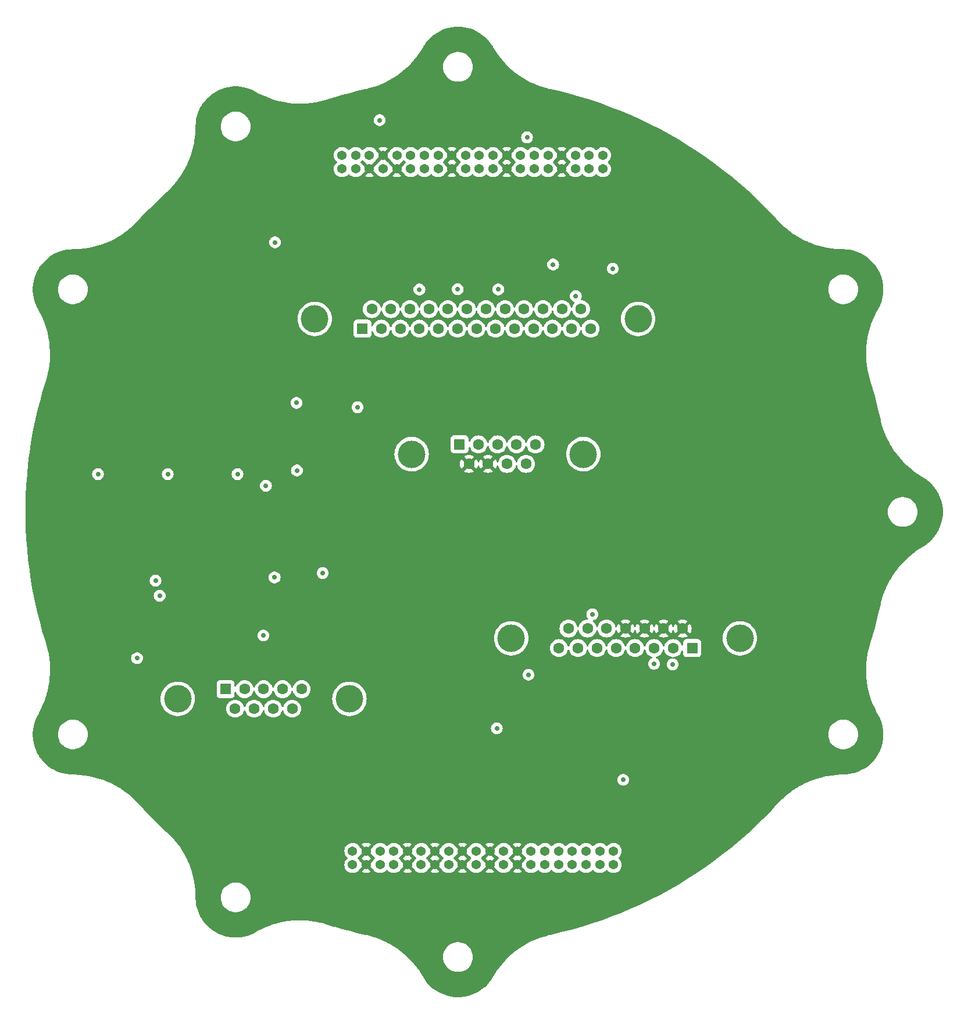
<source format=gbr>
%TF.GenerationSoftware,KiCad,Pcbnew,7.0.7*%
%TF.CreationDate,2024-02-25T12:29:16-08:00*%
%TF.ProjectId,Connector-board,436f6e6e-6563-4746-9f72-2d626f617264,rev?*%
%TF.SameCoordinates,Original*%
%TF.FileFunction,Copper,L2,Inr*%
%TF.FilePolarity,Positive*%
%FSLAX46Y46*%
G04 Gerber Fmt 4.6, Leading zero omitted, Abs format (unit mm)*
G04 Created by KiCad (PCBNEW 7.0.7) date 2024-02-25 12:29:16*
%MOMM*%
%LPD*%
G01*
G04 APERTURE LIST*
%TA.AperFunction,ComponentPad*%
%ADD10C,1.371600*%
%TD*%
%TA.AperFunction,ComponentPad*%
%ADD11C,4.000000*%
%TD*%
%TA.AperFunction,ComponentPad*%
%ADD12R,1.600000X1.600000*%
%TD*%
%TA.AperFunction,ComponentPad*%
%ADD13C,1.600000*%
%TD*%
%TA.AperFunction,ViaPad*%
%ADD14C,0.711200*%
%TD*%
G04 APERTURE END LIST*
D10*
%TO.N,+3.3V*%
%TO.C,J1*%
X156086831Y-159170000D03*
X156086831Y-157170000D03*
%TO.N,GND*%
X158086831Y-159170000D03*
X158086831Y-157170000D03*
%TO.N,+5V*%
X160086831Y-159170000D03*
X160086831Y-157170000D03*
X162086831Y-159170000D03*
X162086831Y-157170000D03*
%TO.N,GND*%
X164086831Y-159170000D03*
X164086831Y-157170000D03*
%TO.N,FLIGHT_LOX_VENT*%
X166086831Y-159170000D03*
X166086831Y-157170000D03*
%TO.N,GND*%
X168086831Y-159170000D03*
X168086831Y-157170000D03*
%TO.N,FLIGHT_ETH_VENT*%
X170086831Y-159170000D03*
X170086831Y-157170000D03*
%TO.N,GND*%
X172086831Y-159170000D03*
X172086831Y-157170000D03*
%TO.N,FLIGHT_ETH_MAIN*%
X174086831Y-159170000D03*
X174086831Y-157170000D03*
%TO.N,GND*%
X176086831Y-159170000D03*
X176086831Y-157170000D03*
%TO.N,unconnected-(J1A-Pin_23-PadA23)*%
X178086831Y-159170000D03*
%TO.N,unconnected-(J1A-Pin_24-PadA24)*%
X178086831Y-157170000D03*
%TO.N,GND*%
X180086831Y-159170000D03*
X180086831Y-157170000D03*
%TO.N,unconnected-(J1A-Pin_27-PadA27)*%
X182086831Y-159170000D03*
%TO.N,unconnected-(J1A-Pin_28-PadA28)*%
X182086831Y-157170000D03*
%TO.N,unconnected-(J1A-Pin_29-PadA29)*%
X184086831Y-159170000D03*
%TO.N,unconnected-(J1A-Pin_30-PadA30)*%
X184086831Y-157170000D03*
%TO.N,unconnected-(J1A-Pin_31-PadA31)*%
X186086831Y-159170000D03*
%TO.N,unconnected-(J1A-Pin_32-PadA32)*%
X186086831Y-157170000D03*
%TO.N,unconnected-(J1A-Pin_33-PadA33)*%
X188086731Y-159170000D03*
%TO.N,unconnected-(J1A-Pin_34-PadA34)*%
X188086731Y-157170000D03*
%TO.N,PWR_SUP*%
X190086731Y-159170000D03*
X190086731Y-157170000D03*
X192086731Y-159170000D03*
X192086731Y-157170000D03*
X194086731Y-159170000D03*
X194086731Y-157170000D03*
%TO.N,unconnected-(J1B-Pin_1-PadB1)*%
X154550000Y-57900000D03*
%TO.N,SPI_SCK*%
X154550000Y-55900000D03*
%TO.N,unconnected-(J1B-Pin_3-PadB3)*%
X156550000Y-57900000D03*
%TO.N,SPI_MISO*%
X156550000Y-55900000D03*
%TO.N,GND*%
X158550000Y-57900000D03*
%TO.N,SPI_MOSI*%
X158550000Y-55900000D03*
%TO.N,unconnected-(J1B-Pin_7-PadB7)*%
X160550000Y-57900000D03*
%TO.N,GND*%
X160550000Y-55900000D03*
X162549900Y-57900000D03*
%TO.N,TC1_CS*%
X162549900Y-55900000D03*
%TO.N,PT1_E+*%
X164549900Y-57900000D03*
%TO.N,TC2_CS*%
X164549900Y-55900000D03*
%TO.N,PT1_E-*%
X166549900Y-57900000D03*
%TO.N,TC3_CS*%
X166549900Y-55900000D03*
%TO.N,PT1_A+*%
X168549900Y-57900000D03*
%TO.N,TC4_CS*%
X168549900Y-55900000D03*
%TO.N,GND*%
X170549900Y-57900000D03*
X170549900Y-55900000D03*
%TO.N,PT2_E+*%
X172549900Y-57900000D03*
%TO.N,unconnected-(J1B-Pin_20-PadB20)*%
X172549900Y-55900000D03*
%TO.N,PT2_E-*%
X174549900Y-57900000D03*
%TO.N,unconnected-(J1B-Pin_22-PadB22)*%
X174549900Y-55900000D03*
%TO.N,PT2_A+*%
X176549900Y-57900000D03*
%TO.N,unconnected-(J1B-Pin_24-PadB24)*%
X176549900Y-55900000D03*
%TO.N,GND*%
X178549900Y-57900000D03*
X178549900Y-55900000D03*
%TO.N,PT3_E+*%
X180549900Y-57900000D03*
%TO.N,PT5_E+*%
X180549900Y-55900000D03*
%TO.N,PT3_E-*%
X182549900Y-57900000D03*
%TO.N,PT5_E-*%
X182549900Y-55900000D03*
%TO.N,PT3_A+*%
X184549900Y-57900000D03*
%TO.N,PT5_A+*%
X184549900Y-55900000D03*
%TO.N,GND*%
X186549900Y-57900000D03*
X186549900Y-55900000D03*
%TO.N,PT4_E+*%
X188549900Y-57900000D03*
%TO.N,PT6_E+*%
X188549900Y-55900000D03*
%TO.N,PT4_E-*%
X190549900Y-57900000D03*
%TO.N,PT6_E-*%
X190549900Y-55900000D03*
%TO.N,PT4_A+*%
X192549900Y-57900000D03*
%TO.N,PT6_A+*%
X192549900Y-55900000D03*
%TD*%
D11*
%TO.N,N/C*%
%TO.C,4TC_DSUB1*%
X155640000Y-135020000D03*
X130640000Y-135020000D03*
D12*
%TO.N,TC1_T-*%
X137600000Y-133600000D03*
D13*
%TO.N,TC2_T-*%
X140370000Y-133600000D03*
%TO.N,TC3_T-*%
X143140000Y-133600000D03*
%TO.N,TC4_T-*%
X145910000Y-133600000D03*
%TO.N,unconnected-(4TC_DSUB1-Pad5)*%
X148680000Y-133600000D03*
%TO.N,TC1_T+*%
X138985000Y-136440000D03*
%TO.N,TC2_T+*%
X141755000Y-136440000D03*
%TO.N,TC3_T+*%
X144525000Y-136440000D03*
%TO.N,TC4_T+*%
X147295000Y-136440000D03*
%TD*%
D11*
%TO.N,N/C*%
%TO.C,GND_DSUB1*%
X179200000Y-126200000D03*
X212500000Y-126200000D03*
D12*
%TO.N,PWR_SUP*%
X205545000Y-127620000D03*
D13*
X202775000Y-127620000D03*
X200005000Y-127620000D03*
%TO.N,unconnected-(GND_DSUB1-Pad4)*%
X197235000Y-127620000D03*
%TO.N,GROUND_ETH_VENT*%
X194465000Y-127620000D03*
%TO.N,GROUND_LOX_VENT*%
X191695000Y-127620000D03*
%TO.N,unconnected-(GND_DSUB1-Pad7)*%
X188925000Y-127620000D03*
%TO.N,unconnected-(GND_DSUB1-Pad8)*%
X186155000Y-127620000D03*
%TO.N,GND*%
X204160000Y-124780000D03*
X201390000Y-124780000D03*
X198620000Y-124780000D03*
X195850000Y-124780000D03*
%TO.N,REDS_ETH_VENT*%
X193080000Y-124780000D03*
%TO.N,REDS_LOX_VENT*%
X190310000Y-124780000D03*
%TO.N,unconnected-(GND_DSUB1-P15-Pad15)*%
X187540000Y-124780000D03*
%TD*%
D11*
%TO.N,N/C*%
%TO.C,SOLENOIDS_DSUB1*%
X189700000Y-99400000D03*
X164700000Y-99400000D03*
D12*
%TO.N,LOX_VENT*%
X171660000Y-97980000D03*
D13*
%TO.N,ETH_VENT*%
X174430000Y-97980000D03*
%TO.N,unconnected-(SOLENOIDS_DSUB1-Pad3)*%
X177200000Y-97980000D03*
%TO.N,unconnected-(SOLENOIDS_DSUB1-Pad4)*%
X179970000Y-97980000D03*
%TO.N,unconnected-(SOLENOIDS_DSUB1-Pad5)*%
X182740000Y-97980000D03*
%TO.N,GND*%
X173045000Y-100820000D03*
X175815000Y-100820000D03*
%TO.N,unconnected-(SOLENOIDS_DSUB1-Pad8)*%
X178585000Y-100820000D03*
%TO.N,unconnected-(SOLENOIDS_DSUB1-Pad9)*%
X181355000Y-100820000D03*
%TD*%
D11*
%TO.N,N/C*%
%TO.C,PT_DSUB1*%
X150585000Y-79720000D03*
X197685000Y-79720000D03*
D12*
%TO.N,PT1_E+*%
X157515000Y-81140000D03*
D13*
%TO.N,PT1_E-*%
X160285000Y-81140000D03*
%TO.N,PT2_E+*%
X163055000Y-81140000D03*
%TO.N,PT2_E-*%
X165825000Y-81140000D03*
%TO.N,PT3_E+*%
X168595000Y-81140000D03*
%TO.N,PT3_E-*%
X171365000Y-81140000D03*
%TO.N,PT4_E+*%
X174135000Y-81140000D03*
%TO.N,PT4_E-*%
X176905000Y-81140000D03*
%TO.N,PT5_E+*%
X179675000Y-81140000D03*
%TO.N,PT5_E-*%
X182445000Y-81140000D03*
%TO.N,PT6_E+*%
X185215000Y-81140000D03*
%TO.N,PT6_E-*%
X187985000Y-81140000D03*
%TO.N,unconnected-(PT_DSUB1-Pad13)*%
X190755000Y-81140000D03*
%TO.N,PT1_A+*%
X158900000Y-78300000D03*
%TO.N,unconnected-(PT_DSUB1-P15-Pad15)*%
X161670000Y-78300000D03*
%TO.N,PT2_A+*%
X164440000Y-78300000D03*
%TO.N,unconnected-(PT_DSUB1-P17-Pad17)*%
X167210000Y-78300000D03*
%TO.N,PT3_A+*%
X169980000Y-78300000D03*
%TO.N,unconnected-(PT_DSUB1-P19-Pad19)*%
X172750000Y-78300000D03*
%TO.N,PT4_A+*%
X175520000Y-78300000D03*
%TO.N,unconnected-(PT_DSUB1-P21-Pad21)*%
X178290000Y-78300000D03*
%TO.N,PT5_A+*%
X181060000Y-78300000D03*
%TO.N,unconnected-(PT_DSUB1-P23-Pad23)*%
X183830000Y-78300000D03*
%TO.N,PT6_A+*%
X186600000Y-78300000D03*
%TO.N,unconnected-(PT_DSUB1-P25-Pad25)*%
X189370000Y-78300000D03*
%TD*%
D14*
%TO.N,TC2_CS*%
X143470000Y-104005000D03*
%TO.N,+3.3V*%
X156805000Y-92575000D03*
X147915000Y-91940000D03*
X151725000Y-116705000D03*
X144740000Y-117340000D03*
%TO.N,GND*%
X201000000Y-143800000D03*
X180700000Y-112250000D03*
X125709600Y-97990400D03*
X204500000Y-118900000D03*
X195900000Y-118200000D03*
X115114800Y-107921800D03*
X198800000Y-118400000D03*
X135434800Y-107921800D03*
X115800000Y-98300000D03*
X143865200Y-97907200D03*
X144720000Y-108796600D03*
X180400000Y-116250000D03*
X201500000Y-118600000D03*
X125274800Y-107921800D03*
X200800000Y-148400000D03*
X140500000Y-98100000D03*
X188300000Y-107200000D03*
%TO.N,TC3_T+*%
X124700000Y-129100000D03*
X128000000Y-120000000D03*
%TO.N,TC3_T-*%
X127400000Y-117800000D03*
X143100000Y-125800000D03*
%TO.N,PWR_SUP*%
X202700000Y-130000000D03*
X200000000Y-129900000D03*
%TO.N,GROUND_LOX_VENT*%
X177100000Y-139300000D03*
%TO.N,PT3_E-*%
X171400000Y-75400000D03*
%TO.N,PT5_E+*%
X181500000Y-53300000D03*
X185300000Y-71800000D03*
%TO.N,PT2_E-*%
X165829498Y-75440502D03*
%TO.N,PT4_E-*%
X177329498Y-75429498D03*
%TO.N,PT6_E+*%
X194000000Y-72400000D03*
%TO.N,PT6_E-*%
X188600000Y-76400000D03*
%TO.N,TC1_CS*%
X119015365Y-102307900D03*
X160020000Y-50800000D03*
%TO.N,TC4_CS*%
X144780000Y-68580000D03*
X147982400Y-101775000D03*
%TO.N,TC2_CS*%
X139335095Y-102307448D03*
%TO.N,TC3_CS*%
X129175293Y-102307900D03*
%TO.N,REDS_ETH_VENT*%
X191000000Y-122700000D03*
X181700000Y-131500000D03*
%TO.N,FLIGHT_ETH_VENT*%
X195500000Y-146800000D03*
%TD*%
%TA.AperFunction,Conductor*%
%TO.N,GND*%
G36*
X157637536Y-157368254D02*
G01*
X157691148Y-157407123D01*
X157772341Y-157508935D01*
X157772344Y-157508938D01*
X157844372Y-157558045D01*
X157888674Y-157612074D01*
X157896734Y-157681477D01*
X157865991Y-157744220D01*
X157862202Y-157748180D01*
X157442555Y-158167826D01*
X157442555Y-158172171D01*
X157859379Y-158588995D01*
X157892864Y-158650318D01*
X157887880Y-158720010D01*
X157846008Y-158775943D01*
X157827833Y-158786980D01*
X157826375Y-158787974D01*
X157725340Y-158881721D01*
X157725335Y-158881727D01*
X157703526Y-158919501D01*
X157652959Y-158967716D01*
X157584351Y-158980938D01*
X157519487Y-158954970D01*
X157508459Y-158945181D01*
X157083276Y-158519999D01*
X157077640Y-158513521D01*
X156967273Y-158367371D01*
X156851284Y-158261634D01*
X156815006Y-158201927D01*
X156816766Y-158132079D01*
X156851284Y-158078366D01*
X156967273Y-157972629D01*
X157077648Y-157826468D01*
X157083280Y-157819995D01*
X157506521Y-157396755D01*
X157567844Y-157363270D01*
X157637536Y-157368254D01*
G37*
%TD.AperFunction*%
%TA.AperFunction,Conductor*%
G36*
X163637536Y-157368254D02*
G01*
X163691148Y-157407123D01*
X163772341Y-157508935D01*
X163772344Y-157508938D01*
X163844372Y-157558045D01*
X163888674Y-157612074D01*
X163896734Y-157681477D01*
X163865991Y-157744220D01*
X163862202Y-157748180D01*
X163442555Y-158167826D01*
X163442555Y-158172171D01*
X163859379Y-158588995D01*
X163892864Y-158650318D01*
X163887880Y-158720010D01*
X163846008Y-158775943D01*
X163827833Y-158786980D01*
X163826375Y-158787974D01*
X163725340Y-158881721D01*
X163725335Y-158881727D01*
X163703526Y-158919501D01*
X163652959Y-158967716D01*
X163584351Y-158980938D01*
X163519487Y-158954970D01*
X163508459Y-158945181D01*
X163083276Y-158519999D01*
X163077640Y-158513521D01*
X162967273Y-158367371D01*
X162851284Y-158261634D01*
X162815006Y-158201927D01*
X162816766Y-158132079D01*
X162851284Y-158078366D01*
X162967273Y-157972629D01*
X163077648Y-157826468D01*
X163083280Y-157819995D01*
X163506521Y-157396755D01*
X163567844Y-157363270D01*
X163637536Y-157368254D01*
G37*
%TD.AperFunction*%
%TA.AperFunction,Conductor*%
G36*
X167637536Y-157368254D02*
G01*
X167691148Y-157407123D01*
X167772341Y-157508935D01*
X167772344Y-157508938D01*
X167844372Y-157558045D01*
X167888674Y-157612074D01*
X167896734Y-157681477D01*
X167865991Y-157744220D01*
X167862202Y-157748180D01*
X167442555Y-158167826D01*
X167442555Y-158172171D01*
X167859379Y-158588995D01*
X167892864Y-158650318D01*
X167887880Y-158720010D01*
X167846008Y-158775943D01*
X167827833Y-158786980D01*
X167826375Y-158787974D01*
X167725340Y-158881721D01*
X167725335Y-158881727D01*
X167703526Y-158919501D01*
X167652959Y-158967716D01*
X167584351Y-158980938D01*
X167519487Y-158954970D01*
X167508459Y-158945181D01*
X167083276Y-158519999D01*
X167077640Y-158513521D01*
X166967273Y-158367371D01*
X166851284Y-158261634D01*
X166815006Y-158201927D01*
X166816766Y-158132079D01*
X166851284Y-158078366D01*
X166967273Y-157972629D01*
X167077648Y-157826468D01*
X167083280Y-157819995D01*
X167506521Y-157396755D01*
X167567844Y-157363270D01*
X167637536Y-157368254D01*
G37*
%TD.AperFunction*%
%TA.AperFunction,Conductor*%
G36*
X171637536Y-157368254D02*
G01*
X171691148Y-157407123D01*
X171772341Y-157508935D01*
X171772344Y-157508938D01*
X171844372Y-157558045D01*
X171888674Y-157612074D01*
X171896734Y-157681477D01*
X171865991Y-157744220D01*
X171862202Y-157748180D01*
X171442555Y-158167826D01*
X171442555Y-158172171D01*
X171859379Y-158588995D01*
X171892864Y-158650318D01*
X171887880Y-158720010D01*
X171846008Y-158775943D01*
X171827833Y-158786980D01*
X171826375Y-158787974D01*
X171725340Y-158881721D01*
X171725335Y-158881727D01*
X171703526Y-158919501D01*
X171652959Y-158967716D01*
X171584351Y-158980938D01*
X171519487Y-158954970D01*
X171508459Y-158945181D01*
X171083276Y-158519999D01*
X171077640Y-158513521D01*
X170967273Y-158367371D01*
X170851284Y-158261634D01*
X170815006Y-158201927D01*
X170816766Y-158132079D01*
X170851284Y-158078366D01*
X170967273Y-157972629D01*
X171077648Y-157826468D01*
X171083280Y-157819995D01*
X171506521Y-157396755D01*
X171567844Y-157363270D01*
X171637536Y-157368254D01*
G37*
%TD.AperFunction*%
%TA.AperFunction,Conductor*%
G36*
X175637536Y-157368254D02*
G01*
X175691148Y-157407123D01*
X175772341Y-157508935D01*
X175772344Y-157508938D01*
X175844372Y-157558045D01*
X175888674Y-157612074D01*
X175896734Y-157681477D01*
X175865991Y-157744220D01*
X175862202Y-157748180D01*
X175442555Y-158167826D01*
X175442555Y-158172171D01*
X175859379Y-158588995D01*
X175892864Y-158650318D01*
X175887880Y-158720010D01*
X175846008Y-158775943D01*
X175827833Y-158786980D01*
X175826375Y-158787974D01*
X175725340Y-158881721D01*
X175725335Y-158881727D01*
X175703526Y-158919501D01*
X175652959Y-158967716D01*
X175584351Y-158980938D01*
X175519487Y-158954970D01*
X175508459Y-158945181D01*
X175083276Y-158519999D01*
X175077640Y-158513521D01*
X174967273Y-158367371D01*
X174851284Y-158261634D01*
X174815006Y-158201927D01*
X174816766Y-158132079D01*
X174851284Y-158078366D01*
X174967273Y-157972629D01*
X175077648Y-157826468D01*
X175083280Y-157819995D01*
X175506521Y-157396755D01*
X175567844Y-157363270D01*
X175637536Y-157368254D01*
G37*
%TD.AperFunction*%
%TA.AperFunction,Conductor*%
G36*
X179637536Y-157368254D02*
G01*
X179691148Y-157407123D01*
X179772341Y-157508935D01*
X179772344Y-157508938D01*
X179844372Y-157558045D01*
X179888674Y-157612074D01*
X179896734Y-157681477D01*
X179865991Y-157744220D01*
X179862202Y-157748180D01*
X179442555Y-158167826D01*
X179442555Y-158172171D01*
X179859379Y-158588995D01*
X179892864Y-158650318D01*
X179887880Y-158720010D01*
X179846008Y-158775943D01*
X179827833Y-158786980D01*
X179826375Y-158787974D01*
X179725340Y-158881721D01*
X179725335Y-158881727D01*
X179703526Y-158919501D01*
X179652959Y-158967716D01*
X179584351Y-158980938D01*
X179519487Y-158954970D01*
X179508459Y-158945181D01*
X179083276Y-158519999D01*
X179077640Y-158513521D01*
X178967273Y-158367371D01*
X178851284Y-158261634D01*
X178815006Y-158201927D01*
X178816766Y-158132079D01*
X178851284Y-158078366D01*
X178967273Y-157972629D01*
X179077648Y-157826468D01*
X179083280Y-157819995D01*
X179506521Y-157396755D01*
X179567844Y-157363270D01*
X179637536Y-157368254D01*
G37*
%TD.AperFunction*%
%TA.AperFunction,Conductor*%
G36*
X158654171Y-157385027D02*
G01*
X158665202Y-157394818D01*
X159090384Y-157819999D01*
X159096017Y-157826473D01*
X159206389Y-157972629D01*
X159206391Y-157972631D01*
X159206395Y-157972635D01*
X159322373Y-158078363D01*
X159358655Y-158138074D01*
X159356894Y-158207922D01*
X159322373Y-158261637D01*
X159206390Y-158367368D01*
X159096024Y-158513517D01*
X159090381Y-158520002D01*
X158667139Y-158943243D01*
X158605816Y-158976728D01*
X158536124Y-158971744D01*
X158482511Y-158932875D01*
X158401316Y-158831061D01*
X158401315Y-158831060D01*
X158329287Y-158781952D01*
X158284985Y-158727923D01*
X158276927Y-158658520D01*
X158307669Y-158595777D01*
X158311458Y-158591818D01*
X158731100Y-158172175D01*
X158731100Y-158167821D01*
X158314282Y-157751004D01*
X158280797Y-157689681D01*
X158285781Y-157619990D01*
X158327652Y-157564056D01*
X158345827Y-157553020D01*
X158347286Y-157552025D01*
X158347286Y-157552024D01*
X158347290Y-157552023D01*
X158448322Y-157458279D01*
X158470135Y-157420498D01*
X158520699Y-157372284D01*
X158589306Y-157359060D01*
X158654171Y-157385027D01*
G37*
%TD.AperFunction*%
%TA.AperFunction,Conductor*%
G36*
X164654171Y-157385027D02*
G01*
X164665202Y-157394818D01*
X165090384Y-157819999D01*
X165096017Y-157826473D01*
X165206389Y-157972629D01*
X165206391Y-157972631D01*
X165206395Y-157972635D01*
X165322373Y-158078363D01*
X165358655Y-158138074D01*
X165356894Y-158207922D01*
X165322373Y-158261637D01*
X165206390Y-158367368D01*
X165096024Y-158513517D01*
X165090381Y-158520002D01*
X164667139Y-158943243D01*
X164605816Y-158976728D01*
X164536124Y-158971744D01*
X164482511Y-158932875D01*
X164401316Y-158831061D01*
X164401315Y-158831060D01*
X164329287Y-158781952D01*
X164284985Y-158727923D01*
X164276927Y-158658520D01*
X164307669Y-158595777D01*
X164311458Y-158591818D01*
X164731100Y-158172175D01*
X164731100Y-158167821D01*
X164314282Y-157751004D01*
X164280797Y-157689681D01*
X164285781Y-157619990D01*
X164327652Y-157564056D01*
X164345827Y-157553020D01*
X164347286Y-157552025D01*
X164347286Y-157552024D01*
X164347290Y-157552023D01*
X164448322Y-157458279D01*
X164470135Y-157420498D01*
X164520699Y-157372284D01*
X164589306Y-157359060D01*
X164654171Y-157385027D01*
G37*
%TD.AperFunction*%
%TA.AperFunction,Conductor*%
G36*
X168654171Y-157385027D02*
G01*
X168665202Y-157394818D01*
X169090384Y-157819999D01*
X169096017Y-157826473D01*
X169206389Y-157972629D01*
X169206391Y-157972631D01*
X169206395Y-157972635D01*
X169322373Y-158078363D01*
X169358655Y-158138074D01*
X169356894Y-158207922D01*
X169322373Y-158261637D01*
X169206390Y-158367368D01*
X169096024Y-158513517D01*
X169090381Y-158520002D01*
X168667139Y-158943243D01*
X168605816Y-158976728D01*
X168536124Y-158971744D01*
X168482511Y-158932875D01*
X168401316Y-158831061D01*
X168401315Y-158831060D01*
X168329287Y-158781952D01*
X168284985Y-158727923D01*
X168276927Y-158658520D01*
X168307669Y-158595777D01*
X168311458Y-158591818D01*
X168731100Y-158172175D01*
X168731100Y-158167821D01*
X168314282Y-157751004D01*
X168280797Y-157689681D01*
X168285781Y-157619990D01*
X168327652Y-157564056D01*
X168345827Y-157553020D01*
X168347286Y-157552025D01*
X168347286Y-157552024D01*
X168347290Y-157552023D01*
X168448322Y-157458279D01*
X168470135Y-157420498D01*
X168520699Y-157372284D01*
X168589306Y-157359060D01*
X168654171Y-157385027D01*
G37*
%TD.AperFunction*%
%TA.AperFunction,Conductor*%
G36*
X172654171Y-157385027D02*
G01*
X172665202Y-157394818D01*
X173090384Y-157819999D01*
X173096017Y-157826473D01*
X173206389Y-157972629D01*
X173206391Y-157972631D01*
X173206395Y-157972635D01*
X173322373Y-158078363D01*
X173358655Y-158138074D01*
X173356894Y-158207922D01*
X173322373Y-158261637D01*
X173206390Y-158367368D01*
X173096024Y-158513517D01*
X173090381Y-158520002D01*
X172667139Y-158943243D01*
X172605816Y-158976728D01*
X172536124Y-158971744D01*
X172482511Y-158932875D01*
X172401316Y-158831061D01*
X172401315Y-158831060D01*
X172329287Y-158781952D01*
X172284985Y-158727923D01*
X172276927Y-158658520D01*
X172307669Y-158595777D01*
X172311458Y-158591818D01*
X172731100Y-158172175D01*
X172731100Y-158167821D01*
X172314282Y-157751004D01*
X172280797Y-157689681D01*
X172285781Y-157619990D01*
X172327652Y-157564056D01*
X172345827Y-157553020D01*
X172347286Y-157552025D01*
X172347286Y-157552024D01*
X172347290Y-157552023D01*
X172448322Y-157458279D01*
X172470135Y-157420498D01*
X172520699Y-157372284D01*
X172589306Y-157359060D01*
X172654171Y-157385027D01*
G37*
%TD.AperFunction*%
%TA.AperFunction,Conductor*%
G36*
X176654171Y-157385027D02*
G01*
X176665202Y-157394818D01*
X177090384Y-157819999D01*
X177096017Y-157826473D01*
X177206389Y-157972629D01*
X177206391Y-157972631D01*
X177206395Y-157972635D01*
X177322373Y-158078363D01*
X177358655Y-158138074D01*
X177356894Y-158207922D01*
X177322373Y-158261637D01*
X177206390Y-158367368D01*
X177096024Y-158513517D01*
X177090381Y-158520002D01*
X176667139Y-158943243D01*
X176605816Y-158976728D01*
X176536124Y-158971744D01*
X176482511Y-158932875D01*
X176401316Y-158831061D01*
X176401315Y-158831060D01*
X176329287Y-158781952D01*
X176284985Y-158727923D01*
X176276927Y-158658520D01*
X176307669Y-158595777D01*
X176311458Y-158591818D01*
X176731100Y-158172175D01*
X176731100Y-158167821D01*
X176314282Y-157751004D01*
X176280797Y-157689681D01*
X176285781Y-157619990D01*
X176327652Y-157564056D01*
X176345827Y-157553020D01*
X176347286Y-157552025D01*
X176347286Y-157552024D01*
X176347290Y-157552023D01*
X176448322Y-157458279D01*
X176470135Y-157420498D01*
X176520699Y-157372284D01*
X176589306Y-157359060D01*
X176654171Y-157385027D01*
G37*
%TD.AperFunction*%
%TA.AperFunction,Conductor*%
G36*
X180654171Y-157385027D02*
G01*
X180665202Y-157394818D01*
X181090384Y-157819999D01*
X181096017Y-157826473D01*
X181206389Y-157972629D01*
X181206391Y-157972631D01*
X181206395Y-157972635D01*
X181322373Y-158078363D01*
X181358655Y-158138074D01*
X181356894Y-158207922D01*
X181322373Y-158261637D01*
X181206390Y-158367368D01*
X181096024Y-158513517D01*
X181090381Y-158520002D01*
X180667139Y-158943243D01*
X180605816Y-158976728D01*
X180536124Y-158971744D01*
X180482511Y-158932875D01*
X180401316Y-158831061D01*
X180401315Y-158831060D01*
X180329287Y-158781952D01*
X180284985Y-158727923D01*
X180276927Y-158658520D01*
X180307669Y-158595777D01*
X180311458Y-158591818D01*
X180731100Y-158172175D01*
X180731100Y-158167821D01*
X180314282Y-157751004D01*
X180280797Y-157689681D01*
X180285781Y-157619990D01*
X180327652Y-157564056D01*
X180345827Y-157553020D01*
X180347286Y-157552025D01*
X180347286Y-157552024D01*
X180347290Y-157552023D01*
X180448322Y-157458279D01*
X180470135Y-157420498D01*
X180520699Y-157372284D01*
X180589306Y-157359060D01*
X180654171Y-157385027D01*
G37*
%TD.AperFunction*%
%TA.AperFunction,Conductor*%
G36*
X157638048Y-56662758D02*
G01*
X157648948Y-56675337D01*
X157669558Y-56702629D01*
X157832032Y-56850743D01*
X157832037Y-56850746D01*
X157832040Y-56850748D01*
X157878264Y-56879369D01*
X157900668Y-56897115D01*
X158322548Y-57318995D01*
X158356033Y-57380318D01*
X158351049Y-57450010D01*
X158309177Y-57505943D01*
X158291002Y-57516980D01*
X158289544Y-57517974D01*
X158188509Y-57611721D01*
X158188504Y-57611727D01*
X158166695Y-57649501D01*
X158116128Y-57697716D01*
X158047520Y-57710938D01*
X157982656Y-57684970D01*
X157971628Y-57675181D01*
X157546445Y-57249999D01*
X157540809Y-57243521D01*
X157430442Y-57097371D01*
X157430440Y-57097368D01*
X157314456Y-56991636D01*
X157278174Y-56931925D01*
X157279935Y-56862078D01*
X157314454Y-56808365D01*
X157430442Y-56702629D01*
X157451046Y-56675343D01*
X157507153Y-56633709D01*
X157576865Y-56629016D01*
X157638048Y-56662758D01*
G37*
%TD.AperFunction*%
%TA.AperFunction,Conductor*%
G36*
X161117340Y-56115027D02*
G01*
X161128371Y-56124818D01*
X161553140Y-56549586D01*
X161558782Y-56556070D01*
X161669458Y-56702629D01*
X161831932Y-56850743D01*
X161831937Y-56850746D01*
X161831940Y-56850748D01*
X161878164Y-56879369D01*
X161900568Y-56897115D01*
X162322448Y-57318995D01*
X162355933Y-57380318D01*
X162350949Y-57450010D01*
X162309077Y-57505943D01*
X162290902Y-57516980D01*
X162289444Y-57517974D01*
X162188409Y-57611721D01*
X162188404Y-57611727D01*
X162166595Y-57649501D01*
X162116028Y-57697716D01*
X162047420Y-57710938D01*
X161982556Y-57684970D01*
X161971528Y-57675181D01*
X161546756Y-57250410D01*
X161541113Y-57243924D01*
X161430443Y-57097372D01*
X161430441Y-57097369D01*
X161267968Y-56949257D01*
X161267967Y-56949256D01*
X161221732Y-56920628D01*
X161199330Y-56902883D01*
X160777451Y-56481004D01*
X160743966Y-56419681D01*
X160748950Y-56349989D01*
X160790822Y-56294056D01*
X160808995Y-56283020D01*
X160810455Y-56282025D01*
X160810455Y-56282024D01*
X160810459Y-56282023D01*
X160911491Y-56188279D01*
X160933304Y-56150498D01*
X160983868Y-56102284D01*
X161052475Y-56089060D01*
X161117340Y-56115027D01*
G37*
%TD.AperFunction*%
%TA.AperFunction,Conductor*%
G36*
X170100605Y-56098254D02*
G01*
X170154217Y-56137123D01*
X170235410Y-56238935D01*
X170235413Y-56238938D01*
X170307441Y-56288045D01*
X170351743Y-56342074D01*
X170359803Y-56411477D01*
X170329060Y-56474220D01*
X170325271Y-56478180D01*
X169905624Y-56897826D01*
X169905624Y-56902170D01*
X170322448Y-57318995D01*
X170355933Y-57380318D01*
X170350949Y-57450010D01*
X170309077Y-57505943D01*
X170290902Y-57516980D01*
X170289444Y-57517974D01*
X170188409Y-57611721D01*
X170188404Y-57611727D01*
X170166595Y-57649501D01*
X170116028Y-57697716D01*
X170047420Y-57710938D01*
X169982556Y-57684970D01*
X169971528Y-57675181D01*
X169546345Y-57249999D01*
X169540709Y-57243521D01*
X169430342Y-57097371D01*
X169314353Y-56991634D01*
X169278075Y-56931927D01*
X169279835Y-56862079D01*
X169314353Y-56808366D01*
X169430342Y-56702629D01*
X169540717Y-56556468D01*
X169546349Y-56549995D01*
X169969590Y-56126755D01*
X170030913Y-56093270D01*
X170100605Y-56098254D01*
G37*
%TD.AperFunction*%
%TA.AperFunction,Conductor*%
G36*
X178100605Y-56098254D02*
G01*
X178154217Y-56137123D01*
X178235410Y-56238935D01*
X178235413Y-56238938D01*
X178307441Y-56288045D01*
X178351743Y-56342074D01*
X178359803Y-56411477D01*
X178329060Y-56474220D01*
X178325271Y-56478180D01*
X177905624Y-56897826D01*
X177905624Y-56902170D01*
X178322448Y-57318995D01*
X178355933Y-57380318D01*
X178350949Y-57450010D01*
X178309077Y-57505943D01*
X178290902Y-57516980D01*
X178289444Y-57517974D01*
X178188409Y-57611721D01*
X178188404Y-57611727D01*
X178166595Y-57649501D01*
X178116028Y-57697716D01*
X178047420Y-57710938D01*
X177982556Y-57684970D01*
X177971528Y-57675181D01*
X177546345Y-57249999D01*
X177540709Y-57243521D01*
X177430342Y-57097371D01*
X177314353Y-56991634D01*
X177278075Y-56931927D01*
X177279835Y-56862079D01*
X177314353Y-56808366D01*
X177430342Y-56702629D01*
X177540717Y-56556468D01*
X177546349Y-56549995D01*
X177969590Y-56126755D01*
X178030913Y-56093270D01*
X178100605Y-56098254D01*
G37*
%TD.AperFunction*%
%TA.AperFunction,Conductor*%
G36*
X186100605Y-56098254D02*
G01*
X186154217Y-56137123D01*
X186235410Y-56238935D01*
X186235413Y-56238938D01*
X186307441Y-56288045D01*
X186351743Y-56342074D01*
X186359803Y-56411477D01*
X186329060Y-56474220D01*
X186325271Y-56478180D01*
X185905624Y-56897826D01*
X185905624Y-56902170D01*
X186322448Y-57318995D01*
X186355933Y-57380318D01*
X186350949Y-57450010D01*
X186309077Y-57505943D01*
X186290902Y-57516980D01*
X186289444Y-57517974D01*
X186188409Y-57611721D01*
X186188404Y-57611727D01*
X186166595Y-57649501D01*
X186116028Y-57697716D01*
X186047420Y-57710938D01*
X185982556Y-57684970D01*
X185971528Y-57675181D01*
X185546345Y-57249999D01*
X185540709Y-57243521D01*
X185430342Y-57097371D01*
X185430340Y-57097368D01*
X185314357Y-56991637D01*
X185278076Y-56931926D01*
X185279836Y-56862079D01*
X185314357Y-56808363D01*
X185430340Y-56702631D01*
X185430342Y-56702629D01*
X185540717Y-56556468D01*
X185546349Y-56549995D01*
X185969590Y-56126755D01*
X186030913Y-56093270D01*
X186100605Y-56098254D01*
G37*
%TD.AperFunction*%
%TA.AperFunction,Conductor*%
G36*
X160100705Y-56098254D02*
G01*
X160154317Y-56137123D01*
X160235510Y-56238935D01*
X160235513Y-56238938D01*
X160307541Y-56288045D01*
X160351843Y-56342074D01*
X160359903Y-56411477D01*
X160329160Y-56474220D01*
X160325371Y-56478180D01*
X159900666Y-56902885D01*
X159878264Y-56920630D01*
X159832032Y-56949256D01*
X159832031Y-56949257D01*
X159669559Y-57097369D01*
X159559193Y-57243517D01*
X159553550Y-57250002D01*
X159130308Y-57673243D01*
X159068985Y-57706728D01*
X158999293Y-57701744D01*
X158945680Y-57662875D01*
X158864485Y-57561061D01*
X158864484Y-57561060D01*
X158792456Y-57511952D01*
X158748154Y-57457923D01*
X158740096Y-57388520D01*
X158770838Y-57325777D01*
X158774627Y-57321818D01*
X159199331Y-56897114D01*
X159221726Y-56879374D01*
X159267968Y-56850743D01*
X159418298Y-56713700D01*
X159430440Y-56702631D01*
X159430442Y-56702629D01*
X159540817Y-56556468D01*
X159546449Y-56549995D01*
X159969690Y-56126755D01*
X160031013Y-56093270D01*
X160100705Y-56098254D01*
G37*
%TD.AperFunction*%
%TA.AperFunction,Conductor*%
G36*
X163637948Y-56662758D02*
G01*
X163648848Y-56675337D01*
X163664509Y-56696075D01*
X163669460Y-56702632D01*
X163785442Y-56808363D01*
X163821724Y-56868074D01*
X163819963Y-56937922D01*
X163785442Y-56991637D01*
X163669459Y-57097368D01*
X163559093Y-57243517D01*
X163553450Y-57250002D01*
X163130208Y-57673243D01*
X163068885Y-57706728D01*
X162999193Y-57701744D01*
X162945580Y-57662875D01*
X162864385Y-57561061D01*
X162864384Y-57561060D01*
X162792356Y-57511952D01*
X162748054Y-57457923D01*
X162739996Y-57388520D01*
X162770738Y-57325777D01*
X162774527Y-57321818D01*
X163199231Y-56897114D01*
X163221626Y-56879374D01*
X163267868Y-56850743D01*
X163430342Y-56702629D01*
X163450946Y-56675343D01*
X163507053Y-56633709D01*
X163576765Y-56629016D01*
X163637948Y-56662758D01*
G37*
%TD.AperFunction*%
%TA.AperFunction,Conductor*%
G36*
X171117240Y-56115027D02*
G01*
X171128271Y-56124818D01*
X171553453Y-56549999D01*
X171559086Y-56556473D01*
X171669458Y-56702629D01*
X171669460Y-56702631D01*
X171669464Y-56702635D01*
X171785442Y-56808363D01*
X171821724Y-56868074D01*
X171819963Y-56937922D01*
X171785442Y-56991637D01*
X171669459Y-57097368D01*
X171559093Y-57243517D01*
X171553450Y-57250002D01*
X171130208Y-57673243D01*
X171068885Y-57706728D01*
X170999193Y-57701744D01*
X170945580Y-57662875D01*
X170864385Y-57561061D01*
X170864384Y-57561060D01*
X170792356Y-57511952D01*
X170748054Y-57457923D01*
X170739996Y-57388520D01*
X170770738Y-57325777D01*
X170774527Y-57321818D01*
X171194169Y-56902175D01*
X171194169Y-56897821D01*
X170777351Y-56481004D01*
X170743866Y-56419681D01*
X170748850Y-56349990D01*
X170790721Y-56294056D01*
X170808896Y-56283020D01*
X170810355Y-56282025D01*
X170810355Y-56282024D01*
X170810359Y-56282023D01*
X170911391Y-56188279D01*
X170933204Y-56150498D01*
X170983768Y-56102284D01*
X171052375Y-56089060D01*
X171117240Y-56115027D01*
G37*
%TD.AperFunction*%
%TA.AperFunction,Conductor*%
G36*
X179117240Y-56115027D02*
G01*
X179128271Y-56124818D01*
X179553453Y-56549999D01*
X179559086Y-56556473D01*
X179669458Y-56702629D01*
X179669460Y-56702631D01*
X179669464Y-56702635D01*
X179785442Y-56808363D01*
X179821724Y-56868074D01*
X179819963Y-56937922D01*
X179785442Y-56991637D01*
X179669459Y-57097368D01*
X179559093Y-57243517D01*
X179553450Y-57250002D01*
X179130208Y-57673243D01*
X179068885Y-57706728D01*
X178999193Y-57701744D01*
X178945580Y-57662875D01*
X178864385Y-57561061D01*
X178864384Y-57561060D01*
X178792356Y-57511952D01*
X178748054Y-57457923D01*
X178739996Y-57388520D01*
X178770738Y-57325777D01*
X178774527Y-57321818D01*
X179194169Y-56902175D01*
X179194169Y-56897821D01*
X178777351Y-56481004D01*
X178743866Y-56419681D01*
X178748850Y-56349990D01*
X178790721Y-56294056D01*
X178808896Y-56283020D01*
X178810355Y-56282025D01*
X178810355Y-56282024D01*
X178810359Y-56282023D01*
X178911391Y-56188279D01*
X178933204Y-56150498D01*
X178983768Y-56102284D01*
X179052375Y-56089060D01*
X179117240Y-56115027D01*
G37*
%TD.AperFunction*%
%TA.AperFunction,Conductor*%
G36*
X187117240Y-56115027D02*
G01*
X187128271Y-56124818D01*
X187553453Y-56549999D01*
X187559086Y-56556473D01*
X187669458Y-56702629D01*
X187669460Y-56702631D01*
X187669464Y-56702635D01*
X187785442Y-56808363D01*
X187821724Y-56868074D01*
X187819963Y-56937922D01*
X187785442Y-56991637D01*
X187669459Y-57097368D01*
X187559093Y-57243517D01*
X187553450Y-57250002D01*
X187130208Y-57673243D01*
X187068885Y-57706728D01*
X186999193Y-57701744D01*
X186945580Y-57662875D01*
X186864385Y-57561061D01*
X186864384Y-57561060D01*
X186792356Y-57511952D01*
X186748054Y-57457923D01*
X186739996Y-57388520D01*
X186770738Y-57325777D01*
X186774527Y-57321818D01*
X187194169Y-56902175D01*
X187194169Y-56897821D01*
X186777351Y-56481004D01*
X186743866Y-56419681D01*
X186748850Y-56349990D01*
X186790721Y-56294056D01*
X186808896Y-56283020D01*
X186810355Y-56282025D01*
X186810355Y-56282024D01*
X186810359Y-56282023D01*
X186911391Y-56188279D01*
X186933204Y-56150498D01*
X186983768Y-56102284D01*
X187052375Y-56089060D01*
X187117240Y-56115027D01*
G37*
%TD.AperFunction*%
%TA.AperFunction,Conductor*%
G36*
X171830424Y-37216791D02*
G01*
X171916328Y-37220250D01*
X171921281Y-37220649D01*
X172382955Y-37276657D01*
X172387832Y-37277449D01*
X172843508Y-37370392D01*
X172848330Y-37371580D01*
X173132756Y-37453888D01*
X173295040Y-37500851D01*
X173299756Y-37502424D01*
X173734638Y-37667195D01*
X173739202Y-37669138D01*
X174159427Y-37868337D01*
X174163819Y-37870641D01*
X174566663Y-38102977D01*
X174570882Y-38105642D01*
X174953731Y-38369604D01*
X174957696Y-38372580D01*
X175117250Y-38502692D01*
X175318093Y-38666475D01*
X175321830Y-38669782D01*
X175657427Y-38991694D01*
X175660883Y-38995287D01*
X175969512Y-39343138D01*
X175972654Y-39346980D01*
X176200388Y-39649525D01*
X176252324Y-39718523D01*
X176255162Y-39722628D01*
X176505390Y-40117559D01*
X176533185Y-40165598D01*
X176533483Y-40166022D01*
X176673802Y-40408555D01*
X176673806Y-40408562D01*
X177040321Y-40972381D01*
X177435591Y-41516427D01*
X177858551Y-42039236D01*
X178308062Y-42539400D01*
X178782915Y-43015572D01*
X178901834Y-43123046D01*
X179281825Y-43466467D01*
X179281826Y-43466467D01*
X179281829Y-43466470D01*
X179803462Y-43890880D01*
X180182137Y-44167610D01*
X180346419Y-44287665D01*
X180346418Y-44287665D01*
X180909209Y-44655738D01*
X181459335Y-44976068D01*
X181490344Y-44994124D01*
X182088251Y-45301910D01*
X182405470Y-45444904D01*
X182701321Y-45578266D01*
X182981864Y-45687594D01*
X183327891Y-45822441D01*
X183327892Y-45822442D01*
X183327897Y-45822443D01*
X183327898Y-45822444D01*
X183966300Y-46033791D01*
X184243484Y-46109848D01*
X184614804Y-46211736D01*
X184614805Y-46211736D01*
X184709150Y-46232426D01*
X184886405Y-46271298D01*
X184886417Y-46271302D01*
X184899406Y-46274150D01*
X184899408Y-46274152D01*
X184943189Y-46283753D01*
X184943241Y-46283765D01*
X184943241Y-46283766D01*
X186453627Y-46634549D01*
X187954922Y-47022402D01*
X189446216Y-47447090D01*
X190926604Y-47908357D01*
X192395190Y-48405922D01*
X193851084Y-48939484D01*
X195293404Y-49508720D01*
X196721276Y-50113284D01*
X198133835Y-50752811D01*
X199530224Y-51426912D01*
X200909598Y-52135180D01*
X202271121Y-52877186D01*
X203613968Y-53652479D01*
X204937325Y-54460590D01*
X206240390Y-55301029D01*
X207522374Y-56173287D01*
X208782499Y-57076835D01*
X210020003Y-58011126D01*
X211234136Y-58975594D01*
X212424161Y-59969655D01*
X213589358Y-60992705D01*
X214729021Y-62044126D01*
X215842458Y-63123280D01*
X216928996Y-64229513D01*
X217667262Y-65019132D01*
X217988139Y-65362328D01*
X218025633Y-65403433D01*
X218025746Y-65403537D01*
X218214580Y-65610564D01*
X218214581Y-65610565D01*
X218692927Y-66083214D01*
X218692927Y-66083213D01*
X218692934Y-66083220D01*
X218985245Y-66343505D01*
X219195165Y-66530426D01*
X219719903Y-66950966D01*
X219719904Y-66950966D01*
X219719910Y-66950970D01*
X219719916Y-66950975D01*
X219719919Y-66950977D01*
X220265777Y-67343736D01*
X220725429Y-67639533D01*
X220831247Y-67707630D01*
X220831288Y-67707656D01*
X220859665Y-67723900D01*
X221414899Y-68041740D01*
X221706107Y-68188935D01*
X222015051Y-68345097D01*
X222015059Y-68345100D01*
X222015064Y-68345103D01*
X222309841Y-68475370D01*
X222630160Y-68616925D01*
X222737366Y-68657794D01*
X223258524Y-68856470D01*
X223258530Y-68856472D01*
X223258529Y-68856472D01*
X223731642Y-69009231D01*
X223898471Y-69063097D01*
X224548275Y-69236247D01*
X224969951Y-69325469D01*
X225206181Y-69375454D01*
X225870447Y-69480348D01*
X225870448Y-69480348D01*
X226539225Y-69550637D01*
X227210761Y-69586139D01*
X227210760Y-69586139D01*
X227257325Y-69586181D01*
X227547008Y-69586443D01*
X227547011Y-69586443D01*
X227547072Y-69586445D01*
X227548050Y-69586733D01*
X227549560Y-69586548D01*
X227622943Y-69589569D01*
X228014137Y-69605677D01*
X228019083Y-69606080D01*
X228415698Y-69654561D01*
X228480692Y-69662506D01*
X228485612Y-69663309D01*
X228941192Y-69756664D01*
X228946005Y-69757854D01*
X229314953Y-69864988D01*
X229392587Y-69887531D01*
X229397319Y-69889114D01*
X229623192Y-69974929D01*
X229832038Y-70054276D01*
X229836609Y-70056226D01*
X230256639Y-70255803D01*
X230261046Y-70258118D01*
X230663672Y-70490819D01*
X230667883Y-70493484D01*
X230913968Y-70663484D01*
X231050496Y-70757801D01*
X231054478Y-70760796D01*
X231414605Y-71055019D01*
X231418322Y-71058315D01*
X231753623Y-71380533D01*
X231757079Y-71384133D01*
X232065384Y-71732260D01*
X232068540Y-71736127D01*
X232347862Y-72107920D01*
X232350696Y-72112027D01*
X232599217Y-72505061D01*
X232601713Y-72509383D01*
X232817836Y-72921137D01*
X232819976Y-72925646D01*
X233002294Y-73353437D01*
X233004060Y-73358093D01*
X233151393Y-73799158D01*
X233152783Y-73803951D01*
X233264183Y-74255444D01*
X233265183Y-74260334D01*
X233339920Y-74719302D01*
X233340523Y-74724256D01*
X233378121Y-75187753D01*
X233378324Y-75192739D01*
X233378534Y-75657764D01*
X233378336Y-75662751D01*
X233370513Y-75760289D01*
X233348100Y-76039755D01*
X233341160Y-76126281D01*
X233340561Y-76131236D01*
X233266238Y-76590285D01*
X233265244Y-76595169D01*
X233185639Y-76919065D01*
X233154258Y-77046749D01*
X233152873Y-77051543D01*
X233005936Y-77492748D01*
X233004170Y-77497416D01*
X232822246Y-77925360D01*
X232820110Y-77929870D01*
X232603040Y-78344341D01*
X232575592Y-78391983D01*
X232575565Y-78392041D01*
X232479245Y-78559222D01*
X232435361Y-78635391D01*
X232130337Y-79234713D01*
X232130332Y-79234724D01*
X232130332Y-79234723D01*
X231974095Y-79585635D01*
X231856813Y-79849051D01*
X231805533Y-79982455D01*
X231615529Y-80476745D01*
X231561561Y-80642321D01*
X231407128Y-81116124D01*
X231407125Y-81116134D01*
X231407125Y-81116135D01*
X231232179Y-81765440D01*
X231091148Y-82422968D01*
X231091148Y-82422969D01*
X230984416Y-83086921D01*
X230984416Y-83086923D01*
X230912272Y-83755520D01*
X230874909Y-84426960D01*
X230872427Y-85099433D01*
X230904834Y-85771130D01*
X230970558Y-86425471D01*
X230972043Y-86440251D01*
X231073868Y-87104958D01*
X231073870Y-87104967D01*
X231210044Y-87763511D01*
X231380197Y-88414106D01*
X231380198Y-88414107D01*
X231465549Y-88682665D01*
X231465554Y-88682677D01*
X231481992Y-88734402D01*
X231822222Y-89840049D01*
X232142051Y-90951606D01*
X232441416Y-92068848D01*
X232720216Y-93191398D01*
X232978298Y-94318624D01*
X232990297Y-94373334D01*
X232990348Y-94373497D01*
X233050393Y-94647311D01*
X233050394Y-94647312D01*
X233228330Y-95295813D01*
X233439669Y-95934214D01*
X233439669Y-95934215D01*
X233439673Y-95934225D01*
X233683847Y-96560808D01*
X233813948Y-96849432D01*
X233941772Y-97133006D01*
X233960197Y-97173880D01*
X234267979Y-97771791D01*
X234389215Y-97980001D01*
X234606362Y-98352929D01*
X234916981Y-98827876D01*
X234974439Y-98915732D01*
X235136534Y-99137544D01*
X235371211Y-99458676D01*
X235371211Y-99458677D01*
X235371216Y-99458683D01*
X235795624Y-99980319D01*
X236246521Y-100479237D01*
X236641037Y-100872661D01*
X236722697Y-100954095D01*
X236722696Y-100954094D01*
X236825637Y-101046610D01*
X237222857Y-101403605D01*
X237745667Y-101826567D01*
X237745675Y-101826573D01*
X237745679Y-101826576D01*
X237915739Y-101950131D01*
X238289714Y-102221838D01*
X238853534Y-102588354D01*
X238973172Y-102657571D01*
X239105731Y-102734263D01*
X239144560Y-102756729D01*
X239539491Y-103006957D01*
X239543593Y-103009792D01*
X239915142Y-103289467D01*
X239918979Y-103292604D01*
X240266829Y-103601233D01*
X240270425Y-103604692D01*
X240592337Y-103940289D01*
X240595644Y-103944026D01*
X240889531Y-104304412D01*
X240892518Y-104308392D01*
X240924738Y-104355123D01*
X241156477Y-104691237D01*
X241159142Y-104695456D01*
X241391478Y-105098300D01*
X241393786Y-105102702D01*
X241592974Y-105522901D01*
X241594929Y-105527493D01*
X241759690Y-105962349D01*
X241761269Y-105967083D01*
X241890539Y-106413789D01*
X241891733Y-106418635D01*
X241984666Y-106874265D01*
X241985466Y-106879191D01*
X242041468Y-107340817D01*
X242041869Y-107345791D01*
X242060578Y-107810443D01*
X242060578Y-107815435D01*
X242041869Y-108280088D01*
X242041468Y-108285062D01*
X241985466Y-108746688D01*
X241984666Y-108751614D01*
X241891733Y-109207244D01*
X241890539Y-109212090D01*
X241761269Y-109658796D01*
X241759690Y-109663530D01*
X241594929Y-110098386D01*
X241592974Y-110102978D01*
X241393796Y-110523159D01*
X241391478Y-110527579D01*
X241159142Y-110930423D01*
X241156477Y-110934642D01*
X240892527Y-111317475D01*
X240889531Y-111321467D01*
X240595644Y-111681853D01*
X240592337Y-111685590D01*
X240270425Y-112021187D01*
X240266829Y-112024646D01*
X239918994Y-112333262D01*
X239915130Y-112336422D01*
X239543596Y-112616084D01*
X239539491Y-112618923D01*
X239144573Y-112869142D01*
X238853533Y-113037525D01*
X238552190Y-113233415D01*
X238289714Y-113404039D01*
X238289715Y-113404039D01*
X238289713Y-113404040D01*
X237745665Y-113799311D01*
X237222854Y-114222273D01*
X236722689Y-114671786D01*
X236246517Y-115146641D01*
X236246510Y-115146649D01*
X235795622Y-115645554D01*
X235371205Y-116167200D01*
X235058933Y-116594513D01*
X234974432Y-116710144D01*
X234974431Y-116710145D01*
X234606354Y-117272948D01*
X234503333Y-117449876D01*
X234267970Y-117854086D01*
X233960187Y-118451996D01*
X233683836Y-119065069D01*
X233455941Y-119649876D01*
X233439657Y-119691662D01*
X233228317Y-120330063D01*
X233180702Y-120503600D01*
X233114333Y-120745486D01*
X233050380Y-120978565D01*
X233050379Y-120978566D01*
X232987026Y-121267459D01*
X232987023Y-121267479D01*
X232978385Y-121306862D01*
X232720213Y-122434481D01*
X232441414Y-123557032D01*
X232142050Y-124674273D01*
X231822221Y-125785830D01*
X231481941Y-126891637D01*
X231465254Y-126944143D01*
X231465229Y-126944253D01*
X231382467Y-127204665D01*
X231380207Y-127211776D01*
X231210053Y-127862371D01*
X231154612Y-128130484D01*
X231073876Y-128520924D01*
X230972050Y-129185630D01*
X230972049Y-129185639D01*
X230972049Y-129185640D01*
X230904840Y-129854751D01*
X230878245Y-130405973D01*
X230872432Y-130526455D01*
X230874912Y-131198928D01*
X230912275Y-131870362D01*
X230984418Y-132538962D01*
X231091148Y-133202913D01*
X231232179Y-133860441D01*
X231337876Y-134252734D01*
X231407127Y-134509758D01*
X231487892Y-134757547D01*
X231615525Y-135149131D01*
X231686592Y-135334011D01*
X231856810Y-135776831D01*
X231856812Y-135776835D01*
X231856812Y-135776836D01*
X231861456Y-135787266D01*
X232130332Y-136391169D01*
X232435356Y-136990492D01*
X232579710Y-137241042D01*
X232580810Y-137242952D01*
X232603197Y-137281810D01*
X232820111Y-137695991D01*
X232822243Y-137700492D01*
X232832931Y-137725635D01*
X233004170Y-138128455D01*
X233005936Y-138133123D01*
X233152869Y-138574328D01*
X233154254Y-138579123D01*
X233265237Y-139030706D01*
X233266232Y-139035596D01*
X233340552Y-139494637D01*
X233341150Y-139499583D01*
X233350322Y-139613949D01*
X233378323Y-139963118D01*
X233378521Y-139968105D01*
X233378308Y-140433128D01*
X233378105Y-140438115D01*
X233340506Y-140901611D01*
X233339903Y-140906565D01*
X233265162Y-141365547D01*
X233264162Y-141370436D01*
X233152768Y-141821899D01*
X233151378Y-141826692D01*
X233004037Y-142267774D01*
X233002267Y-142272440D01*
X232819957Y-142700211D01*
X232817817Y-142704719D01*
X232601689Y-143116483D01*
X232599193Y-143120805D01*
X232350676Y-143513833D01*
X232347842Y-143517940D01*
X232068520Y-143889733D01*
X232065364Y-143893600D01*
X231757060Y-144241725D01*
X231753604Y-144245325D01*
X231418311Y-144567539D01*
X231414576Y-144570849D01*
X231054467Y-144865059D01*
X231050479Y-144868058D01*
X230667870Y-145132374D01*
X230663653Y-145135043D01*
X230261045Y-145367735D01*
X230256627Y-145370057D01*
X229836612Y-145569628D01*
X229832022Y-145571586D01*
X229397311Y-145736750D01*
X229392578Y-145738333D01*
X228946015Y-145868006D01*
X228941171Y-145869204D01*
X228485613Y-145962558D01*
X228480687Y-145963362D01*
X228019100Y-146019790D01*
X228014125Y-146020195D01*
X227547092Y-146039429D01*
X227547008Y-146039429D01*
X227243308Y-146039703D01*
X227210760Y-146039733D01*
X227210761Y-146039733D01*
X226539224Y-146075235D01*
X225870446Y-146145524D01*
X225870445Y-146145524D01*
X225206179Y-146250417D01*
X225000084Y-146294025D01*
X224548273Y-146389624D01*
X223898468Y-146562775D01*
X223258520Y-146769401D01*
X222630155Y-147008946D01*
X222630151Y-147008947D01*
X222630153Y-147008947D01*
X222015059Y-147280768D01*
X222015054Y-147280770D01*
X222015046Y-147280774D01*
X221848840Y-147364786D01*
X221414894Y-147584131D01*
X221003175Y-147819816D01*
X220831282Y-147918215D01*
X220265770Y-148282135D01*
X219719895Y-148674905D01*
X219719895Y-148674906D01*
X219449404Y-148891684D01*
X219195155Y-149095445D01*
X218692925Y-149542650D01*
X218692918Y-149542657D01*
X218692918Y-149542656D01*
X218214571Y-150015306D01*
X217988012Y-150263689D01*
X217148111Y-151162014D01*
X216928998Y-151396368D01*
X215842460Y-152502601D01*
X214729022Y-153581755D01*
X213589359Y-154633175D01*
X212424162Y-155656225D01*
X211234136Y-156650286D01*
X210020004Y-157614754D01*
X208782499Y-158549045D01*
X207522374Y-159452593D01*
X206240390Y-160324851D01*
X204937325Y-161165290D01*
X203613968Y-161973401D01*
X202271121Y-162748694D01*
X200909598Y-163490699D01*
X199530224Y-164198967D01*
X198133835Y-164873069D01*
X196777074Y-165487333D01*
X196721276Y-165512595D01*
X195293404Y-166117160D01*
X193851084Y-166686395D01*
X192395190Y-167219958D01*
X190926604Y-167717523D01*
X189446216Y-168178789D01*
X187954922Y-168603478D01*
X186453627Y-168991332D01*
X184944597Y-169341799D01*
X184614805Y-169414122D01*
X184506852Y-169443743D01*
X183966293Y-169592065D01*
X183327888Y-169803409D01*
X182701308Y-170047586D01*
X182088228Y-170323942D01*
X182088228Y-170323943D01*
X181490330Y-170631720D01*
X181490324Y-170631724D01*
X180909188Y-170970110D01*
X180909187Y-170970110D01*
X180346385Y-171338188D01*
X180346384Y-171338189D01*
X179803441Y-171734962D01*
X179803440Y-171734962D01*
X179281794Y-172159380D01*
X178782880Y-172610278D01*
X178308024Y-173086453D01*
X178308025Y-173086452D01*
X178235699Y-173166928D01*
X177858514Y-173586615D01*
X177435553Y-174109425D01*
X177435546Y-174109433D01*
X177435544Y-174109437D01*
X177392878Y-174168162D01*
X177040282Y-174653474D01*
X176673766Y-175217294D01*
X176606654Y-175333292D01*
X176505388Y-175508324D01*
X176255162Y-175903251D01*
X176252324Y-175907356D01*
X175972662Y-176278890D01*
X175969502Y-176282754D01*
X175660886Y-176630589D01*
X175657427Y-176634185D01*
X175321830Y-176956097D01*
X175318093Y-176959404D01*
X174957707Y-177253291D01*
X174953715Y-177256287D01*
X174570882Y-177520237D01*
X174566663Y-177522902D01*
X174163819Y-177755238D01*
X174159407Y-177757551D01*
X173902062Y-177879540D01*
X173739218Y-177956734D01*
X173734626Y-177958689D01*
X173299770Y-178123450D01*
X173295036Y-178125029D01*
X172848330Y-178254299D01*
X172843484Y-178255493D01*
X172387854Y-178348426D01*
X172382931Y-178349225D01*
X172174386Y-178374525D01*
X171921302Y-178405228D01*
X171916328Y-178405629D01*
X171451674Y-178424338D01*
X171446684Y-178424338D01*
X170982031Y-178405629D01*
X170977057Y-178405228D01*
X170907289Y-178396764D01*
X170515424Y-178349224D01*
X170510507Y-178348426D01*
X170054868Y-178255491D01*
X170050029Y-178254299D01*
X169603323Y-178125029D01*
X169598589Y-178123450D01*
X169163733Y-177958689D01*
X169159141Y-177956734D01*
X168738942Y-177757546D01*
X168734540Y-177755238D01*
X168331696Y-177522902D01*
X168327477Y-177520237D01*
X168145972Y-177395095D01*
X167944632Y-177256278D01*
X167940659Y-177253296D01*
X167781110Y-177123188D01*
X167580266Y-176959404D01*
X167576529Y-176956097D01*
X167240932Y-176634185D01*
X167237473Y-176630589D01*
X166928844Y-176282739D01*
X166925707Y-176278902D01*
X166646032Y-175907353D01*
X166643205Y-175903265D01*
X166393050Y-175508448D01*
X166392982Y-175508330D01*
X166224600Y-175217290D01*
X166221681Y-175212800D01*
X165889768Y-174702213D01*
X165858083Y-174653471D01*
X165462811Y-174109423D01*
X165039849Y-173586613D01*
X164662664Y-173166928D01*
X164590338Y-173086452D01*
X164590339Y-173086453D01*
X164345699Y-172841135D01*
X164115480Y-172610277D01*
X164085231Y-172582939D01*
X169284634Y-172582939D01*
X169304794Y-172877673D01*
X169364901Y-173166930D01*
X169364902Y-173166933D01*
X169463832Y-173445293D01*
X169463831Y-173445293D01*
X169599750Y-173707604D01*
X169599754Y-173707610D01*
X169770114Y-173948956D01*
X169971765Y-174164871D01*
X170200922Y-174351304D01*
X170200925Y-174351306D01*
X170200929Y-174351309D01*
X170333350Y-174431836D01*
X170453349Y-174504809D01*
X170638412Y-174585193D01*
X170724318Y-174622507D01*
X171008790Y-174702213D01*
X171266099Y-174737578D01*
X171301465Y-174742440D01*
X171301466Y-174742440D01*
X171596895Y-174742440D01*
X171628448Y-174738103D01*
X171889570Y-174702213D01*
X172174042Y-174622507D01*
X172445012Y-174504808D01*
X172697431Y-174351309D01*
X172926598Y-174164868D01*
X173128243Y-173948959D01*
X173298610Y-173707603D01*
X173434526Y-173445297D01*
X173533459Y-173166928D01*
X173593565Y-172877679D01*
X173613726Y-172582940D01*
X173593565Y-172288201D01*
X173533459Y-171998952D01*
X173434527Y-171720586D01*
X173434528Y-171720586D01*
X173298609Y-171458275D01*
X173298605Y-171458269D01*
X173128245Y-171216923D01*
X173061028Y-171144951D01*
X172926598Y-171001012D01*
X172926596Y-171001011D01*
X172926594Y-171001008D01*
X172697437Y-170814575D01*
X172697426Y-170814568D01*
X172445010Y-170661070D01*
X172174045Y-170543374D01*
X172174043Y-170543373D01*
X172174042Y-170543373D01*
X172093110Y-170520696D01*
X171889575Y-170463668D01*
X171889571Y-170463667D01*
X171889570Y-170463667D01*
X171743232Y-170443553D01*
X171596895Y-170423440D01*
X171596894Y-170423440D01*
X171301466Y-170423440D01*
X171301465Y-170423440D01*
X171008790Y-170463667D01*
X171008784Y-170463668D01*
X170724314Y-170543374D01*
X170453349Y-170661070D01*
X170200933Y-170814568D01*
X170200922Y-170814575D01*
X169971765Y-171001008D01*
X169770114Y-171216923D01*
X169599754Y-171458269D01*
X169599750Y-171458275D01*
X169463832Y-171720586D01*
X169364902Y-171998946D01*
X169364901Y-171998949D01*
X169304794Y-172288206D01*
X169284634Y-172582939D01*
X164085231Y-172582939D01*
X163616562Y-172159379D01*
X163094926Y-171734971D01*
X163094921Y-171734967D01*
X163094920Y-171734966D01*
X163094919Y-171734966D01*
X163075241Y-171720586D01*
X162551975Y-171338194D01*
X162551974Y-171338193D01*
X161989172Y-170970116D01*
X161458422Y-170661072D01*
X161408034Y-170631732D01*
X160810123Y-170323949D01*
X160810107Y-170323942D01*
X160539392Y-170201913D01*
X160197051Y-170047598D01*
X159570469Y-169803422D01*
X159570464Y-169803420D01*
X159570458Y-169803418D01*
X158932057Y-169592078D01*
X158283551Y-169414139D01*
X157998953Y-169351728D01*
X157987431Y-169349201D01*
X157955189Y-169342130D01*
X157955119Y-169342114D01*
X156827639Y-169083974D01*
X155705088Y-168805175D01*
X154587846Y-168505811D01*
X153476289Y-168185982D01*
X153363713Y-168151340D01*
X152370504Y-167845708D01*
X152318048Y-167829037D01*
X152317821Y-167828986D01*
X152050337Y-167743975D01*
X152050338Y-167743975D01*
X151616612Y-167630539D01*
X151399747Y-167573821D01*
X150951249Y-167481078D01*
X150741213Y-167437646D01*
X150741207Y-167437645D01*
X150741202Y-167437644D01*
X150494040Y-167399780D01*
X150076488Y-167335814D01*
X150061604Y-167334318D01*
X149407368Y-167268603D01*
X148735671Y-167236194D01*
X148735664Y-167236194D01*
X148063191Y-167238674D01*
X147391756Y-167276035D01*
X147391757Y-167276035D01*
X146723157Y-167348178D01*
X146059206Y-167454908D01*
X145401678Y-167595938D01*
X144772080Y-167765573D01*
X144752361Y-167770886D01*
X144387333Y-167889864D01*
X144112988Y-167979284D01*
X143998981Y-168023108D01*
X143485289Y-168220569D01*
X143485285Y-168220571D01*
X143485284Y-168220571D01*
X143347326Y-168281994D01*
X142870950Y-168494092D01*
X142566112Y-168649238D01*
X142271627Y-168799116D01*
X142001335Y-168954843D01*
X141980285Y-168966971D01*
X141566125Y-169183870D01*
X141561614Y-169186006D01*
X141133662Y-169367927D01*
X141128995Y-169369693D01*
X140687797Y-169516622D01*
X140683002Y-169518007D01*
X140231415Y-169628990D01*
X140226525Y-169629985D01*
X139799189Y-169699170D01*
X139767792Y-169704254D01*
X139767489Y-169704303D01*
X139762541Y-169704901D01*
X139453464Y-169729686D01*
X139299006Y-169742073D01*
X139294019Y-169742271D01*
X138828998Y-169742057D01*
X138824011Y-169741854D01*
X138360517Y-169704254D01*
X138355563Y-169703651D01*
X137896582Y-169628909D01*
X137891692Y-169627909D01*
X137440220Y-169516512D01*
X137435427Y-169515122D01*
X137114783Y-169408012D01*
X136994361Y-169367785D01*
X136989713Y-169366022D01*
X136561910Y-169183698D01*
X136557404Y-169181559D01*
X136145661Y-168965441D01*
X136141339Y-168962945D01*
X135748296Y-168714419D01*
X135744213Y-168711602D01*
X135372402Y-168432266D01*
X135368543Y-168429116D01*
X135020413Y-168120808D01*
X135016813Y-168117352D01*
X134694590Y-167782049D01*
X134691290Y-167778325D01*
X134397081Y-167418216D01*
X134394082Y-167414228D01*
X134129767Y-167031621D01*
X134127098Y-167027404D01*
X134098752Y-166978360D01*
X133894406Y-166624796D01*
X133892084Y-166620378D01*
X133692513Y-166200365D01*
X133690555Y-166195775D01*
X133525391Y-165761064D01*
X133523808Y-165756331D01*
X133413370Y-165376011D01*
X133394133Y-165309764D01*
X133392937Y-165304925D01*
X133386071Y-165271421D01*
X133299582Y-164849364D01*
X133298779Y-164844444D01*
X133242352Y-164382858D01*
X133241946Y-164377884D01*
X133234626Y-164200144D01*
X133222713Y-163910913D01*
X133222708Y-163905405D01*
X136899634Y-163905405D01*
X136900033Y-163911236D01*
X136919794Y-164200138D01*
X136979901Y-164489395D01*
X136979902Y-164489398D01*
X137078832Y-164767758D01*
X137078831Y-164767758D01*
X137214750Y-165030069D01*
X137214754Y-165030075D01*
X137385114Y-165271421D01*
X137586765Y-165487336D01*
X137815922Y-165673769D01*
X137815925Y-165673771D01*
X137815929Y-165673774D01*
X137948350Y-165754301D01*
X138068349Y-165827274D01*
X138175567Y-165873845D01*
X138339318Y-165944972D01*
X138623790Y-166024678D01*
X138881099Y-166060043D01*
X138916465Y-166064905D01*
X138916466Y-166064905D01*
X139211895Y-166064905D01*
X139243448Y-166060568D01*
X139504570Y-166024678D01*
X139789042Y-165944972D01*
X140060012Y-165827273D01*
X140312431Y-165673774D01*
X140541598Y-165487333D01*
X140743243Y-165271424D01*
X140913610Y-165030068D01*
X141049526Y-164767762D01*
X141148459Y-164489393D01*
X141208565Y-164200144D01*
X141228726Y-163905405D01*
X141208565Y-163610666D01*
X141148459Y-163321417D01*
X141049527Y-163043051D01*
X141049528Y-163043051D01*
X140913609Y-162780740D01*
X140913605Y-162780734D01*
X140743245Y-162539388D01*
X140676028Y-162467416D01*
X140541598Y-162323477D01*
X140541596Y-162323476D01*
X140541594Y-162323473D01*
X140312437Y-162137040D01*
X140312426Y-162137033D01*
X140060010Y-161983535D01*
X139789045Y-161865839D01*
X139789043Y-161865838D01*
X139789042Y-161865838D01*
X139708110Y-161843161D01*
X139504575Y-161786133D01*
X139504571Y-161786132D01*
X139504570Y-161786132D01*
X139358232Y-161766018D01*
X139211895Y-161745905D01*
X139211894Y-161745905D01*
X138916466Y-161745905D01*
X138916465Y-161745905D01*
X138623790Y-161786132D01*
X138623784Y-161786133D01*
X138339314Y-161865839D01*
X138068349Y-161983535D01*
X137815933Y-162137033D01*
X137815922Y-162137040D01*
X137586765Y-162323473D01*
X137385114Y-162539388D01*
X137214754Y-162780734D01*
X137214750Y-162780740D01*
X137078832Y-163043051D01*
X136979902Y-163321411D01*
X136979901Y-163321414D01*
X136919794Y-163610671D01*
X136917295Y-163647210D01*
X136899634Y-163905405D01*
X133222708Y-163905405D01*
X133222409Y-163574519D01*
X133186905Y-162902987D01*
X133174057Y-162780742D01*
X133116614Y-162234206D01*
X133116614Y-162234207D01*
X133116613Y-162234206D01*
X133116612Y-162234192D01*
X133011720Y-161569944D01*
X132872510Y-160912031D01*
X132699358Y-160262226D01*
X132653676Y-160120743D01*
X132492732Y-159622284D01*
X132492732Y-159622285D01*
X132492730Y-159622279D01*
X132320311Y-159170000D01*
X154895449Y-159170000D01*
X154915734Y-159388913D01*
X154975900Y-159600379D01*
X155073894Y-159797176D01*
X155073899Y-159797184D01*
X155140143Y-159884905D01*
X155206389Y-159972629D01*
X155368863Y-160120743D01*
X155442868Y-160166565D01*
X155555060Y-160236032D01*
X155555786Y-160236481D01*
X155760794Y-160315902D01*
X155976904Y-160356300D01*
X155976906Y-160356300D01*
X156196756Y-160356300D01*
X156196758Y-160356300D01*
X156412868Y-160315902D01*
X156617876Y-160236481D01*
X156804799Y-160120743D01*
X156967273Y-159972629D01*
X157077648Y-159826468D01*
X157083280Y-159819995D01*
X157506521Y-159396755D01*
X157567844Y-159363270D01*
X157637536Y-159368254D01*
X157691148Y-159407123D01*
X157772341Y-159508935D01*
X157772344Y-159508938D01*
X157844372Y-159558045D01*
X157888674Y-159612074D01*
X157896734Y-159681477D01*
X157865991Y-159744220D01*
X157862202Y-159748180D01*
X157443817Y-160166564D01*
X157556009Y-160236031D01*
X157556010Y-160236032D01*
X157760932Y-160315418D01*
X157976952Y-160355800D01*
X158196710Y-160355800D01*
X158412728Y-160315418D01*
X158412729Y-160315418D01*
X158617658Y-160236028D01*
X158729842Y-160166565D01*
X158729842Y-160166564D01*
X158314282Y-159751004D01*
X158280797Y-159689681D01*
X158285781Y-159619989D01*
X158327653Y-159564056D01*
X158345826Y-159553020D01*
X158347286Y-159552025D01*
X158347286Y-159552024D01*
X158347290Y-159552023D01*
X158448322Y-159458279D01*
X158470135Y-159420498D01*
X158520699Y-159372284D01*
X158589306Y-159359060D01*
X158654171Y-159385027D01*
X158665202Y-159394818D01*
X159090384Y-159819999D01*
X159096017Y-159826473D01*
X159206389Y-159972629D01*
X159368863Y-160120743D01*
X159442868Y-160166565D01*
X159555060Y-160236032D01*
X159555786Y-160236481D01*
X159760794Y-160315902D01*
X159976904Y-160356300D01*
X159976906Y-160356300D01*
X160196756Y-160356300D01*
X160196758Y-160356300D01*
X160412868Y-160315902D01*
X160617876Y-160236481D01*
X160804799Y-160120743D01*
X160967273Y-159972629D01*
X160987877Y-159945343D01*
X161043984Y-159903709D01*
X161113696Y-159899016D01*
X161174879Y-159932758D01*
X161185779Y-159945337D01*
X161206389Y-159972629D01*
X161368863Y-160120743D01*
X161442868Y-160166565D01*
X161555060Y-160236032D01*
X161555786Y-160236481D01*
X161760794Y-160315902D01*
X161976904Y-160356300D01*
X161976906Y-160356300D01*
X162196756Y-160356300D01*
X162196758Y-160356300D01*
X162412868Y-160315902D01*
X162617876Y-160236481D01*
X162804799Y-160120743D01*
X162967273Y-159972629D01*
X163077648Y-159826468D01*
X163083280Y-159819995D01*
X163506521Y-159396755D01*
X163567844Y-159363270D01*
X163637536Y-159368254D01*
X163691148Y-159407123D01*
X163772341Y-159508935D01*
X163772344Y-159508938D01*
X163844372Y-159558045D01*
X163888674Y-159612074D01*
X163896734Y-159681477D01*
X163865991Y-159744220D01*
X163862202Y-159748180D01*
X163443817Y-160166564D01*
X163556009Y-160236031D01*
X163556010Y-160236032D01*
X163760932Y-160315418D01*
X163976952Y-160355800D01*
X164196710Y-160355800D01*
X164412728Y-160315418D01*
X164412729Y-160315418D01*
X164617658Y-160236028D01*
X164729842Y-160166565D01*
X164729842Y-160166564D01*
X164314282Y-159751004D01*
X164280797Y-159689681D01*
X164285781Y-159619989D01*
X164327653Y-159564056D01*
X164345826Y-159553020D01*
X164347286Y-159552025D01*
X164347286Y-159552024D01*
X164347290Y-159552023D01*
X164448322Y-159458279D01*
X164470135Y-159420498D01*
X164520699Y-159372284D01*
X164589306Y-159359060D01*
X164654171Y-159385027D01*
X164665202Y-159394818D01*
X165090384Y-159819999D01*
X165096017Y-159826473D01*
X165206389Y-159972629D01*
X165368863Y-160120743D01*
X165442868Y-160166565D01*
X165555060Y-160236032D01*
X165555786Y-160236481D01*
X165760794Y-160315902D01*
X165976904Y-160356300D01*
X165976906Y-160356300D01*
X166196756Y-160356300D01*
X166196758Y-160356300D01*
X166412868Y-160315902D01*
X166617876Y-160236481D01*
X166804799Y-160120743D01*
X166967273Y-159972629D01*
X167077648Y-159826468D01*
X167083280Y-159819995D01*
X167506521Y-159396755D01*
X167567844Y-159363270D01*
X167637536Y-159368254D01*
X167691148Y-159407123D01*
X167772341Y-159508935D01*
X167772344Y-159508938D01*
X167844372Y-159558045D01*
X167888674Y-159612074D01*
X167896734Y-159681477D01*
X167865991Y-159744220D01*
X167862202Y-159748180D01*
X167443817Y-160166564D01*
X167556009Y-160236031D01*
X167556010Y-160236032D01*
X167760932Y-160315418D01*
X167976952Y-160355800D01*
X168196710Y-160355800D01*
X168412728Y-160315418D01*
X168412729Y-160315418D01*
X168617658Y-160236028D01*
X168729842Y-160166565D01*
X168729842Y-160166564D01*
X168314282Y-159751004D01*
X168280797Y-159689681D01*
X168285781Y-159619989D01*
X168327653Y-159564056D01*
X168345826Y-159553020D01*
X168347286Y-159552025D01*
X168347286Y-159552024D01*
X168347290Y-159552023D01*
X168448322Y-159458279D01*
X168470135Y-159420498D01*
X168520699Y-159372284D01*
X168589306Y-159359060D01*
X168654171Y-159385027D01*
X168665202Y-159394818D01*
X169090384Y-159819999D01*
X169096017Y-159826473D01*
X169206389Y-159972629D01*
X169368863Y-160120743D01*
X169442868Y-160166565D01*
X169555060Y-160236032D01*
X169555786Y-160236481D01*
X169760794Y-160315902D01*
X169976904Y-160356300D01*
X169976906Y-160356300D01*
X170196756Y-160356300D01*
X170196758Y-160356300D01*
X170412868Y-160315902D01*
X170617876Y-160236481D01*
X170804799Y-160120743D01*
X170967273Y-159972629D01*
X171077648Y-159826468D01*
X171083280Y-159819995D01*
X171506521Y-159396755D01*
X171567844Y-159363270D01*
X171637536Y-159368254D01*
X171691148Y-159407123D01*
X171772341Y-159508935D01*
X171772344Y-159508938D01*
X171844372Y-159558045D01*
X171888674Y-159612074D01*
X171896734Y-159681477D01*
X171865991Y-159744220D01*
X171862202Y-159748180D01*
X171443817Y-160166564D01*
X171556009Y-160236031D01*
X171556010Y-160236032D01*
X171760932Y-160315418D01*
X171976952Y-160355800D01*
X172196710Y-160355800D01*
X172412728Y-160315418D01*
X172412729Y-160315418D01*
X172617658Y-160236028D01*
X172729842Y-160166565D01*
X172729842Y-160166564D01*
X172314282Y-159751004D01*
X172280797Y-159689681D01*
X172285781Y-159619989D01*
X172327653Y-159564056D01*
X172345826Y-159553020D01*
X172347286Y-159552025D01*
X172347286Y-159552024D01*
X172347290Y-159552023D01*
X172448322Y-159458279D01*
X172470135Y-159420498D01*
X172520699Y-159372284D01*
X172589306Y-159359060D01*
X172654171Y-159385027D01*
X172665202Y-159394818D01*
X173090384Y-159819999D01*
X173096017Y-159826473D01*
X173206389Y-159972629D01*
X173368863Y-160120743D01*
X173442868Y-160166565D01*
X173555060Y-160236032D01*
X173555786Y-160236481D01*
X173760794Y-160315902D01*
X173976904Y-160356300D01*
X173976906Y-160356300D01*
X174196756Y-160356300D01*
X174196758Y-160356300D01*
X174412868Y-160315902D01*
X174617876Y-160236481D01*
X174804799Y-160120743D01*
X174967273Y-159972629D01*
X175077648Y-159826468D01*
X175083280Y-159819995D01*
X175506521Y-159396755D01*
X175567844Y-159363270D01*
X175637536Y-159368254D01*
X175691148Y-159407123D01*
X175772341Y-159508935D01*
X175772344Y-159508938D01*
X175844372Y-159558045D01*
X175888674Y-159612074D01*
X175896734Y-159681477D01*
X175865991Y-159744220D01*
X175862202Y-159748180D01*
X175443817Y-160166564D01*
X175556009Y-160236031D01*
X175556010Y-160236032D01*
X175760932Y-160315418D01*
X175976952Y-160355800D01*
X176196710Y-160355800D01*
X176412728Y-160315418D01*
X176412729Y-160315418D01*
X176617658Y-160236028D01*
X176729842Y-160166565D01*
X176729842Y-160166564D01*
X176314282Y-159751004D01*
X176280797Y-159689681D01*
X176285781Y-159619989D01*
X176327653Y-159564056D01*
X176345826Y-159553020D01*
X176347286Y-159552025D01*
X176347286Y-159552024D01*
X176347290Y-159552023D01*
X176448322Y-159458279D01*
X176470135Y-159420498D01*
X176520699Y-159372284D01*
X176589306Y-159359060D01*
X176654171Y-159385027D01*
X176665202Y-159394818D01*
X177090384Y-159819999D01*
X177096017Y-159826473D01*
X177206389Y-159972629D01*
X177368863Y-160120743D01*
X177442868Y-160166565D01*
X177555060Y-160236032D01*
X177555786Y-160236481D01*
X177760794Y-160315902D01*
X177976904Y-160356300D01*
X177976906Y-160356300D01*
X178196756Y-160356300D01*
X178196758Y-160356300D01*
X178412868Y-160315902D01*
X178617876Y-160236481D01*
X178804799Y-160120743D01*
X178967273Y-159972629D01*
X179077648Y-159826468D01*
X179083280Y-159819995D01*
X179506521Y-159396755D01*
X179567844Y-159363270D01*
X179637536Y-159368254D01*
X179691148Y-159407123D01*
X179772341Y-159508935D01*
X179772344Y-159508938D01*
X179844372Y-159558045D01*
X179888674Y-159612074D01*
X179896734Y-159681477D01*
X179865991Y-159744220D01*
X179862202Y-159748180D01*
X179443817Y-160166564D01*
X179556009Y-160236031D01*
X179556010Y-160236032D01*
X179760932Y-160315418D01*
X179976952Y-160355800D01*
X180196710Y-160355800D01*
X180412728Y-160315418D01*
X180412729Y-160315418D01*
X180617658Y-160236028D01*
X180729842Y-160166565D01*
X180729842Y-160166564D01*
X180314282Y-159751004D01*
X180280797Y-159689681D01*
X180285781Y-159619989D01*
X180327653Y-159564056D01*
X180345826Y-159553020D01*
X180347286Y-159552025D01*
X180347286Y-159552024D01*
X180347290Y-159552023D01*
X180448322Y-159458279D01*
X180470135Y-159420498D01*
X180520699Y-159372284D01*
X180589306Y-159359060D01*
X180654171Y-159385027D01*
X180665202Y-159394818D01*
X181090384Y-159819999D01*
X181096017Y-159826473D01*
X181206389Y-159972629D01*
X181368863Y-160120743D01*
X181442868Y-160166565D01*
X181555060Y-160236032D01*
X181555786Y-160236481D01*
X181760794Y-160315902D01*
X181976904Y-160356300D01*
X181976906Y-160356300D01*
X182196756Y-160356300D01*
X182196758Y-160356300D01*
X182412868Y-160315902D01*
X182617876Y-160236481D01*
X182804799Y-160120743D01*
X182967273Y-159972629D01*
X182987877Y-159945343D01*
X183043984Y-159903709D01*
X183113696Y-159899016D01*
X183174879Y-159932758D01*
X183185779Y-159945337D01*
X183206389Y-159972629D01*
X183368863Y-160120743D01*
X183442868Y-160166565D01*
X183555060Y-160236032D01*
X183555786Y-160236481D01*
X183760794Y-160315902D01*
X183976904Y-160356300D01*
X183976906Y-160356300D01*
X184196756Y-160356300D01*
X184196758Y-160356300D01*
X184412868Y-160315902D01*
X184617876Y-160236481D01*
X184804799Y-160120743D01*
X184967273Y-159972629D01*
X184987877Y-159945343D01*
X185043984Y-159903709D01*
X185113696Y-159899016D01*
X185174879Y-159932758D01*
X185185779Y-159945337D01*
X185206389Y-159972629D01*
X185368863Y-160120743D01*
X185442868Y-160166565D01*
X185555060Y-160236032D01*
X185555786Y-160236481D01*
X185760794Y-160315902D01*
X185976904Y-160356300D01*
X185976906Y-160356300D01*
X186196756Y-160356300D01*
X186196758Y-160356300D01*
X186412868Y-160315902D01*
X186617876Y-160236481D01*
X186804799Y-160120743D01*
X186967273Y-159972629D01*
X186987828Y-159945409D01*
X187043934Y-159903774D01*
X187113646Y-159899081D01*
X187174828Y-159932823D01*
X187185728Y-159945402D01*
X187206289Y-159972629D01*
X187368763Y-160120743D01*
X187442768Y-160166565D01*
X187554960Y-160236032D01*
X187555686Y-160236481D01*
X187760694Y-160315902D01*
X187976804Y-160356300D01*
X187976806Y-160356300D01*
X188196656Y-160356300D01*
X188196658Y-160356300D01*
X188412768Y-160315902D01*
X188617776Y-160236481D01*
X188804699Y-160120743D01*
X188967173Y-159972629D01*
X188987777Y-159945343D01*
X189043884Y-159903709D01*
X189113596Y-159899016D01*
X189174779Y-159932758D01*
X189185679Y-159945337D01*
X189206289Y-159972629D01*
X189368763Y-160120743D01*
X189442768Y-160166565D01*
X189554960Y-160236032D01*
X189555686Y-160236481D01*
X189760694Y-160315902D01*
X189976804Y-160356300D01*
X189976806Y-160356300D01*
X190196656Y-160356300D01*
X190196658Y-160356300D01*
X190412768Y-160315902D01*
X190617776Y-160236481D01*
X190804699Y-160120743D01*
X190967173Y-159972629D01*
X190987777Y-159945343D01*
X191043884Y-159903709D01*
X191113596Y-159899016D01*
X191174779Y-159932758D01*
X191185679Y-159945337D01*
X191206289Y-159972629D01*
X191368763Y-160120743D01*
X191442768Y-160166565D01*
X191554960Y-160236032D01*
X191555686Y-160236481D01*
X191760694Y-160315902D01*
X191976804Y-160356300D01*
X191976806Y-160356300D01*
X192196656Y-160356300D01*
X192196658Y-160356300D01*
X192412768Y-160315902D01*
X192617776Y-160236481D01*
X192804699Y-160120743D01*
X192967173Y-159972629D01*
X192987777Y-159945343D01*
X193043884Y-159903709D01*
X193113596Y-159899016D01*
X193174779Y-159932758D01*
X193185679Y-159945337D01*
X193206289Y-159972629D01*
X193368763Y-160120743D01*
X193442768Y-160166565D01*
X193554960Y-160236032D01*
X193555686Y-160236481D01*
X193760694Y-160315902D01*
X193976804Y-160356300D01*
X193976806Y-160356300D01*
X194196656Y-160356300D01*
X194196658Y-160356300D01*
X194412768Y-160315902D01*
X194617776Y-160236481D01*
X194804699Y-160120743D01*
X194967173Y-159972629D01*
X195099664Y-159797182D01*
X195197662Y-159600377D01*
X195257827Y-159388916D01*
X195278113Y-159170000D01*
X195257827Y-158951084D01*
X195197662Y-158739623D01*
X195197661Y-158739620D01*
X195099667Y-158542823D01*
X195099662Y-158542815D01*
X195022710Y-158440914D01*
X194967173Y-158367371D01*
X194851184Y-158261634D01*
X194814906Y-158201927D01*
X194816666Y-158132079D01*
X194851184Y-158078366D01*
X194967173Y-157972629D01*
X195099664Y-157797182D01*
X195197662Y-157600377D01*
X195257827Y-157388916D01*
X195278113Y-157170000D01*
X195257827Y-156951084D01*
X195197662Y-156739623D01*
X195197661Y-156739620D01*
X195099667Y-156542823D01*
X195099662Y-156542815D01*
X195022761Y-156440982D01*
X194967173Y-156367371D01*
X194804699Y-156219257D01*
X194779632Y-156203736D01*
X194617777Y-156103519D01*
X194617775Y-156103518D01*
X194547013Y-156076105D01*
X194412768Y-156024098D01*
X194196658Y-155983700D01*
X193976804Y-155983700D01*
X193760694Y-156024098D01*
X193703450Y-156046274D01*
X193555686Y-156103518D01*
X193555684Y-156103519D01*
X193368767Y-156219254D01*
X193368765Y-156219255D01*
X193368763Y-156219257D01*
X193238153Y-156338323D01*
X193206288Y-156367372D01*
X193185685Y-156394655D01*
X193129576Y-156436291D01*
X193059864Y-156440982D01*
X192998682Y-156407240D01*
X192987777Y-156394655D01*
X192986980Y-156393600D01*
X192967173Y-156367371D01*
X192804699Y-156219257D01*
X192779632Y-156203736D01*
X192617777Y-156103519D01*
X192617775Y-156103518D01*
X192547013Y-156076105D01*
X192412768Y-156024098D01*
X192196658Y-155983700D01*
X191976804Y-155983700D01*
X191760694Y-156024098D01*
X191703450Y-156046274D01*
X191555686Y-156103518D01*
X191555684Y-156103519D01*
X191368767Y-156219254D01*
X191368765Y-156219255D01*
X191368763Y-156219257D01*
X191238153Y-156338323D01*
X191206288Y-156367372D01*
X191185685Y-156394655D01*
X191129576Y-156436291D01*
X191059864Y-156440982D01*
X190998682Y-156407240D01*
X190987777Y-156394655D01*
X190986980Y-156393600D01*
X190967173Y-156367371D01*
X190804699Y-156219257D01*
X190779632Y-156203736D01*
X190617777Y-156103519D01*
X190617775Y-156103518D01*
X190547013Y-156076105D01*
X190412768Y-156024098D01*
X190196658Y-155983700D01*
X189976804Y-155983700D01*
X189760694Y-156024098D01*
X189703450Y-156046274D01*
X189555686Y-156103518D01*
X189555684Y-156103519D01*
X189368767Y-156219254D01*
X189368765Y-156219255D01*
X189368763Y-156219257D01*
X189238153Y-156338323D01*
X189206288Y-156367372D01*
X189185685Y-156394655D01*
X189129576Y-156436291D01*
X189059864Y-156440982D01*
X188998682Y-156407240D01*
X188987777Y-156394655D01*
X188986980Y-156393600D01*
X188967173Y-156367371D01*
X188804699Y-156219257D01*
X188779632Y-156203736D01*
X188617777Y-156103519D01*
X188617775Y-156103518D01*
X188547013Y-156076105D01*
X188412768Y-156024098D01*
X188196658Y-155983700D01*
X187976804Y-155983700D01*
X187760694Y-156024098D01*
X187703450Y-156046274D01*
X187555686Y-156103518D01*
X187555684Y-156103519D01*
X187368767Y-156219254D01*
X187368765Y-156219255D01*
X187368763Y-156219257D01*
X187206289Y-156367371D01*
X187206287Y-156367373D01*
X187185734Y-156394589D01*
X187129624Y-156436224D01*
X187059912Y-156440915D01*
X186998731Y-156407172D01*
X186987828Y-156394589D01*
X186974718Y-156377230D01*
X186967273Y-156367371D01*
X186804799Y-156219257D01*
X186779732Y-156203736D01*
X186617877Y-156103519D01*
X186617875Y-156103518D01*
X186547113Y-156076105D01*
X186412868Y-156024098D01*
X186196758Y-155983700D01*
X185976904Y-155983700D01*
X185760794Y-156024098D01*
X185703550Y-156046274D01*
X185555786Y-156103518D01*
X185555784Y-156103519D01*
X185368867Y-156219254D01*
X185368865Y-156219255D01*
X185368863Y-156219257D01*
X185238253Y-156338323D01*
X185206388Y-156367372D01*
X185185785Y-156394655D01*
X185129676Y-156436291D01*
X185059964Y-156440982D01*
X184998782Y-156407240D01*
X184987877Y-156394655D01*
X184987080Y-156393600D01*
X184967273Y-156367371D01*
X184804799Y-156219257D01*
X184779732Y-156203736D01*
X184617877Y-156103519D01*
X184617875Y-156103518D01*
X184547113Y-156076105D01*
X184412868Y-156024098D01*
X184196758Y-155983700D01*
X183976904Y-155983700D01*
X183760794Y-156024098D01*
X183703550Y-156046274D01*
X183555786Y-156103518D01*
X183555784Y-156103519D01*
X183368867Y-156219254D01*
X183368865Y-156219255D01*
X183368863Y-156219257D01*
X183238253Y-156338323D01*
X183206388Y-156367372D01*
X183185785Y-156394655D01*
X183129676Y-156436291D01*
X183059964Y-156440982D01*
X182998782Y-156407240D01*
X182987877Y-156394655D01*
X182987080Y-156393600D01*
X182967273Y-156367371D01*
X182804799Y-156219257D01*
X182779732Y-156203736D01*
X182617877Y-156103519D01*
X182617875Y-156103518D01*
X182547113Y-156076105D01*
X182412868Y-156024098D01*
X182196758Y-155983700D01*
X181976904Y-155983700D01*
X181760794Y-156024098D01*
X181703550Y-156046274D01*
X181555786Y-156103518D01*
X181555784Y-156103519D01*
X181368867Y-156219254D01*
X181368865Y-156219255D01*
X181368863Y-156219257D01*
X181238253Y-156338323D01*
X181206388Y-156367372D01*
X181096024Y-156513517D01*
X181090381Y-156520002D01*
X180667139Y-156943243D01*
X180605816Y-156976728D01*
X180536124Y-156971744D01*
X180482511Y-156932875D01*
X180401316Y-156831061D01*
X180401315Y-156831060D01*
X180329287Y-156781952D01*
X180284985Y-156727923D01*
X180276927Y-156658520D01*
X180307669Y-156595777D01*
X180311458Y-156591818D01*
X180729843Y-156173434D01*
X180617652Y-156103968D01*
X180617651Y-156103967D01*
X180412729Y-156024581D01*
X180196710Y-155984200D01*
X179976952Y-155984200D01*
X179760933Y-156024581D01*
X179760932Y-156024581D01*
X179556012Y-156103967D01*
X179556006Y-156103969D01*
X179443818Y-156173433D01*
X179443817Y-156173434D01*
X179859379Y-156588995D01*
X179892864Y-156650318D01*
X179887880Y-156720009D01*
X179846009Y-156775943D01*
X179827832Y-156786980D01*
X179826375Y-156787974D01*
X179725340Y-156881721D01*
X179725335Y-156881727D01*
X179703526Y-156919501D01*
X179652959Y-156967716D01*
X179584351Y-156980938D01*
X179519487Y-156954970D01*
X179508459Y-156945181D01*
X179083276Y-156519999D01*
X179077640Y-156513521D01*
X178967273Y-156367371D01*
X178804799Y-156219257D01*
X178779732Y-156203736D01*
X178617877Y-156103519D01*
X178617875Y-156103518D01*
X178547113Y-156076105D01*
X178412868Y-156024098D01*
X178196758Y-155983700D01*
X177976904Y-155983700D01*
X177760794Y-156024098D01*
X177703550Y-156046274D01*
X177555786Y-156103518D01*
X177555784Y-156103519D01*
X177368867Y-156219254D01*
X177368865Y-156219255D01*
X177368863Y-156219257D01*
X177238253Y-156338323D01*
X177206388Y-156367372D01*
X177096024Y-156513517D01*
X177090381Y-156520002D01*
X176667139Y-156943243D01*
X176605816Y-156976728D01*
X176536124Y-156971744D01*
X176482511Y-156932875D01*
X176401316Y-156831061D01*
X176401315Y-156831060D01*
X176329287Y-156781952D01*
X176284985Y-156727923D01*
X176276927Y-156658520D01*
X176307669Y-156595777D01*
X176311458Y-156591818D01*
X176729843Y-156173434D01*
X176617652Y-156103968D01*
X176617651Y-156103967D01*
X176412729Y-156024581D01*
X176196710Y-155984200D01*
X175976952Y-155984200D01*
X175760933Y-156024581D01*
X175760932Y-156024581D01*
X175556012Y-156103967D01*
X175556006Y-156103969D01*
X175443818Y-156173433D01*
X175443817Y-156173434D01*
X175859379Y-156588995D01*
X175892864Y-156650318D01*
X175887880Y-156720009D01*
X175846009Y-156775943D01*
X175827832Y-156786980D01*
X175826375Y-156787974D01*
X175725340Y-156881721D01*
X175725335Y-156881727D01*
X175703526Y-156919501D01*
X175652959Y-156967716D01*
X175584351Y-156980938D01*
X175519487Y-156954970D01*
X175508459Y-156945181D01*
X175083276Y-156519999D01*
X175077640Y-156513521D01*
X174967273Y-156367371D01*
X174804799Y-156219257D01*
X174779732Y-156203736D01*
X174617877Y-156103519D01*
X174617875Y-156103518D01*
X174547113Y-156076105D01*
X174412868Y-156024098D01*
X174196758Y-155983700D01*
X173976904Y-155983700D01*
X173760794Y-156024098D01*
X173703550Y-156046274D01*
X173555786Y-156103518D01*
X173555784Y-156103519D01*
X173368867Y-156219254D01*
X173368865Y-156219255D01*
X173368863Y-156219257D01*
X173238253Y-156338323D01*
X173206388Y-156367372D01*
X173096024Y-156513517D01*
X173090381Y-156520002D01*
X172667139Y-156943243D01*
X172605816Y-156976728D01*
X172536124Y-156971744D01*
X172482511Y-156932875D01*
X172401316Y-156831061D01*
X172401315Y-156831060D01*
X172329287Y-156781952D01*
X172284985Y-156727923D01*
X172276927Y-156658520D01*
X172307669Y-156595777D01*
X172311458Y-156591818D01*
X172729843Y-156173434D01*
X172617652Y-156103968D01*
X172617651Y-156103967D01*
X172412729Y-156024581D01*
X172196710Y-155984200D01*
X171976952Y-155984200D01*
X171760933Y-156024581D01*
X171760932Y-156024581D01*
X171556012Y-156103967D01*
X171556006Y-156103969D01*
X171443818Y-156173433D01*
X171443817Y-156173434D01*
X171859379Y-156588995D01*
X171892864Y-156650318D01*
X171887880Y-156720009D01*
X171846009Y-156775943D01*
X171827832Y-156786980D01*
X171826375Y-156787974D01*
X171725340Y-156881721D01*
X171725335Y-156881727D01*
X171703526Y-156919501D01*
X171652959Y-156967716D01*
X171584351Y-156980938D01*
X171519487Y-156954970D01*
X171508459Y-156945181D01*
X171083276Y-156519999D01*
X171077640Y-156513521D01*
X170967273Y-156367371D01*
X170804799Y-156219257D01*
X170779732Y-156203736D01*
X170617877Y-156103519D01*
X170617875Y-156103518D01*
X170547113Y-156076105D01*
X170412868Y-156024098D01*
X170196758Y-155983700D01*
X169976904Y-155983700D01*
X169760794Y-156024098D01*
X169703550Y-156046274D01*
X169555786Y-156103518D01*
X169555784Y-156103519D01*
X169368867Y-156219254D01*
X169368865Y-156219255D01*
X169368863Y-156219257D01*
X169238253Y-156338323D01*
X169206388Y-156367372D01*
X169096024Y-156513517D01*
X169090381Y-156520002D01*
X168667139Y-156943243D01*
X168605816Y-156976728D01*
X168536124Y-156971744D01*
X168482511Y-156932875D01*
X168401316Y-156831061D01*
X168401315Y-156831060D01*
X168329287Y-156781952D01*
X168284985Y-156727923D01*
X168276927Y-156658520D01*
X168307669Y-156595777D01*
X168311458Y-156591818D01*
X168729843Y-156173434D01*
X168617652Y-156103968D01*
X168617651Y-156103967D01*
X168412729Y-156024581D01*
X168196710Y-155984200D01*
X167976952Y-155984200D01*
X167760933Y-156024581D01*
X167760932Y-156024581D01*
X167556012Y-156103967D01*
X167556006Y-156103969D01*
X167443818Y-156173433D01*
X167443817Y-156173434D01*
X167859379Y-156588995D01*
X167892864Y-156650318D01*
X167887880Y-156720009D01*
X167846009Y-156775943D01*
X167827832Y-156786980D01*
X167826375Y-156787974D01*
X167725340Y-156881721D01*
X167725335Y-156881727D01*
X167703526Y-156919501D01*
X167652959Y-156967716D01*
X167584351Y-156980938D01*
X167519487Y-156954970D01*
X167508459Y-156945181D01*
X167083276Y-156519999D01*
X167077640Y-156513521D01*
X166967273Y-156367371D01*
X166804799Y-156219257D01*
X166779732Y-156203736D01*
X166617877Y-156103519D01*
X166617875Y-156103518D01*
X166547113Y-156076105D01*
X166412868Y-156024098D01*
X166196758Y-155983700D01*
X165976904Y-155983700D01*
X165760794Y-156024098D01*
X165703550Y-156046274D01*
X165555786Y-156103518D01*
X165555784Y-156103519D01*
X165368867Y-156219254D01*
X165368865Y-156219255D01*
X165368863Y-156219257D01*
X165238253Y-156338323D01*
X165206388Y-156367372D01*
X165096024Y-156513517D01*
X165090381Y-156520002D01*
X164667139Y-156943243D01*
X164605816Y-156976728D01*
X164536124Y-156971744D01*
X164482511Y-156932875D01*
X164401316Y-156831061D01*
X164401315Y-156831060D01*
X164329287Y-156781952D01*
X164284985Y-156727923D01*
X164276927Y-156658520D01*
X164307669Y-156595777D01*
X164311458Y-156591818D01*
X164729843Y-156173434D01*
X164617652Y-156103968D01*
X164617651Y-156103967D01*
X164412729Y-156024581D01*
X164196710Y-155984200D01*
X163976952Y-155984200D01*
X163760933Y-156024581D01*
X163760932Y-156024581D01*
X163556012Y-156103967D01*
X163556006Y-156103969D01*
X163443818Y-156173433D01*
X163443817Y-156173434D01*
X163859379Y-156588995D01*
X163892864Y-156650318D01*
X163887880Y-156720009D01*
X163846009Y-156775943D01*
X163827832Y-156786980D01*
X163826375Y-156787974D01*
X163725340Y-156881721D01*
X163725335Y-156881727D01*
X163703526Y-156919501D01*
X163652959Y-156967716D01*
X163584351Y-156980938D01*
X163519487Y-156954970D01*
X163508459Y-156945181D01*
X163083276Y-156519999D01*
X163077640Y-156513521D01*
X162967273Y-156367371D01*
X162804799Y-156219257D01*
X162779732Y-156203736D01*
X162617877Y-156103519D01*
X162617875Y-156103518D01*
X162547113Y-156076105D01*
X162412868Y-156024098D01*
X162196758Y-155983700D01*
X161976904Y-155983700D01*
X161760794Y-156024098D01*
X161703550Y-156046274D01*
X161555786Y-156103518D01*
X161555784Y-156103519D01*
X161368867Y-156219254D01*
X161368865Y-156219255D01*
X161368863Y-156219257D01*
X161238253Y-156338323D01*
X161206388Y-156367372D01*
X161185785Y-156394655D01*
X161129676Y-156436291D01*
X161059964Y-156440982D01*
X160998782Y-156407240D01*
X160987877Y-156394655D01*
X160987080Y-156393600D01*
X160967273Y-156367371D01*
X160804799Y-156219257D01*
X160779732Y-156203736D01*
X160617877Y-156103519D01*
X160617875Y-156103518D01*
X160547113Y-156076105D01*
X160412868Y-156024098D01*
X160196758Y-155983700D01*
X159976904Y-155983700D01*
X159760794Y-156024098D01*
X159703550Y-156046274D01*
X159555786Y-156103518D01*
X159555784Y-156103519D01*
X159368867Y-156219254D01*
X159368865Y-156219255D01*
X159368863Y-156219257D01*
X159238253Y-156338323D01*
X159206388Y-156367372D01*
X159096024Y-156513517D01*
X159090381Y-156520002D01*
X158667139Y-156943243D01*
X158605816Y-156976728D01*
X158536124Y-156971744D01*
X158482511Y-156932875D01*
X158401316Y-156831061D01*
X158401315Y-156831060D01*
X158329287Y-156781952D01*
X158284985Y-156727923D01*
X158276927Y-156658520D01*
X158307669Y-156595777D01*
X158311458Y-156591818D01*
X158729843Y-156173434D01*
X158617652Y-156103968D01*
X158617651Y-156103967D01*
X158412729Y-156024581D01*
X158196710Y-155984200D01*
X157976952Y-155984200D01*
X157760933Y-156024581D01*
X157760932Y-156024581D01*
X157556012Y-156103967D01*
X157556006Y-156103969D01*
X157443818Y-156173433D01*
X157443817Y-156173434D01*
X157859379Y-156588995D01*
X157892864Y-156650318D01*
X157887880Y-156720009D01*
X157846009Y-156775943D01*
X157827832Y-156786980D01*
X157826375Y-156787974D01*
X157725340Y-156881721D01*
X157725335Y-156881727D01*
X157703526Y-156919501D01*
X157652959Y-156967716D01*
X157584351Y-156980938D01*
X157519487Y-156954970D01*
X157508459Y-156945181D01*
X157083276Y-156519999D01*
X157077640Y-156513521D01*
X156967273Y-156367371D01*
X156804799Y-156219257D01*
X156779732Y-156203736D01*
X156617877Y-156103519D01*
X156617875Y-156103518D01*
X156547113Y-156076105D01*
X156412868Y-156024098D01*
X156196758Y-155983700D01*
X155976904Y-155983700D01*
X155760794Y-156024098D01*
X155703550Y-156046274D01*
X155555786Y-156103518D01*
X155555784Y-156103519D01*
X155368867Y-156219254D01*
X155368865Y-156219255D01*
X155368863Y-156219257D01*
X155238253Y-156338323D01*
X155206388Y-156367372D01*
X155073899Y-156542815D01*
X155073894Y-156542823D01*
X154975900Y-156739620D01*
X154915734Y-156951086D01*
X154895449Y-157170000D01*
X154915734Y-157388913D01*
X154975900Y-157600379D01*
X155073894Y-157797176D01*
X155073899Y-157797184D01*
X155206390Y-157972631D01*
X155322373Y-158078363D01*
X155358655Y-158138074D01*
X155356894Y-158207922D01*
X155322373Y-158261637D01*
X155206390Y-158367368D01*
X155073899Y-158542815D01*
X155073894Y-158542823D01*
X154975900Y-158739620D01*
X154915734Y-158951086D01*
X154895449Y-159170000D01*
X132320311Y-159170000D01*
X132253183Y-158993914D01*
X132135636Y-158727923D01*
X131981360Y-158378817D01*
X131827902Y-158075222D01*
X131677999Y-157778659D01*
X131343910Y-157195041D01*
X131327795Y-157170000D01*
X131186919Y-156951086D01*
X130979989Y-156629529D01*
X130601833Y-156103968D01*
X130587227Y-156083668D01*
X130587223Y-156083663D01*
X130587218Y-156083656D01*
X130587218Y-156083655D01*
X130166678Y-155558916D01*
X130110776Y-155496136D01*
X129719471Y-155056685D01*
X129719464Y-155056678D01*
X129719465Y-155056678D01*
X129246815Y-154578331D01*
X128998403Y-154351747D01*
X128998393Y-154351738D01*
X128998394Y-154351738D01*
X128151038Y-153564441D01*
X127318280Y-152761718D01*
X126500402Y-151943840D01*
X125697679Y-151111083D01*
X124911965Y-150265432D01*
X124683804Y-150015291D01*
X124205445Y-149542633D01*
X124205445Y-149542632D01*
X123703226Y-149095440D01*
X123703227Y-149095441D01*
X123703217Y-149095432D01*
X123178463Y-148674884D01*
X123178460Y-148674882D01*
X123178454Y-148674877D01*
X122632599Y-148282124D01*
X122172926Y-147986315D01*
X122067094Y-147918210D01*
X122067091Y-147918208D01*
X122067086Y-147918205D01*
X121483481Y-147584126D01*
X120883305Y-147280760D01*
X120883304Y-147280759D01*
X120268210Y-147008940D01*
X119720121Y-146800000D01*
X194639184Y-146800000D01*
X194657995Y-146978974D01*
X194713605Y-147150125D01*
X194803585Y-147305975D01*
X194924002Y-147439711D01*
X195069592Y-147545489D01*
X195233993Y-147618685D01*
X195233996Y-147618685D01*
X195233997Y-147618686D01*
X195262128Y-147624665D01*
X195410020Y-147656100D01*
X195589980Y-147656100D01*
X195766007Y-147618685D01*
X195930408Y-147545489D01*
X196075998Y-147439711D01*
X196196415Y-147305975D01*
X196286395Y-147150125D01*
X196342005Y-146978974D01*
X196360816Y-146800000D01*
X196342005Y-146621026D01*
X196286395Y-146449875D01*
X196196415Y-146294025D01*
X196075998Y-146160289D01*
X195930408Y-146054511D01*
X195766007Y-145981315D01*
X195766006Y-145981314D01*
X195766002Y-145981313D01*
X195589980Y-145943900D01*
X195410020Y-145943900D01*
X195233997Y-145981313D01*
X195232178Y-145982123D01*
X195102769Y-146039740D01*
X195069588Y-146054513D01*
X194924000Y-146160290D01*
X194803584Y-146294026D01*
X194713604Y-146449876D01*
X194657996Y-146621022D01*
X194657995Y-146621024D01*
X194642400Y-146769401D01*
X194639184Y-146800000D01*
X119720121Y-146800000D01*
X119639843Y-146769397D01*
X118999895Y-146562772D01*
X118350101Y-146389626D01*
X117692182Y-146250418D01*
X117692176Y-146250417D01*
X117027927Y-146145529D01*
X117027920Y-146145528D01*
X117027912Y-146145527D01*
X116359136Y-146075240D01*
X116166119Y-146065036D01*
X115687590Y-146039740D01*
X115351351Y-146039437D01*
X115351157Y-146039429D01*
X114884230Y-146020199D01*
X114879256Y-146019794D01*
X114417667Y-145963367D01*
X114412742Y-145962563D01*
X113957180Y-145869210D01*
X113952335Y-145868012D01*
X113505765Y-145738337D01*
X113501032Y-145736754D01*
X113066325Y-145571594D01*
X113061735Y-145569636D01*
X112641714Y-145370062D01*
X112637297Y-145367741D01*
X112234680Y-145135045D01*
X112230463Y-145132376D01*
X111847855Y-144868062D01*
X111843867Y-144865063D01*
X111843862Y-144865059D01*
X111483747Y-144570845D01*
X111480028Y-144567547D01*
X111144724Y-144245327D01*
X111141268Y-144241727D01*
X110832962Y-143893601D01*
X110829806Y-143889735D01*
X110829804Y-143889733D01*
X110550480Y-143517940D01*
X110547646Y-143513833D01*
X110299122Y-143120794D01*
X110296626Y-143116472D01*
X110203949Y-142939907D01*
X110080499Y-142704716D01*
X110078371Y-142700230D01*
X109896043Y-142272421D01*
X109894279Y-142267774D01*
X109746929Y-141826671D01*
X109745557Y-141821940D01*
X109634143Y-141370407D01*
X109633150Y-141365547D01*
X109558405Y-140906551D01*
X109557802Y-140901597D01*
X109548094Y-140781928D01*
X109520200Y-140438077D01*
X109519999Y-140433128D01*
X109519890Y-140197939D01*
X113192169Y-140197939D01*
X113212329Y-140492673D01*
X113272436Y-140781930D01*
X113272437Y-140781933D01*
X113371367Y-141060293D01*
X113371366Y-141060293D01*
X113507285Y-141322604D01*
X113507289Y-141322610D01*
X113677649Y-141563956D01*
X113879300Y-141779871D01*
X114108457Y-141966304D01*
X114108460Y-141966306D01*
X114108464Y-141966309D01*
X114199872Y-142021895D01*
X114360884Y-142119809D01*
X114545947Y-142200193D01*
X114631853Y-142237507D01*
X114916325Y-142317213D01*
X115173634Y-142352578D01*
X115209000Y-142357440D01*
X115209001Y-142357440D01*
X115504430Y-142357440D01*
X115535983Y-142353103D01*
X115797105Y-142317213D01*
X116081577Y-142237507D01*
X116352547Y-142119808D01*
X116604966Y-141966309D01*
X116834133Y-141779868D01*
X117035778Y-141563959D01*
X117206145Y-141322603D01*
X117342061Y-141060297D01*
X117440994Y-140781928D01*
X117501100Y-140492679D01*
X117521261Y-140197940D01*
X117521261Y-140197939D01*
X225377099Y-140197939D01*
X225397259Y-140492673D01*
X225457366Y-140781930D01*
X225457367Y-140781933D01*
X225556297Y-141060293D01*
X225556296Y-141060293D01*
X225692215Y-141322604D01*
X225692219Y-141322610D01*
X225862579Y-141563956D01*
X226064230Y-141779871D01*
X226293387Y-141966304D01*
X226293390Y-141966306D01*
X226293394Y-141966309D01*
X226384802Y-142021895D01*
X226545814Y-142119809D01*
X226730877Y-142200193D01*
X226816783Y-142237507D01*
X227101255Y-142317213D01*
X227358564Y-142352578D01*
X227393930Y-142357440D01*
X227393931Y-142357440D01*
X227689360Y-142357440D01*
X227720913Y-142353103D01*
X227982035Y-142317213D01*
X228266507Y-142237507D01*
X228537477Y-142119808D01*
X228789896Y-141966309D01*
X229019063Y-141779868D01*
X229220708Y-141563959D01*
X229391075Y-141322603D01*
X229526991Y-141060297D01*
X229625924Y-140781928D01*
X229686030Y-140492679D01*
X229706191Y-140197940D01*
X229686030Y-139903201D01*
X229625924Y-139613952D01*
X229616026Y-139586103D01*
X229526992Y-139335586D01*
X229526993Y-139335586D01*
X229391074Y-139073275D01*
X229391070Y-139073269D01*
X229220710Y-138831923D01*
X229153492Y-138759951D01*
X229019063Y-138616012D01*
X229019061Y-138616011D01*
X229019059Y-138616008D01*
X228789902Y-138429575D01*
X228789891Y-138429568D01*
X228537475Y-138276070D01*
X228266510Y-138158374D01*
X228266508Y-138158373D01*
X228266507Y-138158373D01*
X228159729Y-138128455D01*
X227982040Y-138078668D01*
X227982036Y-138078667D01*
X227982035Y-138078667D01*
X227835696Y-138058553D01*
X227689360Y-138038440D01*
X227689359Y-138038440D01*
X227393931Y-138038440D01*
X227393930Y-138038440D01*
X227101255Y-138078667D01*
X227101249Y-138078668D01*
X226816779Y-138158374D01*
X226545814Y-138276070D01*
X226293398Y-138429568D01*
X226293387Y-138429575D01*
X226064230Y-138616008D01*
X225862579Y-138831923D01*
X225692219Y-139073269D01*
X225692215Y-139073275D01*
X225556297Y-139335586D01*
X225457367Y-139613946D01*
X225457366Y-139613949D01*
X225397259Y-139903206D01*
X225377099Y-140197939D01*
X117521261Y-140197939D01*
X117501100Y-139903201D01*
X117440994Y-139613952D01*
X117431096Y-139586103D01*
X117342062Y-139335586D01*
X117342063Y-139335586D01*
X117323623Y-139299999D01*
X176239184Y-139299999D01*
X176257995Y-139478975D01*
X176257996Y-139478977D01*
X176301851Y-139613952D01*
X176313605Y-139650125D01*
X176403585Y-139805975D01*
X176524002Y-139939711D01*
X176669592Y-140045489D01*
X176833993Y-140118685D01*
X176833996Y-140118685D01*
X176833997Y-140118686D01*
X176862128Y-140124665D01*
X177010020Y-140156100D01*
X177189980Y-140156100D01*
X177366007Y-140118685D01*
X177530408Y-140045489D01*
X177675998Y-139939711D01*
X177796415Y-139805975D01*
X177886395Y-139650125D01*
X177942005Y-139478974D01*
X177960816Y-139300000D01*
X177942005Y-139121026D01*
X177886395Y-138949875D01*
X177796415Y-138794025D01*
X177675998Y-138660289D01*
X177564241Y-138579092D01*
X177530411Y-138554513D01*
X177530410Y-138554512D01*
X177530408Y-138554511D01*
X177366007Y-138481315D01*
X177366006Y-138481314D01*
X177366002Y-138481313D01*
X177189980Y-138443900D01*
X177010020Y-138443900D01*
X176833997Y-138481313D01*
X176669588Y-138554513D01*
X176524000Y-138660290D01*
X176403584Y-138794026D01*
X176313604Y-138949876D01*
X176257996Y-139121022D01*
X176257995Y-139121024D01*
X176239184Y-139299999D01*
X117323623Y-139299999D01*
X117206144Y-139073275D01*
X117206140Y-139073269D01*
X117035780Y-138831923D01*
X116968563Y-138759951D01*
X116834133Y-138616012D01*
X116834131Y-138616011D01*
X116834129Y-138616008D01*
X116604972Y-138429575D01*
X116604961Y-138429568D01*
X116352545Y-138276070D01*
X116081580Y-138158374D01*
X116081578Y-138158373D01*
X116081577Y-138158373D01*
X115974799Y-138128455D01*
X115797110Y-138078668D01*
X115797106Y-138078667D01*
X115797105Y-138078667D01*
X115650767Y-138058553D01*
X115504430Y-138038440D01*
X115504429Y-138038440D01*
X115209001Y-138038440D01*
X115209000Y-138038440D01*
X114916325Y-138078667D01*
X114916319Y-138078668D01*
X114631849Y-138158374D01*
X114360884Y-138276070D01*
X114108468Y-138429568D01*
X114108457Y-138429575D01*
X113879300Y-138616008D01*
X113677649Y-138831923D01*
X113507289Y-139073269D01*
X113507285Y-139073275D01*
X113371367Y-139335586D01*
X113272437Y-139613946D01*
X113272436Y-139613949D01*
X113212329Y-139903206D01*
X113192169Y-140197939D01*
X109519890Y-140197939D01*
X109519783Y-139968084D01*
X109519980Y-139963123D01*
X109557156Y-139499534D01*
X109557747Y-139494644D01*
X109632067Y-139035575D01*
X109633063Y-139030684D01*
X109734772Y-138616833D01*
X109744048Y-138579085D01*
X109745428Y-138574310D01*
X109892362Y-138133096D01*
X109894128Y-138128429D01*
X109985088Y-137914450D01*
X110076052Y-137700466D01*
X110078185Y-137695962D01*
X110083677Y-137685475D01*
X110294186Y-137283515D01*
X110295152Y-137281838D01*
X110295153Y-137281839D01*
X110410028Y-137082453D01*
X110463015Y-136990487D01*
X110627807Y-136666697D01*
X110768035Y-136391173D01*
X110768040Y-136391162D01*
X110768040Y-136391163D01*
X111041557Y-135776839D01*
X111041557Y-135776838D01*
X111041558Y-135776836D01*
X111041559Y-135776834D01*
X111258195Y-135213258D01*
X111282844Y-135149134D01*
X111324932Y-135020005D01*
X128134556Y-135020005D01*
X128154310Y-135334004D01*
X128154311Y-135334011D01*
X128213270Y-135643083D01*
X128310497Y-135942316D01*
X128310499Y-135942321D01*
X128444461Y-136227003D01*
X128444464Y-136227009D01*
X128613051Y-136492661D01*
X128613054Y-136492665D01*
X128813606Y-136735090D01*
X128813608Y-136735092D01*
X129042968Y-136950476D01*
X129042978Y-136950484D01*
X129297504Y-137135408D01*
X129297509Y-137135410D01*
X129297516Y-137135416D01*
X129573234Y-137286994D01*
X129573239Y-137286996D01*
X129573241Y-137286997D01*
X129573242Y-137286998D01*
X129865771Y-137402818D01*
X129865774Y-137402819D01*
X130170523Y-137481065D01*
X130170527Y-137481066D01*
X130236010Y-137489338D01*
X130482670Y-137520499D01*
X130482679Y-137520499D01*
X130482682Y-137520500D01*
X130482684Y-137520500D01*
X130797316Y-137520500D01*
X130797318Y-137520500D01*
X130797321Y-137520499D01*
X130797329Y-137520499D01*
X130983593Y-137496968D01*
X131109473Y-137481066D01*
X131414225Y-137402819D01*
X131414228Y-137402818D01*
X131706757Y-137286998D01*
X131706758Y-137286997D01*
X131706756Y-137286997D01*
X131706766Y-137286994D01*
X131982484Y-137135416D01*
X132237030Y-136950478D01*
X132466390Y-136735094D01*
X132666947Y-136492663D01*
X132700367Y-136440001D01*
X137679532Y-136440001D01*
X137699364Y-136666686D01*
X137699366Y-136666697D01*
X137758258Y-136886488D01*
X137758261Y-136886497D01*
X137854431Y-137092732D01*
X137854432Y-137092734D01*
X137984954Y-137279141D01*
X138145858Y-137440045D01*
X138145861Y-137440047D01*
X138332266Y-137570568D01*
X138538504Y-137666739D01*
X138758308Y-137725635D01*
X138920230Y-137739801D01*
X138984998Y-137745468D01*
X138985000Y-137745468D01*
X138985002Y-137745468D01*
X139041673Y-137740509D01*
X139211692Y-137725635D01*
X139431496Y-137666739D01*
X139637734Y-137570568D01*
X139824139Y-137440047D01*
X139985047Y-137279139D01*
X140115568Y-137092734D01*
X140211739Y-136886496D01*
X140250225Y-136742862D01*
X140286590Y-136683202D01*
X140349437Y-136652673D01*
X140418812Y-136660968D01*
X140472690Y-136705453D01*
X140489775Y-136742863D01*
X140528258Y-136886488D01*
X140528261Y-136886497D01*
X140624431Y-137092732D01*
X140624432Y-137092734D01*
X140754954Y-137279141D01*
X140915858Y-137440045D01*
X140915861Y-137440047D01*
X141102266Y-137570568D01*
X141308504Y-137666739D01*
X141528308Y-137725635D01*
X141690230Y-137739801D01*
X141754998Y-137745468D01*
X141755000Y-137745468D01*
X141755002Y-137745468D01*
X141811672Y-137740509D01*
X141981692Y-137725635D01*
X142201496Y-137666739D01*
X142407734Y-137570568D01*
X142594139Y-137440047D01*
X142755047Y-137279139D01*
X142885568Y-137092734D01*
X142981739Y-136886496D01*
X143020225Y-136742862D01*
X143056590Y-136683202D01*
X143119437Y-136652673D01*
X143188812Y-136660968D01*
X143242690Y-136705453D01*
X143259775Y-136742863D01*
X143298258Y-136886488D01*
X143298261Y-136886497D01*
X143394431Y-137092732D01*
X143394432Y-137092734D01*
X143524954Y-137279141D01*
X143685858Y-137440045D01*
X143685861Y-137440047D01*
X143872266Y-137570568D01*
X144078504Y-137666739D01*
X144298308Y-137725635D01*
X144460230Y-137739801D01*
X144524998Y-137745468D01*
X144525000Y-137745468D01*
X144525002Y-137745468D01*
X144581672Y-137740509D01*
X144751692Y-137725635D01*
X144971496Y-137666739D01*
X145177734Y-137570568D01*
X145364139Y-137440047D01*
X145525047Y-137279139D01*
X145655568Y-137092734D01*
X145751739Y-136886496D01*
X145790225Y-136742862D01*
X145826590Y-136683202D01*
X145889437Y-136652673D01*
X145958812Y-136660968D01*
X146012690Y-136705453D01*
X146029775Y-136742863D01*
X146068258Y-136886488D01*
X146068261Y-136886497D01*
X146164431Y-137092732D01*
X146164432Y-137092734D01*
X146294954Y-137279141D01*
X146455858Y-137440045D01*
X146455861Y-137440047D01*
X146642266Y-137570568D01*
X146848504Y-137666739D01*
X147068308Y-137725635D01*
X147230230Y-137739801D01*
X147294998Y-137745468D01*
X147295000Y-137745468D01*
X147295002Y-137745468D01*
X147351672Y-137740509D01*
X147521692Y-137725635D01*
X147741496Y-137666739D01*
X147947734Y-137570568D01*
X148134139Y-137440047D01*
X148295047Y-137279139D01*
X148425568Y-137092734D01*
X148521739Y-136886496D01*
X148580635Y-136666692D01*
X148600468Y-136440000D01*
X148596195Y-136391165D01*
X148581861Y-136227326D01*
X148580635Y-136213308D01*
X148521739Y-135993504D01*
X148425568Y-135787266D01*
X148295047Y-135600861D01*
X148295045Y-135600858D01*
X148134141Y-135439954D01*
X147947734Y-135309432D01*
X147947732Y-135309431D01*
X147741497Y-135213261D01*
X147741488Y-135213258D01*
X147521697Y-135154366D01*
X147521693Y-135154365D01*
X147521692Y-135154365D01*
X147521691Y-135154364D01*
X147521686Y-135154364D01*
X147295002Y-135134532D01*
X147294998Y-135134532D01*
X147068313Y-135154364D01*
X147068302Y-135154366D01*
X146848511Y-135213258D01*
X146848502Y-135213261D01*
X146642267Y-135309431D01*
X146642265Y-135309432D01*
X146455858Y-135439954D01*
X146294954Y-135600858D01*
X146164432Y-135787265D01*
X146164431Y-135787267D01*
X146068261Y-135993502D01*
X146068258Y-135993511D01*
X146029775Y-136137136D01*
X145993410Y-136196797D01*
X145930563Y-136227326D01*
X145861188Y-136219031D01*
X145807310Y-136174546D01*
X145790225Y-136137136D01*
X145751741Y-135993511D01*
X145751738Y-135993502D01*
X145655568Y-135787267D01*
X145655567Y-135787265D01*
X145648263Y-135776834D01*
X145525047Y-135600861D01*
X145525045Y-135600858D01*
X145364141Y-135439954D01*
X145177734Y-135309432D01*
X145177732Y-135309431D01*
X144971497Y-135213261D01*
X144971488Y-135213258D01*
X144751697Y-135154366D01*
X144751693Y-135154365D01*
X144751692Y-135154365D01*
X144751691Y-135154364D01*
X144751686Y-135154364D01*
X144525002Y-135134532D01*
X144524998Y-135134532D01*
X144298313Y-135154364D01*
X144298302Y-135154366D01*
X144078511Y-135213258D01*
X144078502Y-135213261D01*
X143872267Y-135309431D01*
X143872265Y-135309432D01*
X143685858Y-135439954D01*
X143524954Y-135600858D01*
X143394432Y-135787265D01*
X143394431Y-135787267D01*
X143298261Y-135993502D01*
X143298258Y-135993511D01*
X143259775Y-136137136D01*
X143223410Y-136196797D01*
X143160563Y-136227326D01*
X143091188Y-136219031D01*
X143037310Y-136174546D01*
X143020225Y-136137136D01*
X142981741Y-135993511D01*
X142981738Y-135993502D01*
X142885568Y-135787267D01*
X142885567Y-135787265D01*
X142878263Y-135776834D01*
X142755047Y-135600861D01*
X142755045Y-135600858D01*
X142594141Y-135439954D01*
X142407734Y-135309432D01*
X142407732Y-135309431D01*
X142201497Y-135213261D01*
X142201488Y-135213258D01*
X141981697Y-135154366D01*
X141981693Y-135154365D01*
X141981692Y-135154365D01*
X141981691Y-135154364D01*
X141981686Y-135154364D01*
X141755002Y-135134532D01*
X141754998Y-135134532D01*
X141528313Y-135154364D01*
X141528302Y-135154366D01*
X141308511Y-135213258D01*
X141308502Y-135213261D01*
X141102267Y-135309431D01*
X141102265Y-135309432D01*
X140915858Y-135439954D01*
X140754954Y-135600858D01*
X140624432Y-135787265D01*
X140624431Y-135787267D01*
X140528261Y-135993502D01*
X140528258Y-135993511D01*
X140489775Y-136137136D01*
X140453410Y-136196797D01*
X140390563Y-136227326D01*
X140321188Y-136219031D01*
X140267310Y-136174546D01*
X140250225Y-136137136D01*
X140211741Y-135993511D01*
X140211738Y-135993502D01*
X140115568Y-135787267D01*
X140115567Y-135787265D01*
X140108263Y-135776834D01*
X139985047Y-135600861D01*
X139985045Y-135600858D01*
X139824141Y-135439954D01*
X139637734Y-135309432D01*
X139637732Y-135309431D01*
X139431497Y-135213261D01*
X139431488Y-135213258D01*
X139211697Y-135154366D01*
X139211693Y-135154365D01*
X139211692Y-135154365D01*
X139211691Y-135154364D01*
X139211686Y-135154364D01*
X138985002Y-135134532D01*
X138984998Y-135134532D01*
X138758313Y-135154364D01*
X138758302Y-135154366D01*
X138538511Y-135213258D01*
X138538502Y-135213261D01*
X138332267Y-135309431D01*
X138332265Y-135309432D01*
X138145858Y-135439954D01*
X137984954Y-135600858D01*
X137854432Y-135787265D01*
X137854431Y-135787267D01*
X137758261Y-135993502D01*
X137758258Y-135993511D01*
X137699366Y-136213302D01*
X137699364Y-136213313D01*
X137679532Y-136439998D01*
X137679532Y-136440001D01*
X132700367Y-136440001D01*
X132835537Y-136227007D01*
X132969503Y-135942315D01*
X133066731Y-135643079D01*
X133125688Y-135334015D01*
X133129064Y-135280352D01*
X133145444Y-135020005D01*
X153134556Y-135020005D01*
X153154310Y-135334004D01*
X153154311Y-135334011D01*
X153213270Y-135643083D01*
X153310497Y-135942316D01*
X153310499Y-135942321D01*
X153444461Y-136227003D01*
X153444464Y-136227009D01*
X153613051Y-136492661D01*
X153613054Y-136492665D01*
X153813606Y-136735090D01*
X153813608Y-136735092D01*
X154042968Y-136950476D01*
X154042978Y-136950484D01*
X154297504Y-137135408D01*
X154297509Y-137135410D01*
X154297516Y-137135416D01*
X154573234Y-137286994D01*
X154573239Y-137286996D01*
X154573241Y-137286997D01*
X154573242Y-137286998D01*
X154865771Y-137402818D01*
X154865774Y-137402819D01*
X155170523Y-137481065D01*
X155170527Y-137481066D01*
X155236010Y-137489338D01*
X155482670Y-137520499D01*
X155482679Y-137520499D01*
X155482682Y-137520500D01*
X155482684Y-137520500D01*
X155797316Y-137520500D01*
X155797318Y-137520500D01*
X155797321Y-137520499D01*
X155797329Y-137520499D01*
X155983593Y-137496968D01*
X156109473Y-137481066D01*
X156414225Y-137402819D01*
X156414228Y-137402818D01*
X156706757Y-137286998D01*
X156706758Y-137286997D01*
X156706756Y-137286997D01*
X156706766Y-137286994D01*
X156982484Y-137135416D01*
X157237030Y-136950478D01*
X157466390Y-136735094D01*
X157666947Y-136492663D01*
X157835537Y-136227007D01*
X157969503Y-135942315D01*
X158066731Y-135643079D01*
X158125688Y-135334015D01*
X158129064Y-135280352D01*
X158145444Y-135020005D01*
X158145444Y-135019994D01*
X158125689Y-134705995D01*
X158125688Y-134705988D01*
X158125688Y-134705985D01*
X158066731Y-134396921D01*
X157969503Y-134097685D01*
X157948323Y-134052676D01*
X157909221Y-133969579D01*
X157835537Y-133812993D01*
X157666947Y-133547337D01*
X157565682Y-133424929D01*
X157466393Y-133304909D01*
X157466391Y-133304907D01*
X157364684Y-133209397D01*
X157237030Y-133089522D01*
X157237027Y-133089520D01*
X157237021Y-133089515D01*
X156982495Y-132904591D01*
X156982488Y-132904586D01*
X156982484Y-132904584D01*
X156706766Y-132753006D01*
X156706763Y-132753004D01*
X156706758Y-132753002D01*
X156706757Y-132753001D01*
X156414228Y-132637181D01*
X156414225Y-132637180D01*
X156109476Y-132558934D01*
X156109463Y-132558932D01*
X155797329Y-132519500D01*
X155797318Y-132519500D01*
X155482682Y-132519500D01*
X155482670Y-132519500D01*
X155170536Y-132558932D01*
X155170523Y-132558934D01*
X154865774Y-132637180D01*
X154865771Y-132637181D01*
X154573242Y-132753001D01*
X154573241Y-132753002D01*
X154297516Y-132904584D01*
X154297504Y-132904591D01*
X154042978Y-133089515D01*
X154042968Y-133089523D01*
X153813608Y-133304907D01*
X153813606Y-133304909D01*
X153613054Y-133547334D01*
X153613051Y-133547338D01*
X153444464Y-133812990D01*
X153444461Y-133812996D01*
X153310499Y-134097678D01*
X153310497Y-134097683D01*
X153213270Y-134396916D01*
X153154311Y-134705988D01*
X153154310Y-134705995D01*
X153134556Y-135019994D01*
X153134556Y-135020005D01*
X133145444Y-135020005D01*
X133145444Y-135019994D01*
X133125689Y-134705995D01*
X133125688Y-134705988D01*
X133125688Y-134705985D01*
X133076450Y-134447870D01*
X136299500Y-134447870D01*
X136299501Y-134447876D01*
X136305908Y-134507483D01*
X136356202Y-134642328D01*
X136356206Y-134642335D01*
X136442452Y-134757544D01*
X136442455Y-134757547D01*
X136557664Y-134843793D01*
X136557671Y-134843797D01*
X136692517Y-134894091D01*
X136692516Y-134894091D01*
X136699444Y-134894835D01*
X136752127Y-134900500D01*
X138447872Y-134900499D01*
X138507483Y-134894091D01*
X138642331Y-134843796D01*
X138757546Y-134757546D01*
X138843796Y-134642331D01*
X138894091Y-134507483D01*
X138900500Y-134447873D01*
X138900499Y-134082370D01*
X138920183Y-134015334D01*
X138972987Y-133969579D01*
X139042146Y-133959635D01*
X139105701Y-133988660D01*
X139139940Y-134041936D01*
X139141407Y-134041402D01*
X139143261Y-134046497D01*
X139239431Y-134252732D01*
X139239432Y-134252734D01*
X139369954Y-134439141D01*
X139530858Y-134600045D01*
X139530861Y-134600047D01*
X139717266Y-134730568D01*
X139923504Y-134826739D01*
X140143308Y-134885635D01*
X140305230Y-134899801D01*
X140369998Y-134905468D01*
X140370000Y-134905468D01*
X140370002Y-134905468D01*
X140426807Y-134900498D01*
X140596692Y-134885635D01*
X140816496Y-134826739D01*
X141022734Y-134730568D01*
X141209139Y-134600047D01*
X141370047Y-134439139D01*
X141500568Y-134252734D01*
X141596739Y-134046496D01*
X141635225Y-133902862D01*
X141671590Y-133843202D01*
X141734437Y-133812673D01*
X141803812Y-133820968D01*
X141857690Y-133865453D01*
X141874775Y-133902863D01*
X141913258Y-134046488D01*
X141913261Y-134046497D01*
X142009431Y-134252732D01*
X142009432Y-134252734D01*
X142139954Y-134439141D01*
X142300858Y-134600045D01*
X142300861Y-134600047D01*
X142487266Y-134730568D01*
X142693504Y-134826739D01*
X142913308Y-134885635D01*
X143075230Y-134899801D01*
X143139998Y-134905468D01*
X143140000Y-134905468D01*
X143140002Y-134905468D01*
X143196807Y-134900498D01*
X143366692Y-134885635D01*
X143586496Y-134826739D01*
X143792734Y-134730568D01*
X143979139Y-134600047D01*
X144140047Y-134439139D01*
X144270568Y-134252734D01*
X144366739Y-134046496D01*
X144405225Y-133902862D01*
X144441590Y-133843202D01*
X144504437Y-133812673D01*
X144573812Y-133820968D01*
X144627690Y-133865453D01*
X144644775Y-133902863D01*
X144683258Y-134046488D01*
X144683261Y-134046497D01*
X144779431Y-134252732D01*
X144779432Y-134252734D01*
X144909954Y-134439141D01*
X145070858Y-134600045D01*
X145070861Y-134600047D01*
X145257266Y-134730568D01*
X145463504Y-134826739D01*
X145683308Y-134885635D01*
X145845230Y-134899801D01*
X145909998Y-134905468D01*
X145910000Y-134905468D01*
X145910002Y-134905468D01*
X145966807Y-134900498D01*
X146136692Y-134885635D01*
X146356496Y-134826739D01*
X146562734Y-134730568D01*
X146749139Y-134600047D01*
X146910047Y-134439139D01*
X147040568Y-134252734D01*
X147136739Y-134046496D01*
X147175225Y-133902862D01*
X147211590Y-133843202D01*
X147274437Y-133812673D01*
X147343812Y-133820968D01*
X147397690Y-133865453D01*
X147414775Y-133902863D01*
X147453258Y-134046488D01*
X147453261Y-134046497D01*
X147549431Y-134252732D01*
X147549432Y-134252734D01*
X147679954Y-134439141D01*
X147840858Y-134600045D01*
X147840861Y-134600047D01*
X148027266Y-134730568D01*
X148233504Y-134826739D01*
X148453308Y-134885635D01*
X148615230Y-134899801D01*
X148679998Y-134905468D01*
X148680000Y-134905468D01*
X148680002Y-134905468D01*
X148736807Y-134900498D01*
X148906692Y-134885635D01*
X149126496Y-134826739D01*
X149332734Y-134730568D01*
X149519139Y-134600047D01*
X149680047Y-134439139D01*
X149810568Y-134252734D01*
X149906739Y-134046496D01*
X149965635Y-133826692D01*
X149985468Y-133600000D01*
X149965635Y-133373308D01*
X149919978Y-133202912D01*
X149906741Y-133153511D01*
X149906738Y-133153502D01*
X149891375Y-133120557D01*
X149810568Y-132947266D01*
X149680047Y-132760861D01*
X149680045Y-132760858D01*
X149519141Y-132599954D01*
X149332734Y-132469432D01*
X149332732Y-132469431D01*
X149126497Y-132373261D01*
X149126488Y-132373258D01*
X148906697Y-132314366D01*
X148906693Y-132314365D01*
X148906692Y-132314365D01*
X148906691Y-132314364D01*
X148906686Y-132314364D01*
X148680002Y-132294532D01*
X148679998Y-132294532D01*
X148453313Y-132314364D01*
X148453302Y-132314366D01*
X148233511Y-132373258D01*
X148233502Y-132373261D01*
X148027267Y-132469431D01*
X148027265Y-132469432D01*
X147840858Y-132599954D01*
X147679954Y-132760858D01*
X147549432Y-132947265D01*
X147549431Y-132947267D01*
X147453261Y-133153502D01*
X147453258Y-133153511D01*
X147414775Y-133297136D01*
X147378410Y-133356797D01*
X147315563Y-133387326D01*
X147246188Y-133379031D01*
X147192310Y-133334546D01*
X147175225Y-133297136D01*
X147136741Y-133153511D01*
X147136738Y-133153502D01*
X147121375Y-133120557D01*
X147040568Y-132947266D01*
X146910047Y-132760861D01*
X146910045Y-132760858D01*
X146749141Y-132599954D01*
X146562734Y-132469432D01*
X146562732Y-132469431D01*
X146356497Y-132373261D01*
X146356488Y-132373258D01*
X146136697Y-132314366D01*
X146136693Y-132314365D01*
X146136692Y-132314365D01*
X146136691Y-132314364D01*
X146136686Y-132314364D01*
X145910002Y-132294532D01*
X145909998Y-132294532D01*
X145683313Y-132314364D01*
X145683302Y-132314366D01*
X145463511Y-132373258D01*
X145463502Y-132373261D01*
X145257267Y-132469431D01*
X145257265Y-132469432D01*
X145070858Y-132599954D01*
X144909954Y-132760858D01*
X144779432Y-132947265D01*
X144779431Y-132947267D01*
X144683261Y-133153502D01*
X144683258Y-133153511D01*
X144644775Y-133297136D01*
X144608410Y-133356797D01*
X144545563Y-133387326D01*
X144476188Y-133379031D01*
X144422310Y-133334546D01*
X144405225Y-133297136D01*
X144366741Y-133153511D01*
X144366738Y-133153502D01*
X144351375Y-133120557D01*
X144270568Y-132947266D01*
X144140047Y-132760861D01*
X144140045Y-132760858D01*
X143979141Y-132599954D01*
X143792734Y-132469432D01*
X143792732Y-132469431D01*
X143586497Y-132373261D01*
X143586488Y-132373258D01*
X143366697Y-132314366D01*
X143366693Y-132314365D01*
X143366692Y-132314365D01*
X143366691Y-132314364D01*
X143366686Y-132314364D01*
X143140002Y-132294532D01*
X143139998Y-132294532D01*
X142913313Y-132314364D01*
X142913302Y-132314366D01*
X142693511Y-132373258D01*
X142693502Y-132373261D01*
X142487267Y-132469431D01*
X142487265Y-132469432D01*
X142300858Y-132599954D01*
X142139954Y-132760858D01*
X142009432Y-132947265D01*
X142009431Y-132947267D01*
X141913261Y-133153502D01*
X141913258Y-133153511D01*
X141874775Y-133297136D01*
X141838410Y-133356797D01*
X141775563Y-133387326D01*
X141706188Y-133379031D01*
X141652310Y-133334546D01*
X141635225Y-133297136D01*
X141596741Y-133153511D01*
X141596738Y-133153502D01*
X141581375Y-133120557D01*
X141500568Y-132947266D01*
X141370047Y-132760861D01*
X141370045Y-132760858D01*
X141209141Y-132599954D01*
X141022734Y-132469432D01*
X141022732Y-132469431D01*
X140816497Y-132373261D01*
X140816488Y-132373258D01*
X140596697Y-132314366D01*
X140596693Y-132314365D01*
X140596692Y-132314365D01*
X140596691Y-132314364D01*
X140596686Y-132314364D01*
X140370002Y-132294532D01*
X140369998Y-132294532D01*
X140143313Y-132314364D01*
X140143302Y-132314366D01*
X139923511Y-132373258D01*
X139923502Y-132373261D01*
X139717267Y-132469431D01*
X139717265Y-132469432D01*
X139530858Y-132599954D01*
X139369954Y-132760858D01*
X139239432Y-132947265D01*
X139239431Y-132947267D01*
X139143261Y-133153502D01*
X139141407Y-133158598D01*
X139139329Y-133157841D01*
X139107892Y-133209397D01*
X139045040Y-133239915D01*
X138975666Y-133231608D01*
X138921796Y-133187113D01*
X138900534Y-133120557D01*
X138900499Y-133117628D01*
X138900499Y-132752129D01*
X138900498Y-132752123D01*
X138900497Y-132752116D01*
X138894091Y-132692517D01*
X138859567Y-132599954D01*
X138843797Y-132557671D01*
X138843793Y-132557664D01*
X138757547Y-132442455D01*
X138757544Y-132442452D01*
X138642335Y-132356206D01*
X138642328Y-132356202D01*
X138507482Y-132305908D01*
X138507483Y-132305908D01*
X138447883Y-132299501D01*
X138447881Y-132299500D01*
X138447873Y-132299500D01*
X138447864Y-132299500D01*
X136752129Y-132299500D01*
X136752123Y-132299501D01*
X136692516Y-132305908D01*
X136557671Y-132356202D01*
X136557664Y-132356206D01*
X136442455Y-132442452D01*
X136442452Y-132442455D01*
X136356206Y-132557664D01*
X136356202Y-132557671D01*
X136305908Y-132692517D01*
X136299501Y-132752116D01*
X136299501Y-132752123D01*
X136299500Y-132752135D01*
X136299500Y-134447870D01*
X133076450Y-134447870D01*
X133066731Y-134396921D01*
X132969503Y-134097685D01*
X132948323Y-134052676D01*
X132909221Y-133969579D01*
X132835537Y-133812993D01*
X132666947Y-133547337D01*
X132565682Y-133424929D01*
X132466393Y-133304909D01*
X132466391Y-133304907D01*
X132364684Y-133209397D01*
X132237030Y-133089522D01*
X132237027Y-133089520D01*
X132237021Y-133089515D01*
X131982495Y-132904591D01*
X131982488Y-132904586D01*
X131982484Y-132904584D01*
X131706766Y-132753006D01*
X131706763Y-132753004D01*
X131706758Y-132753002D01*
X131706757Y-132753001D01*
X131414228Y-132637181D01*
X131414225Y-132637180D01*
X131109476Y-132558934D01*
X131109463Y-132558932D01*
X130797329Y-132519500D01*
X130797318Y-132519500D01*
X130482682Y-132519500D01*
X130482670Y-132519500D01*
X130170536Y-132558932D01*
X130170523Y-132558934D01*
X129865774Y-132637180D01*
X129865771Y-132637181D01*
X129573242Y-132753001D01*
X129573241Y-132753002D01*
X129297516Y-132904584D01*
X129297504Y-132904591D01*
X129042978Y-133089515D01*
X129042968Y-133089523D01*
X128813608Y-133304907D01*
X128813606Y-133304909D01*
X128613054Y-133547334D01*
X128613051Y-133547338D01*
X128444464Y-133812990D01*
X128444461Y-133812996D01*
X128310499Y-134097678D01*
X128310497Y-134097683D01*
X128213270Y-134396916D01*
X128154311Y-134705988D01*
X128154310Y-134705995D01*
X128134556Y-135019994D01*
X128134556Y-135020005D01*
X111324932Y-135020005D01*
X111387926Y-134826738D01*
X111491243Y-134509760D01*
X111560495Y-134252734D01*
X111666192Y-133860444D01*
X111807223Y-133202915D01*
X111807223Y-133202914D01*
X111913954Y-132538963D01*
X111986097Y-131870362D01*
X112006706Y-131500000D01*
X180839184Y-131500000D01*
X180857995Y-131678974D01*
X180913605Y-131850125D01*
X181003585Y-132005975D01*
X181124002Y-132139711D01*
X181269592Y-132245489D01*
X181433993Y-132318685D01*
X181433996Y-132318685D01*
X181433997Y-132318686D01*
X181462128Y-132324665D01*
X181610020Y-132356100D01*
X181789980Y-132356100D01*
X181966007Y-132318685D01*
X182130408Y-132245489D01*
X182275998Y-132139711D01*
X182396415Y-132005975D01*
X182486395Y-131850125D01*
X182542005Y-131678974D01*
X182560816Y-131500000D01*
X182542005Y-131321026D01*
X182486395Y-131149875D01*
X182396415Y-130994025D01*
X182287991Y-130873609D01*
X182275999Y-130860290D01*
X182130411Y-130754513D01*
X182130410Y-130754512D01*
X182130408Y-130754511D01*
X181966007Y-130681315D01*
X181966006Y-130681314D01*
X181966002Y-130681313D01*
X181789980Y-130643900D01*
X181610020Y-130643900D01*
X181433997Y-130681313D01*
X181433992Y-130681315D01*
X181433993Y-130681315D01*
X181289863Y-130745486D01*
X181269588Y-130754513D01*
X181124000Y-130860290D01*
X181003584Y-130994026D01*
X180913604Y-131149876D01*
X180857996Y-131321022D01*
X180857995Y-131321024D01*
X180857994Y-131321026D01*
X180857995Y-131321026D01*
X180839184Y-131500000D01*
X112006706Y-131500000D01*
X112023460Y-131198929D01*
X112025940Y-130526455D01*
X112020127Y-130405973D01*
X111993532Y-129854750D01*
X111926323Y-129185639D01*
X111926322Y-129185630D01*
X111926322Y-129185629D01*
X111913204Y-129100000D01*
X123839184Y-129100000D01*
X123857995Y-129278974D01*
X123913605Y-129450125D01*
X124003585Y-129605975D01*
X124124002Y-129739711D01*
X124269592Y-129845489D01*
X124433993Y-129918685D01*
X124433996Y-129918685D01*
X124433997Y-129918686D01*
X124462128Y-129924665D01*
X124610020Y-129956100D01*
X124789980Y-129956100D01*
X124966007Y-129918685D01*
X125130408Y-129845489D01*
X125275998Y-129739711D01*
X125396415Y-129605975D01*
X125486395Y-129450125D01*
X125542005Y-129278974D01*
X125560816Y-129100000D01*
X125542005Y-128921026D01*
X125486395Y-128749875D01*
X125396415Y-128594025D01*
X125275998Y-128460289D01*
X125130408Y-128354511D01*
X124966007Y-128281315D01*
X124966006Y-128281314D01*
X124966002Y-128281313D01*
X124789980Y-128243900D01*
X124610020Y-128243900D01*
X124433997Y-128281313D01*
X124269588Y-128354513D01*
X124124000Y-128460290D01*
X124003584Y-128594026D01*
X123913604Y-128749876D01*
X123857996Y-128921022D01*
X123857995Y-128921024D01*
X123850091Y-128996225D01*
X123839184Y-129100000D01*
X111913204Y-129100000D01*
X111824491Y-128520903D01*
X111824491Y-128520904D01*
X111688318Y-127862368D01*
X111518163Y-127211773D01*
X111416320Y-126891328D01*
X111416321Y-126891328D01*
X111084230Y-125800000D01*
X142239184Y-125800000D01*
X142257995Y-125978975D01*
X142257996Y-125978977D01*
X142292433Y-126084966D01*
X142313605Y-126150125D01*
X142403585Y-126305975D01*
X142524002Y-126439711D01*
X142669592Y-126545489D01*
X142833993Y-126618685D01*
X142833996Y-126618685D01*
X142833997Y-126618686D01*
X142839963Y-126619954D01*
X143010020Y-126656100D01*
X143189980Y-126656100D01*
X143366007Y-126618685D01*
X143530408Y-126545489D01*
X143675998Y-126439711D01*
X143796415Y-126305975D01*
X143857597Y-126200005D01*
X176694556Y-126200005D01*
X176714310Y-126514004D01*
X176714311Y-126514011D01*
X176726455Y-126577671D01*
X176763549Y-126772127D01*
X176773270Y-126823083D01*
X176870497Y-127122316D01*
X176870499Y-127122321D01*
X177004461Y-127407003D01*
X177004464Y-127407009D01*
X177173051Y-127672661D01*
X177173054Y-127672665D01*
X177373606Y-127915090D01*
X177373608Y-127915092D01*
X177602968Y-128130476D01*
X177602978Y-128130484D01*
X177857504Y-128315408D01*
X177857509Y-128315410D01*
X177857516Y-128315416D01*
X178133234Y-128466994D01*
X178133239Y-128466996D01*
X178133241Y-128466997D01*
X178133242Y-128466998D01*
X178425771Y-128582818D01*
X178425774Y-128582819D01*
X178730523Y-128661065D01*
X178730527Y-128661066D01*
X178796010Y-128669338D01*
X179042670Y-128700499D01*
X179042679Y-128700499D01*
X179042682Y-128700500D01*
X179042684Y-128700500D01*
X179357316Y-128700500D01*
X179357318Y-128700500D01*
X179357321Y-128700499D01*
X179357329Y-128700499D01*
X179543593Y-128676968D01*
X179669473Y-128661066D01*
X179974225Y-128582819D01*
X179974228Y-128582818D01*
X180266757Y-128466998D01*
X180266758Y-128466997D01*
X180266756Y-128466997D01*
X180266766Y-128466994D01*
X180542484Y-128315416D01*
X180797030Y-128130478D01*
X181026390Y-127915094D01*
X181226947Y-127672663D01*
X181260367Y-127620001D01*
X184849532Y-127620001D01*
X184869364Y-127846686D01*
X184869366Y-127846697D01*
X184928258Y-128066488D01*
X184928261Y-128066497D01*
X185024431Y-128272732D01*
X185024432Y-128272734D01*
X185154954Y-128459141D01*
X185315858Y-128620045D01*
X185315861Y-128620047D01*
X185502266Y-128750568D01*
X185708504Y-128846739D01*
X185928308Y-128905635D01*
X186090230Y-128919801D01*
X186154998Y-128925468D01*
X186155000Y-128925468D01*
X186155002Y-128925468D01*
X186211807Y-128920498D01*
X186381692Y-128905635D01*
X186601496Y-128846739D01*
X186807734Y-128750568D01*
X186994139Y-128620047D01*
X187155047Y-128459139D01*
X187285568Y-128272734D01*
X187381739Y-128066496D01*
X187420225Y-127922862D01*
X187456590Y-127863202D01*
X187519437Y-127832673D01*
X187588812Y-127840968D01*
X187642690Y-127885453D01*
X187659775Y-127922863D01*
X187698258Y-128066488D01*
X187698261Y-128066497D01*
X187794431Y-128272732D01*
X187794432Y-128272734D01*
X187924954Y-128459141D01*
X188085858Y-128620045D01*
X188085861Y-128620047D01*
X188272266Y-128750568D01*
X188478504Y-128846739D01*
X188698308Y-128905635D01*
X188860230Y-128919801D01*
X188924998Y-128925468D01*
X188925000Y-128925468D01*
X188925002Y-128925468D01*
X188981807Y-128920498D01*
X189151692Y-128905635D01*
X189371496Y-128846739D01*
X189577734Y-128750568D01*
X189764139Y-128620047D01*
X189925047Y-128459139D01*
X190055568Y-128272734D01*
X190151739Y-128066496D01*
X190190225Y-127922862D01*
X190226590Y-127863202D01*
X190289437Y-127832673D01*
X190358812Y-127840968D01*
X190412690Y-127885453D01*
X190429775Y-127922863D01*
X190468258Y-128066488D01*
X190468261Y-128066497D01*
X190564431Y-128272732D01*
X190564432Y-128272734D01*
X190694954Y-128459141D01*
X190855858Y-128620045D01*
X190855861Y-128620047D01*
X191042266Y-128750568D01*
X191248504Y-128846739D01*
X191468308Y-128905635D01*
X191630230Y-128919801D01*
X191694998Y-128925468D01*
X191695000Y-128925468D01*
X191695002Y-128925468D01*
X191751807Y-128920498D01*
X191921692Y-128905635D01*
X192141496Y-128846739D01*
X192347734Y-128750568D01*
X192534139Y-128620047D01*
X192695047Y-128459139D01*
X192825568Y-128272734D01*
X192921739Y-128066496D01*
X192960225Y-127922862D01*
X192996590Y-127863202D01*
X193059437Y-127832673D01*
X193128812Y-127840968D01*
X193182690Y-127885453D01*
X193199775Y-127922863D01*
X193238258Y-128066488D01*
X193238261Y-128066497D01*
X193334431Y-128272732D01*
X193334432Y-128272734D01*
X193464954Y-128459141D01*
X193625858Y-128620045D01*
X193625861Y-128620047D01*
X193812266Y-128750568D01*
X194018504Y-128846739D01*
X194238308Y-128905635D01*
X194400230Y-128919801D01*
X194464998Y-128925468D01*
X194465000Y-128925468D01*
X194465002Y-128925468D01*
X194521807Y-128920498D01*
X194691692Y-128905635D01*
X194911496Y-128846739D01*
X195117734Y-128750568D01*
X195304139Y-128620047D01*
X195465047Y-128459139D01*
X195595568Y-128272734D01*
X195691739Y-128066496D01*
X195692900Y-128062165D01*
X195706697Y-128010670D01*
X195730225Y-127922861D01*
X195766588Y-127863203D01*
X195829435Y-127832673D01*
X195898810Y-127840967D01*
X195952689Y-127885452D01*
X195969774Y-127922862D01*
X196008259Y-128066490D01*
X196008261Y-128066497D01*
X196104431Y-128272732D01*
X196104432Y-128272734D01*
X196234954Y-128459141D01*
X196395858Y-128620045D01*
X196395861Y-128620047D01*
X196582266Y-128750568D01*
X196788504Y-128846739D01*
X197008308Y-128905635D01*
X197170230Y-128919801D01*
X197234998Y-128925468D01*
X197235000Y-128925468D01*
X197235002Y-128925468D01*
X197291807Y-128920498D01*
X197461692Y-128905635D01*
X197681496Y-128846739D01*
X197887734Y-128750568D01*
X198074139Y-128620047D01*
X198235047Y-128459139D01*
X198365568Y-128272734D01*
X198461739Y-128066496D01*
X198500225Y-127922862D01*
X198536590Y-127863202D01*
X198599437Y-127832673D01*
X198668812Y-127840968D01*
X198722690Y-127885453D01*
X198739775Y-127922863D01*
X198778258Y-128066488D01*
X198778261Y-128066497D01*
X198874431Y-128272732D01*
X198874432Y-128272734D01*
X199004954Y-128459141D01*
X199165858Y-128620045D01*
X199165861Y-128620047D01*
X199352266Y-128750568D01*
X199558504Y-128846739D01*
X199558506Y-128846739D01*
X199558513Y-128846742D01*
X199622151Y-128863793D01*
X199658741Y-128873597D01*
X199718402Y-128909961D01*
X199748932Y-128972808D01*
X199740638Y-129042184D01*
X199696153Y-129096062D01*
X199677085Y-129106651D01*
X199569592Y-129154510D01*
X199424000Y-129260290D01*
X199303584Y-129394026D01*
X199213604Y-129549876D01*
X199157996Y-129721022D01*
X199157995Y-129721024D01*
X199139184Y-129899999D01*
X199157995Y-130078975D01*
X199157996Y-130078977D01*
X199202234Y-130215130D01*
X199213605Y-130250125D01*
X199303585Y-130405975D01*
X199424002Y-130539711D01*
X199569592Y-130645489D01*
X199733993Y-130718685D01*
X199733996Y-130718685D01*
X199733997Y-130718686D01*
X199762128Y-130724665D01*
X199910020Y-130756100D01*
X200089980Y-130756100D01*
X200266007Y-130718685D01*
X200430408Y-130645489D01*
X200575998Y-130539711D01*
X200696415Y-130405975D01*
X200786395Y-130250125D01*
X200842005Y-130078974D01*
X200860816Y-129900000D01*
X200842005Y-129721026D01*
X200786395Y-129549875D01*
X200696415Y-129394025D01*
X200575998Y-129260289D01*
X200473252Y-129185639D01*
X200430407Y-129154510D01*
X200326671Y-129108324D01*
X200273434Y-129063074D01*
X200253113Y-128996225D01*
X200272158Y-128929001D01*
X200324524Y-128882746D01*
X200345011Y-128875271D01*
X200400632Y-128860367D01*
X200451486Y-128846742D01*
X200451489Y-128846740D01*
X200451496Y-128846739D01*
X200657734Y-128750568D01*
X200844139Y-128620047D01*
X201005047Y-128459139D01*
X201135568Y-128272734D01*
X201231739Y-128066496D01*
X201232900Y-128062165D01*
X201246697Y-128010670D01*
X201270225Y-127922861D01*
X201306588Y-127863203D01*
X201369435Y-127832673D01*
X201438810Y-127840967D01*
X201492689Y-127885452D01*
X201509774Y-127922862D01*
X201548259Y-128066490D01*
X201548261Y-128066497D01*
X201644431Y-128272732D01*
X201644432Y-128272734D01*
X201774954Y-128459141D01*
X201935858Y-128620045D01*
X201935861Y-128620047D01*
X202122266Y-128750568D01*
X202328504Y-128846739D01*
X202548308Y-128905635D01*
X202559576Y-128906620D01*
X202624642Y-128932068D01*
X202665623Y-128988657D01*
X202669505Y-129058419D01*
X202635055Y-129119205D01*
X202574552Y-129151438D01*
X202433996Y-129181314D01*
X202433994Y-129181314D01*
X202433993Y-129181315D01*
X202269592Y-129254511D01*
X202269588Y-129254513D01*
X202124000Y-129360290D01*
X202003584Y-129494026D01*
X201913604Y-129649876D01*
X201857996Y-129821022D01*
X201857995Y-129821024D01*
X201839184Y-130000000D01*
X201857995Y-130178975D01*
X201857996Y-130178977D01*
X201881112Y-130250123D01*
X201913605Y-130350125D01*
X202003585Y-130505975D01*
X202124002Y-130639711D01*
X202269592Y-130745489D01*
X202433993Y-130818685D01*
X202433996Y-130818685D01*
X202433997Y-130818686D01*
X202462128Y-130824665D01*
X202610020Y-130856100D01*
X202789980Y-130856100D01*
X202966007Y-130818685D01*
X203130408Y-130745489D01*
X203275998Y-130639711D01*
X203396415Y-130505975D01*
X203486395Y-130350125D01*
X203542005Y-130178974D01*
X203560816Y-130000000D01*
X203542005Y-129821026D01*
X203486395Y-129649875D01*
X203396415Y-129494025D01*
X203275998Y-129360289D01*
X203130408Y-129254511D01*
X202966007Y-129181315D01*
X202966003Y-129181314D01*
X202869186Y-129160735D01*
X202807704Y-129127543D01*
X202773928Y-129066379D01*
X202778580Y-128996665D01*
X202820185Y-128940533D01*
X202884157Y-128915917D01*
X203001692Y-128905635D01*
X203221496Y-128846739D01*
X203427734Y-128750568D01*
X203614139Y-128620047D01*
X203775047Y-128459139D01*
X203905568Y-128272734D01*
X204001739Y-128066496D01*
X204001742Y-128066486D01*
X204003593Y-128061402D01*
X204005689Y-128062165D01*
X204037032Y-128010670D01*
X204099859Y-127980101D01*
X204169240Y-127988352D01*
X204223146Y-128032803D01*
X204244463Y-128099341D01*
X204244500Y-128102371D01*
X204244500Y-128467869D01*
X204244501Y-128467876D01*
X204250908Y-128527483D01*
X204301202Y-128662328D01*
X204301206Y-128662335D01*
X204387452Y-128777544D01*
X204387455Y-128777547D01*
X204502664Y-128863793D01*
X204502671Y-128863797D01*
X204637517Y-128914091D01*
X204637516Y-128914091D01*
X204644444Y-128914835D01*
X204697127Y-128920500D01*
X206392872Y-128920499D01*
X206452483Y-128914091D01*
X206587331Y-128863796D01*
X206702546Y-128777546D01*
X206788796Y-128662331D01*
X206839091Y-128527483D01*
X206845500Y-128467873D01*
X206845499Y-126772128D01*
X206839091Y-126712517D01*
X206818048Y-126656099D01*
X206788797Y-126577671D01*
X206788793Y-126577664D01*
X206702547Y-126462455D01*
X206702544Y-126462452D01*
X206587335Y-126376206D01*
X206587328Y-126376202D01*
X206452482Y-126325908D01*
X206452483Y-126325908D01*
X206392883Y-126319501D01*
X206392881Y-126319500D01*
X206392873Y-126319500D01*
X206392864Y-126319500D01*
X204697129Y-126319500D01*
X204697123Y-126319501D01*
X204637516Y-126325908D01*
X204502671Y-126376202D01*
X204502664Y-126376206D01*
X204387455Y-126462452D01*
X204387452Y-126462455D01*
X204301206Y-126577664D01*
X204301202Y-126577671D01*
X204250908Y-126712517D01*
X204244501Y-126772116D01*
X204244501Y-126772123D01*
X204244500Y-126772135D01*
X204244500Y-127137626D01*
X204224815Y-127204665D01*
X204172011Y-127250420D01*
X204102853Y-127260364D01*
X204039297Y-127231339D01*
X204005059Y-127178064D01*
X204003593Y-127178598D01*
X204001738Y-127173502D01*
X203942046Y-127045493D01*
X203905568Y-126967266D01*
X203775047Y-126780861D01*
X203775045Y-126780858D01*
X203614141Y-126619954D01*
X203427734Y-126489432D01*
X203427732Y-126489431D01*
X203221497Y-126393261D01*
X203221488Y-126393258D01*
X203001697Y-126334366D01*
X203001693Y-126334365D01*
X203001692Y-126334365D01*
X203001691Y-126334364D01*
X203001686Y-126334364D01*
X202775002Y-126314532D01*
X202774998Y-126314532D01*
X202548313Y-126334364D01*
X202548302Y-126334366D01*
X202328511Y-126393258D01*
X202328502Y-126393261D01*
X202122267Y-126489431D01*
X202122265Y-126489432D01*
X201935858Y-126619954D01*
X201774954Y-126780858D01*
X201644432Y-126967265D01*
X201644431Y-126967267D01*
X201548261Y-127173502D01*
X201548258Y-127173511D01*
X201509775Y-127317136D01*
X201473410Y-127376797D01*
X201410563Y-127407326D01*
X201341188Y-127399031D01*
X201287310Y-127354546D01*
X201270225Y-127317136D01*
X201231741Y-127173511D01*
X201231738Y-127173502D01*
X201172046Y-127045493D01*
X201135568Y-126967266D01*
X201005047Y-126780861D01*
X201005045Y-126780858D01*
X200844141Y-126619954D01*
X200657734Y-126489432D01*
X200657732Y-126489431D01*
X200451497Y-126393261D01*
X200451488Y-126393258D01*
X200231697Y-126334366D01*
X200231693Y-126334365D01*
X200231692Y-126334365D01*
X200231691Y-126334364D01*
X200231686Y-126334364D01*
X200005002Y-126314532D01*
X200004998Y-126314532D01*
X199778313Y-126334364D01*
X199778302Y-126334366D01*
X199558511Y-126393258D01*
X199558502Y-126393261D01*
X199352267Y-126489431D01*
X199352265Y-126489432D01*
X199165858Y-126619954D01*
X199004954Y-126780858D01*
X198874432Y-126967265D01*
X198874431Y-126967267D01*
X198778261Y-127173502D01*
X198778258Y-127173511D01*
X198739775Y-127317136D01*
X198703410Y-127376797D01*
X198640563Y-127407326D01*
X198571188Y-127399031D01*
X198517310Y-127354546D01*
X198500225Y-127317136D01*
X198461741Y-127173511D01*
X198461738Y-127173502D01*
X198402046Y-127045493D01*
X198365568Y-126967266D01*
X198235047Y-126780861D01*
X198235045Y-126780858D01*
X198074141Y-126619954D01*
X197887734Y-126489432D01*
X197887732Y-126489431D01*
X197681497Y-126393261D01*
X197681488Y-126393258D01*
X197461697Y-126334366D01*
X197461693Y-126334365D01*
X197461692Y-126334365D01*
X197461691Y-126334364D01*
X197461686Y-126334364D01*
X197235002Y-126314532D01*
X197234998Y-126314532D01*
X197008313Y-126334364D01*
X197008302Y-126334366D01*
X196788511Y-126393258D01*
X196788502Y-126393261D01*
X196582267Y-126489431D01*
X196582265Y-126489432D01*
X196395858Y-126619954D01*
X196234954Y-126780858D01*
X196104432Y-126967265D01*
X196104431Y-126967267D01*
X196008261Y-127173502D01*
X196008258Y-127173511D01*
X195969775Y-127317136D01*
X195933410Y-127376797D01*
X195870563Y-127407326D01*
X195801188Y-127399031D01*
X195747310Y-127354546D01*
X195730225Y-127317136D01*
X195691741Y-127173511D01*
X195691738Y-127173502D01*
X195632046Y-127045493D01*
X195595568Y-126967266D01*
X195465047Y-126780861D01*
X195465045Y-126780858D01*
X195304141Y-126619954D01*
X195117734Y-126489432D01*
X195117732Y-126489431D01*
X194911497Y-126393261D01*
X194911488Y-126393258D01*
X194691697Y-126334366D01*
X194691693Y-126334365D01*
X194691692Y-126334365D01*
X194691691Y-126334364D01*
X194691686Y-126334364D01*
X194465002Y-126314532D01*
X194464998Y-126314532D01*
X194238313Y-126334364D01*
X194238302Y-126334366D01*
X194018511Y-126393258D01*
X194018502Y-126393261D01*
X193812267Y-126489431D01*
X193812265Y-126489432D01*
X193625858Y-126619954D01*
X193464954Y-126780858D01*
X193334432Y-126967265D01*
X193334431Y-126967267D01*
X193238261Y-127173502D01*
X193238258Y-127173511D01*
X193199775Y-127317136D01*
X193163410Y-127376797D01*
X193100563Y-127407326D01*
X193031188Y-127399031D01*
X192977310Y-127354546D01*
X192960225Y-127317136D01*
X192921741Y-127173511D01*
X192921738Y-127173502D01*
X192862046Y-127045493D01*
X192825568Y-126967266D01*
X192695047Y-126780861D01*
X192695045Y-126780858D01*
X192534141Y-126619954D01*
X192347734Y-126489432D01*
X192347732Y-126489431D01*
X192141497Y-126393261D01*
X192141488Y-126393258D01*
X191921697Y-126334366D01*
X191921693Y-126334365D01*
X191921692Y-126334365D01*
X191921691Y-126334364D01*
X191921686Y-126334364D01*
X191695002Y-126314532D01*
X191694998Y-126314532D01*
X191468313Y-126334364D01*
X191468302Y-126334366D01*
X191248511Y-126393258D01*
X191248502Y-126393261D01*
X191042267Y-126489431D01*
X191042265Y-126489432D01*
X190855858Y-126619954D01*
X190694954Y-126780858D01*
X190564432Y-126967265D01*
X190564431Y-126967267D01*
X190468261Y-127173502D01*
X190468258Y-127173511D01*
X190429775Y-127317136D01*
X190393410Y-127376797D01*
X190330563Y-127407326D01*
X190261188Y-127399031D01*
X190207310Y-127354546D01*
X190190225Y-127317136D01*
X190151741Y-127173511D01*
X190151738Y-127173502D01*
X190092046Y-127045493D01*
X190055568Y-126967266D01*
X189925047Y-126780861D01*
X189925045Y-126780858D01*
X189764141Y-126619954D01*
X189577734Y-126489432D01*
X189577732Y-126489431D01*
X189371497Y-126393261D01*
X189371488Y-126393258D01*
X189151697Y-126334366D01*
X189151693Y-126334365D01*
X189151692Y-126334365D01*
X189151691Y-126334364D01*
X189151686Y-126334364D01*
X188925002Y-126314532D01*
X188924998Y-126314532D01*
X188698313Y-126334364D01*
X188698302Y-126334366D01*
X188478511Y-126393258D01*
X188478502Y-126393261D01*
X188272267Y-126489431D01*
X188272265Y-126489432D01*
X188085858Y-126619954D01*
X187924954Y-126780858D01*
X187794432Y-126967265D01*
X187794431Y-126967267D01*
X187698261Y-127173502D01*
X187698258Y-127173511D01*
X187659775Y-127317136D01*
X187623410Y-127376797D01*
X187560563Y-127407326D01*
X187491188Y-127399031D01*
X187437310Y-127354546D01*
X187420225Y-127317136D01*
X187381741Y-127173511D01*
X187381738Y-127173502D01*
X187322046Y-127045493D01*
X187285568Y-126967266D01*
X187155047Y-126780861D01*
X187155045Y-126780858D01*
X186994141Y-126619954D01*
X186807734Y-126489432D01*
X186807732Y-126489431D01*
X186601497Y-126393261D01*
X186601488Y-126393258D01*
X186381697Y-126334366D01*
X186381693Y-126334365D01*
X186381692Y-126334365D01*
X186381691Y-126334364D01*
X186381686Y-126334364D01*
X186155002Y-126314532D01*
X186154998Y-126314532D01*
X185928313Y-126334364D01*
X185928302Y-126334366D01*
X185708511Y-126393258D01*
X185708502Y-126393261D01*
X185502267Y-126489431D01*
X185502265Y-126489432D01*
X185315858Y-126619954D01*
X185154954Y-126780858D01*
X185024432Y-126967265D01*
X185024431Y-126967267D01*
X184928261Y-127173502D01*
X184928258Y-127173511D01*
X184869366Y-127393302D01*
X184869364Y-127393313D01*
X184849532Y-127619998D01*
X184849532Y-127620001D01*
X181260367Y-127620001D01*
X181395537Y-127407007D01*
X181529503Y-127122315D01*
X181626731Y-126823079D01*
X181685688Y-126514015D01*
X181685689Y-126514004D01*
X181705444Y-126200005D01*
X209994556Y-126200005D01*
X210014310Y-126514004D01*
X210014311Y-126514011D01*
X210026455Y-126577671D01*
X210063549Y-126772127D01*
X210073270Y-126823083D01*
X210170497Y-127122316D01*
X210170499Y-127122321D01*
X210304461Y-127407003D01*
X210304464Y-127407009D01*
X210473051Y-127672661D01*
X210473054Y-127672665D01*
X210673606Y-127915090D01*
X210673608Y-127915092D01*
X210902968Y-128130476D01*
X210902978Y-128130484D01*
X211157504Y-128315408D01*
X211157509Y-128315410D01*
X211157516Y-128315416D01*
X211433234Y-128466994D01*
X211433239Y-128466996D01*
X211433241Y-128466997D01*
X211433242Y-128466998D01*
X211725771Y-128582818D01*
X211725774Y-128582819D01*
X212030523Y-128661065D01*
X212030527Y-128661066D01*
X212096010Y-128669338D01*
X212342670Y-128700499D01*
X212342679Y-128700499D01*
X212342682Y-128700500D01*
X212342684Y-128700500D01*
X212657316Y-128700500D01*
X212657318Y-128700500D01*
X212657321Y-128700499D01*
X212657329Y-128700499D01*
X212843593Y-128676968D01*
X212969473Y-128661066D01*
X213274225Y-128582819D01*
X213274228Y-128582818D01*
X213566757Y-128466998D01*
X213566758Y-128466997D01*
X213566756Y-128466997D01*
X213566766Y-128466994D01*
X213842484Y-128315416D01*
X214097030Y-128130478D01*
X214326390Y-127915094D01*
X214526947Y-127672663D01*
X214695537Y-127407007D01*
X214829503Y-127122315D01*
X214926731Y-126823079D01*
X214985688Y-126514015D01*
X214985689Y-126514004D01*
X215005444Y-126200005D01*
X215005444Y-126199994D01*
X214985689Y-125885995D01*
X214985688Y-125885988D01*
X214985688Y-125885985D01*
X214926731Y-125576921D01*
X214829503Y-125277685D01*
X214823383Y-125264680D01*
X214737827Y-125082864D01*
X214695537Y-124992993D01*
X214526947Y-124727337D01*
X214483049Y-124674273D01*
X214326393Y-124484909D01*
X214326391Y-124484907D01*
X214179094Y-124346585D01*
X214097030Y-124269522D01*
X214097027Y-124269520D01*
X214097021Y-124269515D01*
X213842495Y-124084591D01*
X213842488Y-124084586D01*
X213842484Y-124084584D01*
X213566766Y-123933006D01*
X213566763Y-123933004D01*
X213566758Y-123933002D01*
X213566757Y-123933001D01*
X213274228Y-123817181D01*
X213274225Y-123817180D01*
X212969476Y-123738934D01*
X212969463Y-123738932D01*
X212657329Y-123699500D01*
X212657318Y-123699500D01*
X212342682Y-123699500D01*
X212342670Y-123699500D01*
X212030536Y-123738932D01*
X212030523Y-123738934D01*
X211725774Y-123817180D01*
X211725771Y-123817181D01*
X211433242Y-123933001D01*
X211433241Y-123933002D01*
X211157516Y-124084584D01*
X211157504Y-124084591D01*
X210902978Y-124269515D01*
X210902968Y-124269523D01*
X210673608Y-124484907D01*
X210673606Y-124484909D01*
X210473054Y-124727334D01*
X210473051Y-124727338D01*
X210304464Y-124992990D01*
X210304461Y-124992996D01*
X210170499Y-125277678D01*
X210170497Y-125277683D01*
X210073270Y-125576916D01*
X210014311Y-125885988D01*
X210014310Y-125885995D01*
X209994556Y-126199994D01*
X209994556Y-126200005D01*
X181705444Y-126200005D01*
X181705444Y-126199994D01*
X181685689Y-125885995D01*
X181685688Y-125885988D01*
X181685688Y-125885985D01*
X181626731Y-125576921D01*
X181529503Y-125277685D01*
X181523383Y-125264680D01*
X181437827Y-125082864D01*
X181395537Y-124992993D01*
X181260369Y-124780001D01*
X186234532Y-124780001D01*
X186254364Y-125006686D01*
X186254366Y-125006697D01*
X186313258Y-125226488D01*
X186313261Y-125226497D01*
X186409431Y-125432732D01*
X186409432Y-125432734D01*
X186539954Y-125619141D01*
X186700858Y-125780045D01*
X186700861Y-125780047D01*
X186887266Y-125910568D01*
X187093504Y-126006739D01*
X187313308Y-126065635D01*
X187475230Y-126079801D01*
X187539998Y-126085468D01*
X187540000Y-126085468D01*
X187540002Y-126085468D01*
X187596673Y-126080509D01*
X187766692Y-126065635D01*
X187986496Y-126006739D01*
X188192734Y-125910568D01*
X188379139Y-125780047D01*
X188540047Y-125619139D01*
X188670568Y-125432734D01*
X188766739Y-125226496D01*
X188766784Y-125226331D01*
X188784479Y-125160289D01*
X188805225Y-125082861D01*
X188841588Y-125023203D01*
X188904435Y-124992673D01*
X188973810Y-125000967D01*
X189027689Y-125045452D01*
X189044774Y-125082862D01*
X189083259Y-125226490D01*
X189083261Y-125226497D01*
X189179431Y-125432732D01*
X189179432Y-125432734D01*
X189309954Y-125619141D01*
X189470858Y-125780045D01*
X189470861Y-125780047D01*
X189657266Y-125910568D01*
X189863504Y-126006739D01*
X190083308Y-126065635D01*
X190245230Y-126079801D01*
X190309998Y-126085468D01*
X190310000Y-126085468D01*
X190310002Y-126085468D01*
X190366672Y-126080509D01*
X190536692Y-126065635D01*
X190756496Y-126006739D01*
X190962734Y-125910568D01*
X191149139Y-125780047D01*
X191310047Y-125619139D01*
X191440568Y-125432734D01*
X191536739Y-125226496D01*
X191575225Y-125082862D01*
X191611590Y-125023202D01*
X191674437Y-124992673D01*
X191743812Y-125000968D01*
X191797690Y-125045453D01*
X191814775Y-125082863D01*
X191853258Y-125226488D01*
X191853261Y-125226497D01*
X191949431Y-125432732D01*
X191949432Y-125432734D01*
X192079954Y-125619141D01*
X192240858Y-125780045D01*
X192240861Y-125780047D01*
X192427266Y-125910568D01*
X192633504Y-126006739D01*
X192853308Y-126065635D01*
X193015230Y-126079801D01*
X193079998Y-126085468D01*
X193080000Y-126085468D01*
X193080002Y-126085468D01*
X193136672Y-126080509D01*
X193306692Y-126065635D01*
X193526496Y-126006739D01*
X193732734Y-125910568D01*
X193919139Y-125780047D01*
X194080047Y-125619139D01*
X194210568Y-125432734D01*
X194306739Y-125226496D01*
X194345484Y-125081895D01*
X194381847Y-125022238D01*
X194444694Y-124991708D01*
X194514070Y-125000002D01*
X194567948Y-125044487D01*
X194585033Y-125081897D01*
X194623731Y-125226319D01*
X194623734Y-125226326D01*
X194719865Y-125432481D01*
X194719866Y-125432483D01*
X194770973Y-125505471D01*
X194770973Y-125505472D01*
X195241049Y-125035395D01*
X195302372Y-125001910D01*
X195372063Y-125006894D01*
X195427997Y-125048765D01*
X195433045Y-125056036D01*
X195468238Y-125110797D01*
X195468239Y-125110798D01*
X195525355Y-125160289D01*
X195583602Y-125210759D01*
X195581293Y-125213422D01*
X195616006Y-125253499D01*
X195625935Y-125322660D01*
X195596898Y-125386210D01*
X195590882Y-125392669D01*
X195124526Y-125859025D01*
X195124526Y-125859026D01*
X195197512Y-125910131D01*
X195197516Y-125910133D01*
X195403673Y-126006265D01*
X195403682Y-126006269D01*
X195623389Y-126065139D01*
X195623400Y-126065141D01*
X195849998Y-126084966D01*
X195850002Y-126084966D01*
X196076599Y-126065141D01*
X196076610Y-126065139D01*
X196296317Y-126006269D01*
X196296331Y-126006264D01*
X196502478Y-125910136D01*
X196575472Y-125859025D01*
X196109116Y-125392669D01*
X196075631Y-125331346D01*
X196080615Y-125261654D01*
X196117641Y-125212193D01*
X196116398Y-125210759D01*
X196174643Y-125160290D01*
X196231761Y-125110798D01*
X196266955Y-125056034D01*
X196319754Y-125010283D01*
X196388913Y-125000338D01*
X196452469Y-125029362D01*
X196458949Y-125035395D01*
X196929025Y-125505472D01*
X196980136Y-125432478D01*
X197076264Y-125226331D01*
X197076269Y-125226317D01*
X197115225Y-125080932D01*
X197151590Y-125021271D01*
X197214437Y-124990742D01*
X197283812Y-124999037D01*
X197337690Y-125043522D01*
X197354775Y-125080932D01*
X197393730Y-125226317D01*
X197393734Y-125226326D01*
X197489865Y-125432481D01*
X197489866Y-125432483D01*
X197540973Y-125505471D01*
X197540973Y-125505472D01*
X198011049Y-125035395D01*
X198072372Y-125001910D01*
X198142063Y-125006894D01*
X198197997Y-125048765D01*
X198203045Y-125056036D01*
X198238238Y-125110797D01*
X198238239Y-125110798D01*
X198295355Y-125160289D01*
X198353602Y-125210759D01*
X198351293Y-125213422D01*
X198386006Y-125253499D01*
X198395935Y-125322660D01*
X198366898Y-125386210D01*
X198360882Y-125392669D01*
X197894526Y-125859025D01*
X197894526Y-125859026D01*
X197967512Y-125910131D01*
X197967516Y-125910133D01*
X198173673Y-126006265D01*
X198173682Y-126006269D01*
X198393389Y-126065139D01*
X198393400Y-126065141D01*
X198619998Y-126084966D01*
X198620002Y-126084966D01*
X198846599Y-126065141D01*
X198846610Y-126065139D01*
X199066317Y-126006269D01*
X199066331Y-126006264D01*
X199272478Y-125910136D01*
X199345472Y-125859025D01*
X198879116Y-125392669D01*
X198845631Y-125331346D01*
X198850615Y-125261654D01*
X198887641Y-125212193D01*
X198886398Y-125210759D01*
X198944643Y-125160290D01*
X199001761Y-125110798D01*
X199036955Y-125056034D01*
X199089754Y-125010283D01*
X199158913Y-125000338D01*
X199222469Y-125029362D01*
X199228949Y-125035395D01*
X199699025Y-125505472D01*
X199750136Y-125432478D01*
X199846264Y-125226331D01*
X199846269Y-125226317D01*
X199885225Y-125080932D01*
X199921590Y-125021271D01*
X199984437Y-124990742D01*
X200053812Y-124999037D01*
X200107690Y-125043522D01*
X200124775Y-125080932D01*
X200163730Y-125226317D01*
X200163734Y-125226326D01*
X200259865Y-125432481D01*
X200259866Y-125432483D01*
X200310973Y-125505471D01*
X200310973Y-125505472D01*
X200781049Y-125035395D01*
X200842372Y-125001910D01*
X200912063Y-125006894D01*
X200967997Y-125048765D01*
X200973045Y-125056036D01*
X201008238Y-125110797D01*
X201008239Y-125110798D01*
X201065355Y-125160289D01*
X201123602Y-125210759D01*
X201121293Y-125213422D01*
X201156006Y-125253499D01*
X201165935Y-125322660D01*
X201136898Y-125386210D01*
X201130882Y-125392669D01*
X200664526Y-125859025D01*
X200664526Y-125859026D01*
X200737512Y-125910131D01*
X200737516Y-125910133D01*
X200943673Y-126006265D01*
X200943682Y-126006269D01*
X201163389Y-126065139D01*
X201163400Y-126065141D01*
X201389998Y-126084966D01*
X201390002Y-126084966D01*
X201616599Y-126065141D01*
X201616610Y-126065139D01*
X201836317Y-126006269D01*
X201836331Y-126006264D01*
X202042478Y-125910136D01*
X202115472Y-125859025D01*
X201649116Y-125392669D01*
X201615631Y-125331346D01*
X201620615Y-125261654D01*
X201657641Y-125212193D01*
X201656398Y-125210759D01*
X201714643Y-125160290D01*
X201771761Y-125110798D01*
X201806955Y-125056034D01*
X201859754Y-125010283D01*
X201928913Y-125000338D01*
X201992469Y-125029362D01*
X201998949Y-125035395D01*
X202469025Y-125505472D01*
X202520136Y-125432478D01*
X202616264Y-125226331D01*
X202616269Y-125226317D01*
X202655225Y-125080932D01*
X202691590Y-125021271D01*
X202754437Y-124990742D01*
X202823812Y-124999037D01*
X202877690Y-125043522D01*
X202894775Y-125080932D01*
X202933730Y-125226317D01*
X202933734Y-125226326D01*
X203029865Y-125432481D01*
X203029866Y-125432483D01*
X203080973Y-125505471D01*
X203080973Y-125505472D01*
X203551049Y-125035395D01*
X203612372Y-125001910D01*
X203682063Y-125006894D01*
X203737997Y-125048765D01*
X203743045Y-125056036D01*
X203778238Y-125110797D01*
X203778239Y-125110798D01*
X203835355Y-125160289D01*
X203893602Y-125210759D01*
X203891293Y-125213422D01*
X203926006Y-125253499D01*
X203935935Y-125322660D01*
X203906898Y-125386210D01*
X203900882Y-125392669D01*
X203434526Y-125859025D01*
X203434526Y-125859026D01*
X203507512Y-125910131D01*
X203507516Y-125910133D01*
X203713673Y-126006265D01*
X203713682Y-126006269D01*
X203933389Y-126065139D01*
X203933400Y-126065141D01*
X204159998Y-126084966D01*
X204160002Y-126084966D01*
X204386599Y-126065141D01*
X204386610Y-126065139D01*
X204606317Y-126006269D01*
X204606331Y-126006264D01*
X204812478Y-125910136D01*
X204885472Y-125859025D01*
X204419116Y-125392669D01*
X204385631Y-125331346D01*
X204390615Y-125261654D01*
X204427641Y-125212193D01*
X204426398Y-125210759D01*
X204484643Y-125160290D01*
X204541761Y-125110798D01*
X204576955Y-125056034D01*
X204629754Y-125010283D01*
X204698913Y-125000338D01*
X204762469Y-125029362D01*
X204768949Y-125035395D01*
X205239025Y-125505472D01*
X205290136Y-125432478D01*
X205386264Y-125226331D01*
X205386269Y-125226317D01*
X205445139Y-125006610D01*
X205445141Y-125006599D01*
X205464966Y-124780002D01*
X205464966Y-124779997D01*
X205445141Y-124553400D01*
X205445139Y-124553389D01*
X205386269Y-124333682D01*
X205386265Y-124333673D01*
X205290133Y-124127516D01*
X205290131Y-124127512D01*
X205239025Y-124054526D01*
X204768949Y-124524603D01*
X204707626Y-124558088D01*
X204637934Y-124553104D01*
X204582001Y-124511232D01*
X204576952Y-124503961D01*
X204564706Y-124484906D01*
X204541761Y-124449202D01*
X204433100Y-124355048D01*
X204433099Y-124355047D01*
X204426398Y-124349241D01*
X204428698Y-124346585D01*
X204393960Y-124306428D01*
X204384074Y-124237261D01*
X204413152Y-124173729D01*
X204419116Y-124167329D01*
X204885472Y-123700973D01*
X204812483Y-123649866D01*
X204812481Y-123649865D01*
X204606326Y-123553734D01*
X204606317Y-123553730D01*
X204386610Y-123494860D01*
X204386599Y-123494858D01*
X204160002Y-123475034D01*
X204159998Y-123475034D01*
X203933400Y-123494858D01*
X203933389Y-123494860D01*
X203713682Y-123553730D01*
X203713673Y-123553734D01*
X203507513Y-123649868D01*
X203434526Y-123700973D01*
X203900883Y-124167330D01*
X203934368Y-124228653D01*
X203929384Y-124298345D01*
X203892357Y-124347805D01*
X203893602Y-124349241D01*
X203778237Y-124449203D01*
X203743046Y-124503962D01*
X203690242Y-124549717D01*
X203621084Y-124559661D01*
X203557528Y-124530636D01*
X203551050Y-124524604D01*
X203080973Y-124054526D01*
X203080972Y-124054527D01*
X203029868Y-124127513D01*
X202933734Y-124333673D01*
X202933731Y-124333679D01*
X202894775Y-124479068D01*
X202858410Y-124538728D01*
X202795563Y-124569257D01*
X202726187Y-124560962D01*
X202672310Y-124516477D01*
X202655225Y-124479068D01*
X202616268Y-124333679D01*
X202616265Y-124333673D01*
X202520133Y-124127516D01*
X202520131Y-124127512D01*
X202469025Y-124054526D01*
X201998949Y-124524603D01*
X201937626Y-124558088D01*
X201867934Y-124553104D01*
X201812001Y-124511232D01*
X201806952Y-124503961D01*
X201794706Y-124484906D01*
X201771761Y-124449202D01*
X201663100Y-124355048D01*
X201663099Y-124355047D01*
X201656398Y-124349241D01*
X201658698Y-124346585D01*
X201623960Y-124306428D01*
X201614074Y-124237261D01*
X201643152Y-124173729D01*
X201649116Y-124167329D01*
X202115472Y-123700973D01*
X202042483Y-123649866D01*
X202042481Y-123649865D01*
X201836326Y-123553734D01*
X201836317Y-123553730D01*
X201616610Y-123494860D01*
X201616599Y-123494858D01*
X201390002Y-123475034D01*
X201389998Y-123475034D01*
X201163400Y-123494858D01*
X201163389Y-123494860D01*
X200943682Y-123553730D01*
X200943673Y-123553734D01*
X200737513Y-123649868D01*
X200664526Y-123700973D01*
X201130883Y-124167330D01*
X201164368Y-124228653D01*
X201159384Y-124298345D01*
X201122357Y-124347805D01*
X201123602Y-124349241D01*
X201008237Y-124449203D01*
X200973046Y-124503962D01*
X200920242Y-124549717D01*
X200851084Y-124559661D01*
X200787528Y-124530636D01*
X200781050Y-124524604D01*
X200310973Y-124054526D01*
X200310972Y-124054527D01*
X200259868Y-124127513D01*
X200163734Y-124333673D01*
X200163731Y-124333679D01*
X200124775Y-124479068D01*
X200088410Y-124538728D01*
X200025563Y-124569257D01*
X199956187Y-124560962D01*
X199902310Y-124516477D01*
X199885225Y-124479068D01*
X199846268Y-124333679D01*
X199846265Y-124333673D01*
X199750133Y-124127516D01*
X199750131Y-124127512D01*
X199699025Y-124054526D01*
X199228949Y-124524603D01*
X199167626Y-124558088D01*
X199097934Y-124553104D01*
X199042001Y-124511232D01*
X199036952Y-124503961D01*
X199024706Y-124484906D01*
X199001761Y-124449202D01*
X198893100Y-124355048D01*
X198893099Y-124355047D01*
X198886398Y-124349241D01*
X198888698Y-124346585D01*
X198853960Y-124306428D01*
X198844074Y-124237261D01*
X198873152Y-124173729D01*
X198879116Y-124167329D01*
X199345472Y-123700973D01*
X199272483Y-123649866D01*
X199272481Y-123649865D01*
X199066326Y-123553734D01*
X199066317Y-123553730D01*
X198846610Y-123494860D01*
X198846599Y-123494858D01*
X198620002Y-123475034D01*
X198619998Y-123475034D01*
X198393400Y-123494858D01*
X198393389Y-123494860D01*
X198173682Y-123553730D01*
X198173673Y-123553734D01*
X197967513Y-123649868D01*
X197894526Y-123700973D01*
X198360883Y-124167330D01*
X198394368Y-124228653D01*
X198389384Y-124298345D01*
X198352357Y-124347805D01*
X198353602Y-124349241D01*
X198238237Y-124449203D01*
X198203046Y-124503962D01*
X198150242Y-124549717D01*
X198081084Y-124559661D01*
X198017528Y-124530636D01*
X198011050Y-124524604D01*
X197540973Y-124054526D01*
X197540972Y-124054527D01*
X197489868Y-124127513D01*
X197393734Y-124333673D01*
X197393731Y-124333679D01*
X197354775Y-124479068D01*
X197318410Y-124538728D01*
X197255563Y-124569257D01*
X197186187Y-124560962D01*
X197132310Y-124516477D01*
X197115225Y-124479068D01*
X197076268Y-124333679D01*
X197076265Y-124333673D01*
X196980133Y-124127516D01*
X196980131Y-124127512D01*
X196929025Y-124054526D01*
X196458949Y-124524603D01*
X196397626Y-124558088D01*
X196327934Y-124553104D01*
X196272001Y-124511232D01*
X196266952Y-124503961D01*
X196254706Y-124484906D01*
X196231761Y-124449202D01*
X196123100Y-124355048D01*
X196123099Y-124355047D01*
X196116398Y-124349241D01*
X196118698Y-124346585D01*
X196083960Y-124306428D01*
X196074074Y-124237261D01*
X196103152Y-124173729D01*
X196109116Y-124167329D01*
X196575472Y-123700973D01*
X196502483Y-123649866D01*
X196502481Y-123649865D01*
X196296326Y-123553734D01*
X196296317Y-123553730D01*
X196076610Y-123494860D01*
X196076599Y-123494858D01*
X195850002Y-123475034D01*
X195849998Y-123475034D01*
X195623400Y-123494858D01*
X195623389Y-123494860D01*
X195403682Y-123553730D01*
X195403673Y-123553734D01*
X195197513Y-123649868D01*
X195124526Y-123700973D01*
X195590883Y-124167330D01*
X195624368Y-124228653D01*
X195619384Y-124298345D01*
X195582357Y-124347805D01*
X195583602Y-124349241D01*
X195468237Y-124449203D01*
X195433046Y-124503962D01*
X195380242Y-124549717D01*
X195311084Y-124559661D01*
X195247528Y-124530636D01*
X195241050Y-124524604D01*
X194770973Y-124054526D01*
X194770972Y-124054527D01*
X194719868Y-124127513D01*
X194623734Y-124333673D01*
X194623731Y-124333680D01*
X194585033Y-124478102D01*
X194548667Y-124537762D01*
X194485820Y-124568291D01*
X194416445Y-124559996D01*
X194362567Y-124515510D01*
X194345484Y-124478103D01*
X194306784Y-124333673D01*
X194306741Y-124333511D01*
X194306738Y-124333502D01*
X194288933Y-124295320D01*
X194210568Y-124127266D01*
X194080047Y-123940861D01*
X194080045Y-123940858D01*
X193919141Y-123779954D01*
X193732734Y-123649432D01*
X193732732Y-123649431D01*
X193526497Y-123553261D01*
X193526488Y-123553258D01*
X193306697Y-123494366D01*
X193306693Y-123494365D01*
X193306692Y-123494365D01*
X193306691Y-123494364D01*
X193306686Y-123494364D01*
X193080002Y-123474532D01*
X193079998Y-123474532D01*
X192853313Y-123494364D01*
X192853302Y-123494366D01*
X192633511Y-123553258D01*
X192633502Y-123553261D01*
X192427267Y-123649431D01*
X192427265Y-123649432D01*
X192240858Y-123779954D01*
X192079954Y-123940858D01*
X191949432Y-124127265D01*
X191949431Y-124127267D01*
X191853261Y-124333502D01*
X191853259Y-124333509D01*
X191814774Y-124477137D01*
X191778409Y-124536797D01*
X191715562Y-124567326D01*
X191646186Y-124559031D01*
X191592308Y-124514546D01*
X191575225Y-124477137D01*
X191540571Y-124347805D01*
X191536742Y-124333513D01*
X191536738Y-124333502D01*
X191518933Y-124295320D01*
X191440568Y-124127266D01*
X191310047Y-123940861D01*
X191310045Y-123940858D01*
X191149141Y-123779954D01*
X191123721Y-123762155D01*
X191080096Y-123707579D01*
X191072902Y-123638080D01*
X191104424Y-123575725D01*
X191164654Y-123540311D01*
X191168986Y-123539306D01*
X191266007Y-123518685D01*
X191430408Y-123445489D01*
X191575998Y-123339711D01*
X191696415Y-123205975D01*
X191786395Y-123050125D01*
X191842005Y-122878974D01*
X191860816Y-122700000D01*
X191842005Y-122521026D01*
X191786395Y-122349875D01*
X191696415Y-122194025D01*
X191575998Y-122060289D01*
X191430408Y-121954511D01*
X191266007Y-121881315D01*
X191266006Y-121881314D01*
X191266002Y-121881313D01*
X191089980Y-121843900D01*
X190910020Y-121843900D01*
X190733997Y-121881313D01*
X190569588Y-121954513D01*
X190424000Y-122060290D01*
X190303584Y-122194026D01*
X190213604Y-122349876D01*
X190157996Y-122521022D01*
X190157995Y-122521024D01*
X190157994Y-122521026D01*
X190157995Y-122521026D01*
X190139184Y-122700000D01*
X190157995Y-122878974D01*
X190213605Y-123050125D01*
X190303585Y-123205975D01*
X190350570Y-123258157D01*
X190361789Y-123270617D01*
X190392019Y-123333608D01*
X190383394Y-123402944D01*
X190338652Y-123456609D01*
X190280447Y-123477117D01*
X190083312Y-123494364D01*
X190083302Y-123494366D01*
X189863511Y-123553258D01*
X189863502Y-123553261D01*
X189657267Y-123649431D01*
X189657265Y-123649432D01*
X189470858Y-123779954D01*
X189309954Y-123940858D01*
X189179432Y-124127265D01*
X189179431Y-124127267D01*
X189083261Y-124333502D01*
X189083258Y-124333511D01*
X189044775Y-124477136D01*
X189008410Y-124536797D01*
X188945563Y-124567326D01*
X188876188Y-124559031D01*
X188822310Y-124514546D01*
X188805225Y-124477136D01*
X188766741Y-124333511D01*
X188766738Y-124333502D01*
X188748933Y-124295320D01*
X188670568Y-124127266D01*
X188540047Y-123940861D01*
X188540045Y-123940858D01*
X188379141Y-123779954D01*
X188192734Y-123649432D01*
X188192732Y-123649431D01*
X187986497Y-123553261D01*
X187986488Y-123553258D01*
X187766697Y-123494366D01*
X187766693Y-123494365D01*
X187766692Y-123494365D01*
X187766691Y-123494364D01*
X187766686Y-123494364D01*
X187540002Y-123474532D01*
X187539998Y-123474532D01*
X187313313Y-123494364D01*
X187313302Y-123494366D01*
X187093511Y-123553258D01*
X187093502Y-123553261D01*
X186887267Y-123649431D01*
X186887265Y-123649432D01*
X186700858Y-123779954D01*
X186539954Y-123940858D01*
X186409432Y-124127265D01*
X186409431Y-124127267D01*
X186313261Y-124333502D01*
X186313258Y-124333511D01*
X186254366Y-124553302D01*
X186254364Y-124553313D01*
X186234532Y-124779998D01*
X186234532Y-124780001D01*
X181260369Y-124780001D01*
X181226947Y-124727337D01*
X181183049Y-124674273D01*
X181026393Y-124484909D01*
X181026391Y-124484907D01*
X180879094Y-124346585D01*
X180797030Y-124269522D01*
X180797027Y-124269520D01*
X180797021Y-124269515D01*
X180542495Y-124084591D01*
X180542488Y-124084586D01*
X180542484Y-124084584D01*
X180266766Y-123933006D01*
X180266763Y-123933004D01*
X180266758Y-123933002D01*
X180266757Y-123933001D01*
X179974228Y-123817181D01*
X179974225Y-123817180D01*
X179669476Y-123738934D01*
X179669463Y-123738932D01*
X179357329Y-123699500D01*
X179357318Y-123699500D01*
X179042682Y-123699500D01*
X179042670Y-123699500D01*
X178730536Y-123738932D01*
X178730523Y-123738934D01*
X178425774Y-123817180D01*
X178425771Y-123817181D01*
X178133242Y-123933001D01*
X178133241Y-123933002D01*
X177857516Y-124084584D01*
X177857504Y-124084591D01*
X177602978Y-124269515D01*
X177602968Y-124269523D01*
X177373608Y-124484907D01*
X177373606Y-124484909D01*
X177173054Y-124727334D01*
X177173051Y-124727338D01*
X177004464Y-124992990D01*
X177004461Y-124992996D01*
X176870499Y-125277678D01*
X176870497Y-125277683D01*
X176773270Y-125576916D01*
X176714311Y-125885988D01*
X176714310Y-125885995D01*
X176694556Y-126199994D01*
X176694556Y-126200005D01*
X143857597Y-126200005D01*
X143886395Y-126150125D01*
X143942005Y-125978974D01*
X143960816Y-125800000D01*
X143942005Y-125621026D01*
X143886395Y-125449875D01*
X143796415Y-125294025D01*
X143675998Y-125160289D01*
X143530408Y-125054511D01*
X143366007Y-124981315D01*
X143366006Y-124981314D01*
X143366002Y-124981313D01*
X143189980Y-124943900D01*
X143010020Y-124943900D01*
X142833997Y-124981313D01*
X142768930Y-125010283D01*
X142692107Y-125044487D01*
X142669588Y-125054513D01*
X142524000Y-125160290D01*
X142403584Y-125294026D01*
X142313604Y-125449876D01*
X142257996Y-125621022D01*
X142257995Y-125621024D01*
X142239184Y-125800000D01*
X111084230Y-125800000D01*
X110964915Y-125407903D01*
X110550159Y-123913817D01*
X110172304Y-122409975D01*
X109831578Y-120897287D01*
X109652554Y-120000000D01*
X127139184Y-120000000D01*
X127157995Y-120178975D01*
X127157996Y-120178977D01*
X127207084Y-120330057D01*
X127213605Y-120350125D01*
X127303585Y-120505975D01*
X127424002Y-120639711D01*
X127569592Y-120745489D01*
X127733993Y-120818685D01*
X127733996Y-120818685D01*
X127733997Y-120818686D01*
X127762128Y-120824665D01*
X127910020Y-120856100D01*
X128089980Y-120856100D01*
X128266007Y-120818685D01*
X128430408Y-120745489D01*
X128575998Y-120639711D01*
X128696415Y-120505975D01*
X128786395Y-120350125D01*
X128842005Y-120178974D01*
X128860816Y-120000000D01*
X128842005Y-119821026D01*
X128786395Y-119649875D01*
X128696415Y-119494025D01*
X128575998Y-119360289D01*
X128430408Y-119254511D01*
X128266007Y-119181315D01*
X128266006Y-119181314D01*
X128266002Y-119181313D01*
X128089980Y-119143900D01*
X127910020Y-119143900D01*
X127733997Y-119181313D01*
X127569588Y-119254513D01*
X127424000Y-119360290D01*
X127303584Y-119494026D01*
X127213604Y-119649876D01*
X127157996Y-119821022D01*
X127157995Y-119821024D01*
X127139184Y-120000000D01*
X109652554Y-120000000D01*
X109528189Y-119376672D01*
X109262321Y-117849049D01*
X109255023Y-117799999D01*
X126539184Y-117799999D01*
X126557995Y-117978975D01*
X126557996Y-117978977D01*
X126592603Y-118085489D01*
X126613605Y-118150125D01*
X126703585Y-118305975D01*
X126824002Y-118439711D01*
X126969592Y-118545489D01*
X127133993Y-118618685D01*
X127133996Y-118618685D01*
X127133997Y-118618686D01*
X127162128Y-118624665D01*
X127310020Y-118656100D01*
X127489980Y-118656100D01*
X127666007Y-118618685D01*
X127830408Y-118545489D01*
X127975998Y-118439711D01*
X128096415Y-118305975D01*
X128186395Y-118150125D01*
X128242005Y-117978974D01*
X128260816Y-117800000D01*
X128242005Y-117621026D01*
X128186395Y-117449875D01*
X128122959Y-117340000D01*
X143879184Y-117340000D01*
X143897995Y-117518975D01*
X143897996Y-117518977D01*
X143931153Y-117621026D01*
X143953605Y-117690125D01*
X144043585Y-117845975D01*
X144164002Y-117979711D01*
X144309592Y-118085489D01*
X144473993Y-118158685D01*
X144473996Y-118158685D01*
X144473997Y-118158686D01*
X144502128Y-118164665D01*
X144650020Y-118196100D01*
X144829980Y-118196100D01*
X145006007Y-118158685D01*
X145170408Y-118085489D01*
X145315998Y-117979711D01*
X145436415Y-117845975D01*
X145526395Y-117690125D01*
X145582005Y-117518974D01*
X145600816Y-117340000D01*
X145582005Y-117161026D01*
X145526395Y-116989875D01*
X145436415Y-116834025D01*
X145320239Y-116704999D01*
X150864184Y-116704999D01*
X150882995Y-116883975D01*
X150882996Y-116883977D01*
X150938405Y-117054511D01*
X150938605Y-117055125D01*
X151028585Y-117210975D01*
X151149002Y-117344711D01*
X151294592Y-117450489D01*
X151458993Y-117523685D01*
X151458996Y-117523685D01*
X151458997Y-117523686D01*
X151487128Y-117529665D01*
X151635020Y-117561100D01*
X151814980Y-117561100D01*
X151991007Y-117523685D01*
X152155408Y-117450489D01*
X152300998Y-117344711D01*
X152421415Y-117210975D01*
X152511395Y-117055125D01*
X152567005Y-116883974D01*
X152585816Y-116705000D01*
X152567005Y-116526026D01*
X152511395Y-116354875D01*
X152421415Y-116199025D01*
X152300998Y-116065289D01*
X152155408Y-115959511D01*
X151991007Y-115886315D01*
X151991006Y-115886314D01*
X151991002Y-115886313D01*
X151814980Y-115848900D01*
X151635020Y-115848900D01*
X151458997Y-115886313D01*
X151294588Y-115959513D01*
X151149000Y-116065290D01*
X151028584Y-116199026D01*
X150938604Y-116354876D01*
X150882996Y-116526022D01*
X150882995Y-116526024D01*
X150864184Y-116704999D01*
X145320239Y-116704999D01*
X145315998Y-116700289D01*
X145170408Y-116594511D01*
X145006007Y-116521315D01*
X145006006Y-116521314D01*
X145006002Y-116521313D01*
X144829980Y-116483900D01*
X144650020Y-116483900D01*
X144473997Y-116521313D01*
X144309588Y-116594513D01*
X144164000Y-116700290D01*
X144043584Y-116834026D01*
X143953604Y-116989876D01*
X143897996Y-117161022D01*
X143897995Y-117161024D01*
X143879184Y-117340000D01*
X128122959Y-117340000D01*
X128096415Y-117294025D01*
X127975998Y-117160289D01*
X127831253Y-117055125D01*
X127830411Y-117054513D01*
X127830410Y-117054512D01*
X127830408Y-117054511D01*
X127666007Y-116981315D01*
X127666006Y-116981314D01*
X127666002Y-116981313D01*
X127489980Y-116943900D01*
X127310020Y-116943900D01*
X127133997Y-116981313D01*
X126969588Y-117054513D01*
X126824000Y-117160290D01*
X126703584Y-117294026D01*
X126613604Y-117449876D01*
X126557996Y-117621022D01*
X126557995Y-117621024D01*
X126539184Y-117799999D01*
X109255023Y-117799999D01*
X109034133Y-116315346D01*
X108843766Y-114776490D01*
X108691333Y-113233415D01*
X108576927Y-111687056D01*
X108500618Y-110138349D01*
X108462452Y-108588233D01*
X108462452Y-107812939D01*
X234054634Y-107812939D01*
X234074794Y-108107673D01*
X234134901Y-108396930D01*
X234134902Y-108396933D01*
X234233832Y-108675293D01*
X234233831Y-108675293D01*
X234369750Y-108937604D01*
X234369754Y-108937610D01*
X234540114Y-109178956D01*
X234741765Y-109394871D01*
X234970922Y-109581304D01*
X234970925Y-109581306D01*
X234970929Y-109581309D01*
X235098351Y-109658796D01*
X235223349Y-109734809D01*
X235408412Y-109815193D01*
X235494318Y-109852507D01*
X235778790Y-109932213D01*
X236036099Y-109967578D01*
X236071465Y-109972440D01*
X236071466Y-109972440D01*
X236366895Y-109972440D01*
X236398448Y-109968103D01*
X236659570Y-109932213D01*
X236944042Y-109852507D01*
X237215012Y-109734808D01*
X237467431Y-109581309D01*
X237696598Y-109394868D01*
X237898243Y-109178959D01*
X238068610Y-108937603D01*
X238204526Y-108675297D01*
X238303459Y-108396928D01*
X238363565Y-108107679D01*
X238383726Y-107812940D01*
X238363565Y-107518201D01*
X238303459Y-107228952D01*
X238204527Y-106950586D01*
X238204528Y-106950586D01*
X238068609Y-106688275D01*
X238068605Y-106688269D01*
X237898245Y-106446923D01*
X237806393Y-106348574D01*
X237696598Y-106231012D01*
X237696596Y-106231011D01*
X237696594Y-106231008D01*
X237467437Y-106044575D01*
X237467426Y-106044568D01*
X237215010Y-105891070D01*
X236944045Y-105773374D01*
X236944043Y-105773373D01*
X236944042Y-105773373D01*
X236863110Y-105750697D01*
X236659575Y-105693668D01*
X236659571Y-105693667D01*
X236659570Y-105693667D01*
X236513231Y-105673553D01*
X236366895Y-105653440D01*
X236366894Y-105653440D01*
X236071466Y-105653440D01*
X236071465Y-105653440D01*
X235778790Y-105693667D01*
X235778784Y-105693668D01*
X235494314Y-105773374D01*
X235223349Y-105891070D01*
X234970933Y-106044568D01*
X234970922Y-106044575D01*
X234741765Y-106231008D01*
X234540114Y-106446923D01*
X234369754Y-106688269D01*
X234369750Y-106688275D01*
X234233832Y-106950586D01*
X234134902Y-107228946D01*
X234134901Y-107228949D01*
X234074794Y-107518206D01*
X234054634Y-107812939D01*
X108462452Y-107812939D01*
X108462452Y-107037647D01*
X108500618Y-105487531D01*
X108573666Y-104005000D01*
X142609184Y-104005000D01*
X142627995Y-104183975D01*
X142627996Y-104183977D01*
X142668424Y-104308404D01*
X142683605Y-104355125D01*
X142773585Y-104510975D01*
X142894002Y-104644711D01*
X143039592Y-104750489D01*
X143203993Y-104823685D01*
X143203996Y-104823685D01*
X143203997Y-104823686D01*
X143232128Y-104829665D01*
X143380020Y-104861100D01*
X143559980Y-104861100D01*
X143736007Y-104823685D01*
X143900408Y-104750489D01*
X144045998Y-104644711D01*
X144166415Y-104510975D01*
X144256395Y-104355125D01*
X144312005Y-104183974D01*
X144330816Y-104005000D01*
X144312005Y-103826026D01*
X144256395Y-103654875D01*
X144166415Y-103499025D01*
X144045998Y-103365289D01*
X143900408Y-103259511D01*
X143736007Y-103186315D01*
X143736006Y-103186314D01*
X143736002Y-103186313D01*
X143559980Y-103148900D01*
X143380020Y-103148900D01*
X143203997Y-103186313D01*
X143039588Y-103259513D01*
X142894000Y-103365290D01*
X142773584Y-103499026D01*
X142683604Y-103654876D01*
X142627996Y-103826022D01*
X142627995Y-103826024D01*
X142609184Y-104005000D01*
X108573666Y-104005000D01*
X108576927Y-103938824D01*
X108691333Y-102392465D01*
X108699687Y-102307900D01*
X118154549Y-102307900D01*
X118156552Y-102326955D01*
X118173360Y-102486875D01*
X118173361Y-102486877D01*
X118220221Y-102631100D01*
X118228970Y-102658025D01*
X118318950Y-102813875D01*
X118439367Y-102947611D01*
X118584957Y-103053389D01*
X118749358Y-103126585D01*
X118749361Y-103126585D01*
X118749362Y-103126586D01*
X118777493Y-103132565D01*
X118925385Y-103164000D01*
X119105345Y-103164000D01*
X119281372Y-103126585D01*
X119445773Y-103053389D01*
X119591363Y-102947611D01*
X119711780Y-102813875D01*
X119801760Y-102658025D01*
X119857370Y-102486874D01*
X119876181Y-102307900D01*
X128314477Y-102307900D01*
X128316480Y-102326955D01*
X128333288Y-102486875D01*
X128333289Y-102486877D01*
X128380149Y-102631100D01*
X128388898Y-102658025D01*
X128478878Y-102813875D01*
X128599295Y-102947611D01*
X128744885Y-103053389D01*
X128909286Y-103126585D01*
X128909289Y-103126585D01*
X128909290Y-103126586D01*
X128937421Y-103132565D01*
X129085313Y-103164000D01*
X129265273Y-103164000D01*
X129441300Y-103126585D01*
X129605701Y-103053389D01*
X129751291Y-102947611D01*
X129871708Y-102813875D01*
X129961688Y-102658025D01*
X130017298Y-102486874D01*
X130036109Y-102307900D01*
X130036061Y-102307448D01*
X138474279Y-102307448D01*
X138474327Y-102307900D01*
X138493090Y-102486423D01*
X138493091Y-102486425D01*
X138527941Y-102593685D01*
X138548700Y-102657573D01*
X138638680Y-102813423D01*
X138759097Y-102947159D01*
X138904687Y-103052937D01*
X139069088Y-103126133D01*
X139069091Y-103126133D01*
X139069092Y-103126134D01*
X139071219Y-103126586D01*
X139245115Y-103163548D01*
X139425075Y-103163548D01*
X139601102Y-103126133D01*
X139765503Y-103052937D01*
X139911093Y-102947159D01*
X140031510Y-102813423D01*
X140121490Y-102657573D01*
X140177100Y-102486422D01*
X140195911Y-102307448D01*
X140177100Y-102128474D01*
X140121490Y-101957323D01*
X140031510Y-101801473D01*
X140007673Y-101775000D01*
X147121584Y-101775000D01*
X147124367Y-101801474D01*
X147140395Y-101953975D01*
X147140396Y-101953977D01*
X147189671Y-102105633D01*
X147196005Y-102125125D01*
X147285985Y-102280975D01*
X147317669Y-102316163D01*
X147386371Y-102392465D01*
X147406402Y-102414711D01*
X147551992Y-102520489D01*
X147716393Y-102593685D01*
X147716396Y-102593685D01*
X147716397Y-102593686D01*
X147744528Y-102599665D01*
X147892420Y-102631100D01*
X148072380Y-102631100D01*
X148248407Y-102593685D01*
X148412808Y-102520489D01*
X148558398Y-102414711D01*
X148678815Y-102280975D01*
X148768795Y-102125125D01*
X148824405Y-101953974D01*
X148843216Y-101775000D01*
X148824405Y-101596026D01*
X148768795Y-101424875D01*
X148678815Y-101269025D01*
X148558398Y-101135289D01*
X148441398Y-101050283D01*
X148412811Y-101029513D01*
X148412810Y-101029512D01*
X148412808Y-101029511D01*
X148248407Y-100956315D01*
X148248406Y-100956314D01*
X148248402Y-100956313D01*
X148072380Y-100918900D01*
X147892420Y-100918900D01*
X147716397Y-100956313D01*
X147551988Y-101029513D01*
X147406400Y-101135290D01*
X147285984Y-101269026D01*
X147196004Y-101424876D01*
X147140396Y-101596022D01*
X147140395Y-101596024D01*
X147132858Y-101667737D01*
X147121584Y-101775000D01*
X140007673Y-101775000D01*
X139911093Y-101667737D01*
X139765503Y-101561959D01*
X139601102Y-101488763D01*
X139601101Y-101488762D01*
X139601097Y-101488761D01*
X139425075Y-101451348D01*
X139245115Y-101451348D01*
X139069092Y-101488761D01*
X139009224Y-101515416D01*
X138941718Y-101545472D01*
X138904683Y-101561961D01*
X138759095Y-101667738D01*
X138638679Y-101801474D01*
X138548699Y-101957324D01*
X138493091Y-102128470D01*
X138493090Y-102128472D01*
X138493042Y-102128926D01*
X138474279Y-102307448D01*
X130036061Y-102307448D01*
X130017298Y-102128926D01*
X129961688Y-101957775D01*
X129871708Y-101801925D01*
X129751291Y-101668189D01*
X129605701Y-101562411D01*
X129441300Y-101489215D01*
X129441299Y-101489214D01*
X129441295Y-101489213D01*
X129265273Y-101451800D01*
X129085313Y-101451800D01*
X128909290Y-101489213D01*
X128827085Y-101525813D01*
X128745901Y-101561959D01*
X128744881Y-101562413D01*
X128599293Y-101668190D01*
X128478877Y-101801926D01*
X128388897Y-101957776D01*
X128333289Y-102128922D01*
X128333288Y-102128924D01*
X128314477Y-102307899D01*
X128314477Y-102307900D01*
X119876181Y-102307900D01*
X119857370Y-102128926D01*
X119801760Y-101957775D01*
X119711780Y-101801925D01*
X119591363Y-101668189D01*
X119445773Y-101562411D01*
X119281372Y-101489215D01*
X119281371Y-101489214D01*
X119281367Y-101489213D01*
X119105345Y-101451800D01*
X118925385Y-101451800D01*
X118749362Y-101489213D01*
X118667157Y-101525813D01*
X118585973Y-101561959D01*
X118584953Y-101562413D01*
X118439365Y-101668190D01*
X118318949Y-101801926D01*
X118228969Y-101957776D01*
X118173361Y-102128922D01*
X118173360Y-102128924D01*
X118154549Y-102307899D01*
X118154549Y-102307900D01*
X108699687Y-102307900D01*
X108843766Y-100849390D01*
X109023065Y-99400005D01*
X162194556Y-99400005D01*
X162214310Y-99714004D01*
X162214311Y-99714011D01*
X162273270Y-100023083D01*
X162370497Y-100322316D01*
X162370499Y-100322321D01*
X162504461Y-100607003D01*
X162504464Y-100607009D01*
X162673051Y-100872661D01*
X162673054Y-100872665D01*
X162873606Y-101115090D01*
X162873608Y-101115092D01*
X162873610Y-101115094D01*
X163063592Y-101293499D01*
X163102968Y-101330476D01*
X163102978Y-101330484D01*
X163357504Y-101515408D01*
X163357509Y-101515410D01*
X163357516Y-101515416D01*
X163633234Y-101666994D01*
X163633239Y-101666996D01*
X163633241Y-101666997D01*
X163633242Y-101666998D01*
X163925771Y-101782818D01*
X163925774Y-101782819D01*
X164096162Y-101826567D01*
X164230527Y-101861066D01*
X164296010Y-101869338D01*
X164542670Y-101900499D01*
X164542679Y-101900499D01*
X164542682Y-101900500D01*
X164542684Y-101900500D01*
X164857316Y-101900500D01*
X164857318Y-101900500D01*
X164857321Y-101900499D01*
X164857329Y-101900499D01*
X165043593Y-101876968D01*
X165169473Y-101861066D01*
X165474225Y-101782819D01*
X165493974Y-101775000D01*
X165766757Y-101666998D01*
X165766758Y-101666997D01*
X165766756Y-101666997D01*
X165766766Y-101666994D01*
X166042484Y-101515416D01*
X166297030Y-101330478D01*
X166526390Y-101115094D01*
X166726947Y-100872663D01*
X166760367Y-100820002D01*
X171740034Y-100820002D01*
X171759858Y-101046599D01*
X171759860Y-101046610D01*
X171818730Y-101266317D01*
X171818734Y-101266326D01*
X171914865Y-101472481D01*
X171914866Y-101472483D01*
X171965973Y-101545471D01*
X171965973Y-101545472D01*
X172436049Y-101075395D01*
X172497372Y-101041910D01*
X172567063Y-101046894D01*
X172622997Y-101088765D01*
X172628045Y-101096036D01*
X172663238Y-101150797D01*
X172778602Y-101250759D01*
X172776293Y-101253422D01*
X172811006Y-101293499D01*
X172820935Y-101362660D01*
X172791898Y-101426210D01*
X172785882Y-101432669D01*
X172319526Y-101899025D01*
X172319526Y-101899026D01*
X172392512Y-101950131D01*
X172392516Y-101950133D01*
X172598673Y-102046265D01*
X172598682Y-102046269D01*
X172818389Y-102105139D01*
X172818400Y-102105141D01*
X173044998Y-102124966D01*
X173045002Y-102124966D01*
X173271599Y-102105141D01*
X173271610Y-102105139D01*
X173491317Y-102046269D01*
X173491331Y-102046264D01*
X173697478Y-101950136D01*
X173770472Y-101899025D01*
X173304116Y-101432669D01*
X173270631Y-101371346D01*
X173275615Y-101301654D01*
X173312641Y-101252193D01*
X173311398Y-101250759D01*
X173347628Y-101219366D01*
X173426761Y-101150798D01*
X173461955Y-101096034D01*
X173514754Y-101050283D01*
X173583913Y-101040338D01*
X173647469Y-101069362D01*
X173653949Y-101075395D01*
X174124025Y-101545472D01*
X174175136Y-101472478D01*
X174271264Y-101266331D01*
X174271269Y-101266317D01*
X174310225Y-101120932D01*
X174346590Y-101061271D01*
X174409437Y-101030742D01*
X174478812Y-101039037D01*
X174532690Y-101083522D01*
X174549775Y-101120932D01*
X174588730Y-101266317D01*
X174588734Y-101266326D01*
X174684865Y-101472481D01*
X174684866Y-101472483D01*
X174735973Y-101545471D01*
X174735973Y-101545472D01*
X175206049Y-101075395D01*
X175267372Y-101041910D01*
X175337063Y-101046894D01*
X175392997Y-101088765D01*
X175398045Y-101096036D01*
X175433238Y-101150797D01*
X175548602Y-101250759D01*
X175546293Y-101253422D01*
X175581006Y-101293499D01*
X175590935Y-101362660D01*
X175561898Y-101426210D01*
X175555882Y-101432669D01*
X175089526Y-101899025D01*
X175089526Y-101899026D01*
X175162512Y-101950131D01*
X175162516Y-101950133D01*
X175368673Y-102046265D01*
X175368682Y-102046269D01*
X175588389Y-102105139D01*
X175588400Y-102105141D01*
X175814998Y-102124966D01*
X175815002Y-102124966D01*
X176041599Y-102105141D01*
X176041610Y-102105139D01*
X176261317Y-102046269D01*
X176261331Y-102046264D01*
X176467478Y-101950136D01*
X176540472Y-101899025D01*
X176074116Y-101432669D01*
X176040631Y-101371346D01*
X176045615Y-101301654D01*
X176082641Y-101252193D01*
X176081398Y-101250759D01*
X176117628Y-101219366D01*
X176196761Y-101150798D01*
X176231955Y-101096034D01*
X176284754Y-101050283D01*
X176353913Y-101040338D01*
X176417469Y-101069362D01*
X176423949Y-101075395D01*
X176894025Y-101545472D01*
X176945136Y-101472478D01*
X177041264Y-101266331D01*
X177041269Y-101266317D01*
X177079966Y-101121898D01*
X177116331Y-101062237D01*
X177179178Y-101031708D01*
X177248553Y-101040003D01*
X177302431Y-101084488D01*
X177319516Y-101121898D01*
X177358258Y-101266488D01*
X177358261Y-101266497D01*
X177454431Y-101472732D01*
X177454432Y-101472734D01*
X177584954Y-101659141D01*
X177745858Y-101820045D01*
X177755185Y-101826576D01*
X177932266Y-101950568D01*
X178138504Y-102046739D01*
X178358308Y-102105635D01*
X178520230Y-102119801D01*
X178584998Y-102125468D01*
X178585000Y-102125468D01*
X178585002Y-102125468D01*
X178641673Y-102120509D01*
X178811692Y-102105635D01*
X179031496Y-102046739D01*
X179237734Y-101950568D01*
X179424139Y-101820047D01*
X179585047Y-101659139D01*
X179715568Y-101472734D01*
X179811739Y-101266496D01*
X179850225Y-101122862D01*
X179886590Y-101063202D01*
X179949437Y-101032673D01*
X180018812Y-101040968D01*
X180072690Y-101085453D01*
X180089775Y-101122863D01*
X180128258Y-101266488D01*
X180128261Y-101266497D01*
X180224431Y-101472732D01*
X180224432Y-101472734D01*
X180354954Y-101659141D01*
X180515858Y-101820045D01*
X180525185Y-101826576D01*
X180702266Y-101950568D01*
X180908504Y-102046739D01*
X181128308Y-102105635D01*
X181290230Y-102119801D01*
X181354998Y-102125468D01*
X181355000Y-102125468D01*
X181355002Y-102125468D01*
X181411672Y-102120509D01*
X181581692Y-102105635D01*
X181801496Y-102046739D01*
X182007734Y-101950568D01*
X182194139Y-101820047D01*
X182355047Y-101659139D01*
X182485568Y-101472734D01*
X182581739Y-101266496D01*
X182640635Y-101046692D01*
X182660468Y-100820000D01*
X182640635Y-100593308D01*
X182581739Y-100373504D01*
X182485568Y-100167266D01*
X182355047Y-99980861D01*
X182355045Y-99980858D01*
X182194141Y-99819954D01*
X182007734Y-99689432D01*
X182007732Y-99689431D01*
X181801497Y-99593261D01*
X181801488Y-99593258D01*
X181581697Y-99534366D01*
X181581693Y-99534365D01*
X181581692Y-99534365D01*
X181581691Y-99534364D01*
X181581686Y-99534364D01*
X181355002Y-99514532D01*
X181354998Y-99514532D01*
X181128313Y-99534364D01*
X181128302Y-99534366D01*
X180908511Y-99593258D01*
X180908502Y-99593261D01*
X180702267Y-99689431D01*
X180702265Y-99689432D01*
X180515858Y-99819954D01*
X180354954Y-99980858D01*
X180224432Y-100167265D01*
X180224431Y-100167267D01*
X180128261Y-100373502D01*
X180128258Y-100373511D01*
X180089775Y-100517136D01*
X180053410Y-100576797D01*
X179990563Y-100607326D01*
X179921188Y-100599031D01*
X179867310Y-100554546D01*
X179850225Y-100517136D01*
X179811741Y-100373511D01*
X179811738Y-100373502D01*
X179787869Y-100322315D01*
X179715568Y-100167266D01*
X179585047Y-99980861D01*
X179585045Y-99980858D01*
X179424141Y-99819954D01*
X179237734Y-99689432D01*
X179237732Y-99689431D01*
X179031497Y-99593261D01*
X179031488Y-99593258D01*
X178811697Y-99534366D01*
X178811693Y-99534365D01*
X178811692Y-99534365D01*
X178811691Y-99534364D01*
X178811686Y-99534364D01*
X178585002Y-99514532D01*
X178584998Y-99514532D01*
X178358313Y-99534364D01*
X178358302Y-99534366D01*
X178138511Y-99593258D01*
X178138502Y-99593261D01*
X177932267Y-99689431D01*
X177932265Y-99689432D01*
X177745858Y-99819954D01*
X177584954Y-99980858D01*
X177454432Y-100167265D01*
X177454431Y-100167267D01*
X177358261Y-100373502D01*
X177358259Y-100373508D01*
X177319516Y-100518102D01*
X177283151Y-100577762D01*
X177220304Y-100608291D01*
X177150928Y-100599996D01*
X177097050Y-100555511D01*
X177079966Y-100518101D01*
X177041269Y-100373682D01*
X177041265Y-100373673D01*
X176945133Y-100167516D01*
X176945131Y-100167512D01*
X176894025Y-100094526D01*
X176423949Y-100564603D01*
X176362626Y-100598088D01*
X176292934Y-100593104D01*
X176237001Y-100551232D01*
X176231952Y-100543961D01*
X176196761Y-100489202D01*
X176088100Y-100395048D01*
X176088099Y-100395047D01*
X176081398Y-100389241D01*
X176083698Y-100386585D01*
X176048960Y-100346428D01*
X176039074Y-100277261D01*
X176068152Y-100213729D01*
X176074116Y-100207329D01*
X176540472Y-99740973D01*
X176467483Y-99689866D01*
X176467481Y-99689865D01*
X176261326Y-99593734D01*
X176261317Y-99593730D01*
X176041610Y-99534860D01*
X176041599Y-99534858D01*
X175815002Y-99515034D01*
X175814998Y-99515034D01*
X175588400Y-99534858D01*
X175588389Y-99534860D01*
X175368682Y-99593730D01*
X175368673Y-99593734D01*
X175162513Y-99689868D01*
X175089526Y-99740973D01*
X175555883Y-100207330D01*
X175589368Y-100268653D01*
X175584384Y-100338345D01*
X175547357Y-100387805D01*
X175548602Y-100389241D01*
X175433237Y-100489203D01*
X175398046Y-100543962D01*
X175345242Y-100589717D01*
X175276084Y-100599661D01*
X175212528Y-100570636D01*
X175206050Y-100564604D01*
X174735973Y-100094526D01*
X174735972Y-100094527D01*
X174684868Y-100167513D01*
X174588734Y-100373673D01*
X174588731Y-100373679D01*
X174549775Y-100519068D01*
X174513410Y-100578728D01*
X174450563Y-100609257D01*
X174381187Y-100600962D01*
X174327310Y-100556477D01*
X174310225Y-100519068D01*
X174271268Y-100373679D01*
X174271265Y-100373673D01*
X174175133Y-100167516D01*
X174175131Y-100167512D01*
X174124025Y-100094526D01*
X173653949Y-100564603D01*
X173592626Y-100598088D01*
X173522934Y-100593104D01*
X173467001Y-100551232D01*
X173461952Y-100543961D01*
X173426761Y-100489202D01*
X173318100Y-100395048D01*
X173318099Y-100395047D01*
X173311398Y-100389241D01*
X173313698Y-100386585D01*
X173278960Y-100346428D01*
X173269074Y-100277261D01*
X173298152Y-100213729D01*
X173304116Y-100207329D01*
X173770472Y-99740973D01*
X173697483Y-99689866D01*
X173697481Y-99689865D01*
X173491326Y-99593734D01*
X173491317Y-99593730D01*
X173271610Y-99534860D01*
X173271599Y-99534858D01*
X173045002Y-99515034D01*
X173044998Y-99515034D01*
X172818400Y-99534858D01*
X172818389Y-99534860D01*
X172598682Y-99593730D01*
X172598673Y-99593734D01*
X172392513Y-99689868D01*
X172319526Y-99740973D01*
X172785883Y-100207330D01*
X172819368Y-100268653D01*
X172814384Y-100338345D01*
X172777357Y-100387805D01*
X172778602Y-100389241D01*
X172663237Y-100489203D01*
X172628046Y-100543962D01*
X172575242Y-100589717D01*
X172506084Y-100599661D01*
X172442528Y-100570636D01*
X172436050Y-100564604D01*
X171965973Y-100094526D01*
X171965972Y-100094527D01*
X171914868Y-100167513D01*
X171818734Y-100373673D01*
X171818730Y-100373682D01*
X171759860Y-100593389D01*
X171759858Y-100593400D01*
X171740034Y-100819997D01*
X171740034Y-100820002D01*
X166760367Y-100820002D01*
X166895537Y-100607007D01*
X167029503Y-100322315D01*
X167126731Y-100023079D01*
X167185688Y-99714015D01*
X167187207Y-99689868D01*
X167205444Y-99400005D01*
X187194556Y-99400005D01*
X187214310Y-99714004D01*
X187214311Y-99714011D01*
X187273270Y-100023083D01*
X187370497Y-100322316D01*
X187370499Y-100322321D01*
X187504461Y-100607003D01*
X187504464Y-100607009D01*
X187673051Y-100872661D01*
X187673054Y-100872665D01*
X187873606Y-101115090D01*
X187873608Y-101115092D01*
X187873610Y-101115094D01*
X188063592Y-101293499D01*
X188102968Y-101330476D01*
X188102978Y-101330484D01*
X188357504Y-101515408D01*
X188357509Y-101515410D01*
X188357516Y-101515416D01*
X188633234Y-101666994D01*
X188633239Y-101666996D01*
X188633241Y-101666997D01*
X188633242Y-101666998D01*
X188925771Y-101782818D01*
X188925774Y-101782819D01*
X189096162Y-101826567D01*
X189230527Y-101861066D01*
X189296010Y-101869338D01*
X189542670Y-101900499D01*
X189542679Y-101900499D01*
X189542682Y-101900500D01*
X189542684Y-101900500D01*
X189857316Y-101900500D01*
X189857318Y-101900500D01*
X189857321Y-101900499D01*
X189857329Y-101900499D01*
X190043593Y-101876968D01*
X190169473Y-101861066D01*
X190474225Y-101782819D01*
X190493974Y-101775000D01*
X190766757Y-101666998D01*
X190766758Y-101666997D01*
X190766756Y-101666997D01*
X190766766Y-101666994D01*
X191042484Y-101515416D01*
X191297030Y-101330478D01*
X191526390Y-101115094D01*
X191726947Y-100872663D01*
X191895537Y-100607007D01*
X192029503Y-100322315D01*
X192126731Y-100023079D01*
X192185688Y-99714015D01*
X192187207Y-99689868D01*
X192205444Y-99400005D01*
X192205444Y-99399994D01*
X192185689Y-99085995D01*
X192185688Y-99085988D01*
X192185688Y-99085985D01*
X192126731Y-98776921D01*
X192029503Y-98477685D01*
X192003269Y-98421936D01*
X191969221Y-98349579D01*
X191895537Y-98192993D01*
X191726947Y-97927337D01*
X191626762Y-97806234D01*
X191526393Y-97684909D01*
X191526391Y-97684907D01*
X191424684Y-97589397D01*
X191297030Y-97469522D01*
X191297027Y-97469520D01*
X191297021Y-97469515D01*
X191042495Y-97284591D01*
X191042488Y-97284586D01*
X191042484Y-97284584D01*
X190766766Y-97133006D01*
X190766763Y-97133004D01*
X190766758Y-97133002D01*
X190766757Y-97133001D01*
X190474228Y-97017181D01*
X190474225Y-97017180D01*
X190169476Y-96938934D01*
X190169463Y-96938932D01*
X189857329Y-96899500D01*
X189857318Y-96899500D01*
X189542682Y-96899500D01*
X189542670Y-96899500D01*
X189230536Y-96938932D01*
X189230523Y-96938934D01*
X188925774Y-97017180D01*
X188925771Y-97017181D01*
X188633242Y-97133001D01*
X188633241Y-97133002D01*
X188357516Y-97284584D01*
X188357504Y-97284591D01*
X188102978Y-97469515D01*
X188102968Y-97469523D01*
X187873608Y-97684907D01*
X187873606Y-97684909D01*
X187673054Y-97927334D01*
X187673051Y-97927338D01*
X187504464Y-98192990D01*
X187504461Y-98192996D01*
X187370499Y-98477678D01*
X187370497Y-98477683D01*
X187273270Y-98776916D01*
X187214311Y-99085988D01*
X187214310Y-99085995D01*
X187194556Y-99399994D01*
X187194556Y-99400005D01*
X167205444Y-99400005D01*
X167205444Y-99399994D01*
X167185689Y-99085995D01*
X167185688Y-99085988D01*
X167185688Y-99085985D01*
X167136450Y-98827870D01*
X170359500Y-98827870D01*
X170359501Y-98827876D01*
X170365908Y-98887483D01*
X170416202Y-99022328D01*
X170416206Y-99022335D01*
X170502452Y-99137544D01*
X170502455Y-99137547D01*
X170617664Y-99223793D01*
X170617671Y-99223797D01*
X170752517Y-99274091D01*
X170752516Y-99274091D01*
X170759444Y-99274835D01*
X170812127Y-99280500D01*
X172507872Y-99280499D01*
X172567483Y-99274091D01*
X172702331Y-99223796D01*
X172817546Y-99137546D01*
X172903796Y-99022331D01*
X172954091Y-98887483D01*
X172960500Y-98827873D01*
X172960499Y-98462370D01*
X172980183Y-98395334D01*
X173032987Y-98349579D01*
X173102146Y-98339635D01*
X173165701Y-98368660D01*
X173199940Y-98421936D01*
X173201407Y-98421402D01*
X173203261Y-98426497D01*
X173299431Y-98632732D01*
X173299432Y-98632734D01*
X173429954Y-98819141D01*
X173590858Y-98980045D01*
X173590861Y-98980047D01*
X173777266Y-99110568D01*
X173983504Y-99206739D01*
X174203308Y-99265635D01*
X174365230Y-99279801D01*
X174429998Y-99285468D01*
X174430000Y-99285468D01*
X174430002Y-99285468D01*
X174486807Y-99280498D01*
X174656692Y-99265635D01*
X174876496Y-99206739D01*
X175082734Y-99110568D01*
X175269139Y-98980047D01*
X175430047Y-98819139D01*
X175560568Y-98632734D01*
X175656739Y-98426496D01*
X175695225Y-98282862D01*
X175731590Y-98223202D01*
X175794437Y-98192673D01*
X175863812Y-98200968D01*
X175917690Y-98245453D01*
X175934775Y-98282863D01*
X175973258Y-98426488D01*
X175973261Y-98426497D01*
X176069431Y-98632732D01*
X176069432Y-98632734D01*
X176199954Y-98819141D01*
X176360858Y-98980045D01*
X176360861Y-98980047D01*
X176547266Y-99110568D01*
X176753504Y-99206739D01*
X176973308Y-99265635D01*
X177135230Y-99279801D01*
X177199998Y-99285468D01*
X177200000Y-99285468D01*
X177200002Y-99285468D01*
X177256807Y-99280498D01*
X177426692Y-99265635D01*
X177646496Y-99206739D01*
X177852734Y-99110568D01*
X178039139Y-98980047D01*
X178200047Y-98819139D01*
X178330568Y-98632734D01*
X178426739Y-98426496D01*
X178465225Y-98282862D01*
X178501590Y-98223202D01*
X178564437Y-98192673D01*
X178633812Y-98200968D01*
X178687690Y-98245453D01*
X178704775Y-98282863D01*
X178743258Y-98426488D01*
X178743261Y-98426497D01*
X178839431Y-98632732D01*
X178839432Y-98632734D01*
X178969954Y-98819141D01*
X179130858Y-98980045D01*
X179130861Y-98980047D01*
X179317266Y-99110568D01*
X179523504Y-99206739D01*
X179743308Y-99265635D01*
X179905230Y-99279801D01*
X179969998Y-99285468D01*
X179970000Y-99285468D01*
X179970002Y-99285468D01*
X180026807Y-99280498D01*
X180196692Y-99265635D01*
X180416496Y-99206739D01*
X180622734Y-99110568D01*
X180809139Y-98980047D01*
X180970047Y-98819139D01*
X181100568Y-98632734D01*
X181196739Y-98426496D01*
X181235225Y-98282862D01*
X181271590Y-98223202D01*
X181334437Y-98192673D01*
X181403812Y-98200968D01*
X181457690Y-98245453D01*
X181474775Y-98282863D01*
X181513258Y-98426488D01*
X181513261Y-98426497D01*
X181609431Y-98632732D01*
X181609432Y-98632734D01*
X181739954Y-98819141D01*
X181900858Y-98980045D01*
X181900861Y-98980047D01*
X182087266Y-99110568D01*
X182293504Y-99206739D01*
X182513308Y-99265635D01*
X182675230Y-99279801D01*
X182739998Y-99285468D01*
X182740000Y-99285468D01*
X182740002Y-99285468D01*
X182796807Y-99280498D01*
X182966692Y-99265635D01*
X183186496Y-99206739D01*
X183392734Y-99110568D01*
X183579139Y-98980047D01*
X183740047Y-98819139D01*
X183870568Y-98632734D01*
X183966739Y-98426496D01*
X184025635Y-98206692D01*
X184045468Y-97980000D01*
X184025635Y-97753308D01*
X183980916Y-97586415D01*
X183966741Y-97533511D01*
X183966738Y-97533502D01*
X183951375Y-97500557D01*
X183870568Y-97327266D01*
X183740047Y-97140861D01*
X183740045Y-97140858D01*
X183579141Y-96979954D01*
X183392734Y-96849432D01*
X183392732Y-96849431D01*
X183186497Y-96753261D01*
X183186488Y-96753258D01*
X182966697Y-96694366D01*
X182966693Y-96694365D01*
X182966692Y-96694365D01*
X182966691Y-96694364D01*
X182966686Y-96694364D01*
X182740002Y-96674532D01*
X182739998Y-96674532D01*
X182513313Y-96694364D01*
X182513302Y-96694366D01*
X182293511Y-96753258D01*
X182293502Y-96753261D01*
X182087267Y-96849431D01*
X182087265Y-96849432D01*
X181900858Y-96979954D01*
X181739954Y-97140858D01*
X181609432Y-97327265D01*
X181609431Y-97327267D01*
X181513261Y-97533502D01*
X181513258Y-97533511D01*
X181474775Y-97677136D01*
X181438410Y-97736797D01*
X181375563Y-97767326D01*
X181306188Y-97759031D01*
X181252310Y-97714546D01*
X181235225Y-97677136D01*
X181196741Y-97533511D01*
X181196738Y-97533502D01*
X181181375Y-97500557D01*
X181100568Y-97327266D01*
X180970047Y-97140861D01*
X180970045Y-97140858D01*
X180809141Y-96979954D01*
X180622734Y-96849432D01*
X180622732Y-96849431D01*
X180416497Y-96753261D01*
X180416488Y-96753258D01*
X180196697Y-96694366D01*
X180196693Y-96694365D01*
X180196692Y-96694365D01*
X180196691Y-96694364D01*
X180196686Y-96694364D01*
X179970002Y-96674532D01*
X179969998Y-96674532D01*
X179743313Y-96694364D01*
X179743302Y-96694366D01*
X179523511Y-96753258D01*
X179523502Y-96753261D01*
X179317267Y-96849431D01*
X179317265Y-96849432D01*
X179130858Y-96979954D01*
X178969954Y-97140858D01*
X178839432Y-97327265D01*
X178839431Y-97327267D01*
X178743261Y-97533502D01*
X178743258Y-97533511D01*
X178704775Y-97677136D01*
X178668410Y-97736797D01*
X178605563Y-97767326D01*
X178536188Y-97759031D01*
X178482310Y-97714546D01*
X178465225Y-97677136D01*
X178426741Y-97533511D01*
X178426738Y-97533502D01*
X178411375Y-97500557D01*
X178330568Y-97327266D01*
X178200047Y-97140861D01*
X178200045Y-97140858D01*
X178039141Y-96979954D01*
X177852734Y-96849432D01*
X177852732Y-96849431D01*
X177646497Y-96753261D01*
X177646488Y-96753258D01*
X177426697Y-96694366D01*
X177426693Y-96694365D01*
X177426692Y-96694365D01*
X177426691Y-96694364D01*
X177426686Y-96694364D01*
X177200002Y-96674532D01*
X177199998Y-96674532D01*
X176973313Y-96694364D01*
X176973302Y-96694366D01*
X176753511Y-96753258D01*
X176753502Y-96753261D01*
X176547267Y-96849431D01*
X176547265Y-96849432D01*
X176360858Y-96979954D01*
X176199954Y-97140858D01*
X176069432Y-97327265D01*
X176069431Y-97327267D01*
X175973261Y-97533502D01*
X175973258Y-97533511D01*
X175934775Y-97677136D01*
X175898410Y-97736797D01*
X175835563Y-97767326D01*
X175766188Y-97759031D01*
X175712310Y-97714546D01*
X175695225Y-97677136D01*
X175656741Y-97533511D01*
X175656738Y-97533502D01*
X175641375Y-97500557D01*
X175560568Y-97327266D01*
X175430047Y-97140861D01*
X175430045Y-97140858D01*
X175269141Y-96979954D01*
X175082734Y-96849432D01*
X175082732Y-96849431D01*
X174876497Y-96753261D01*
X174876488Y-96753258D01*
X174656697Y-96694366D01*
X174656693Y-96694365D01*
X174656692Y-96694365D01*
X174656691Y-96694364D01*
X174656686Y-96694364D01*
X174430002Y-96674532D01*
X174429998Y-96674532D01*
X174203313Y-96694364D01*
X174203302Y-96694366D01*
X173983511Y-96753258D01*
X173983502Y-96753261D01*
X173777267Y-96849431D01*
X173777265Y-96849432D01*
X173590858Y-96979954D01*
X173429954Y-97140858D01*
X173299432Y-97327265D01*
X173299431Y-97327267D01*
X173203261Y-97533502D01*
X173201407Y-97538598D01*
X173199329Y-97537841D01*
X173167892Y-97589397D01*
X173105040Y-97619915D01*
X173035666Y-97611608D01*
X172981796Y-97567113D01*
X172960534Y-97500557D01*
X172960499Y-97497628D01*
X172960499Y-97132129D01*
X172960498Y-97132123D01*
X172960497Y-97132116D01*
X172954091Y-97072517D01*
X172919567Y-96979954D01*
X172903797Y-96937671D01*
X172903793Y-96937664D01*
X172817547Y-96822455D01*
X172817544Y-96822452D01*
X172702335Y-96736206D01*
X172702328Y-96736202D01*
X172567482Y-96685908D01*
X172567483Y-96685908D01*
X172507883Y-96679501D01*
X172507881Y-96679500D01*
X172507873Y-96679500D01*
X172507864Y-96679500D01*
X170812129Y-96679500D01*
X170812123Y-96679501D01*
X170752516Y-96685908D01*
X170617671Y-96736202D01*
X170617664Y-96736206D01*
X170502455Y-96822452D01*
X170502452Y-96822455D01*
X170416206Y-96937664D01*
X170416202Y-96937671D01*
X170365908Y-97072517D01*
X170359501Y-97132116D01*
X170359501Y-97132123D01*
X170359500Y-97132135D01*
X170359500Y-98827870D01*
X167136450Y-98827870D01*
X167126731Y-98776921D01*
X167029503Y-98477685D01*
X167003269Y-98421936D01*
X166969221Y-98349579D01*
X166895537Y-98192993D01*
X166726947Y-97927337D01*
X166626762Y-97806234D01*
X166526393Y-97684909D01*
X166526391Y-97684907D01*
X166424684Y-97589397D01*
X166297030Y-97469522D01*
X166297027Y-97469520D01*
X166297021Y-97469515D01*
X166042495Y-97284591D01*
X166042488Y-97284586D01*
X166042484Y-97284584D01*
X165766766Y-97133006D01*
X165766763Y-97133004D01*
X165766758Y-97133002D01*
X165766757Y-97133001D01*
X165474228Y-97017181D01*
X165474225Y-97017180D01*
X165169476Y-96938934D01*
X165169463Y-96938932D01*
X164857329Y-96899500D01*
X164857318Y-96899500D01*
X164542682Y-96899500D01*
X164542670Y-96899500D01*
X164230536Y-96938932D01*
X164230523Y-96938934D01*
X163925774Y-97017180D01*
X163925771Y-97017181D01*
X163633242Y-97133001D01*
X163633241Y-97133002D01*
X163357516Y-97284584D01*
X163357504Y-97284591D01*
X163102978Y-97469515D01*
X163102968Y-97469523D01*
X162873608Y-97684907D01*
X162873606Y-97684909D01*
X162673054Y-97927334D01*
X162673051Y-97927338D01*
X162504464Y-98192990D01*
X162504461Y-98192996D01*
X162370499Y-98477678D01*
X162370497Y-98477683D01*
X162273270Y-98776916D01*
X162214311Y-99085988D01*
X162214310Y-99085995D01*
X162194556Y-99399994D01*
X162194556Y-99400005D01*
X109023065Y-99400005D01*
X109034133Y-99310534D01*
X109262321Y-97776831D01*
X109528189Y-96249208D01*
X109831578Y-94728593D01*
X110172304Y-93215905D01*
X110492888Y-91939999D01*
X147054184Y-91939999D01*
X147067726Y-92068848D01*
X147072995Y-92118974D01*
X147128605Y-92290125D01*
X147218585Y-92445975D01*
X147339002Y-92579711D01*
X147484592Y-92685489D01*
X147648993Y-92758685D01*
X147648996Y-92758685D01*
X147648997Y-92758686D01*
X147677128Y-92764665D01*
X147825020Y-92796100D01*
X148004980Y-92796100D01*
X148181007Y-92758685D01*
X148345408Y-92685489D01*
X148490998Y-92579711D01*
X148495240Y-92575000D01*
X155944184Y-92575000D01*
X155962995Y-92753974D01*
X156018605Y-92925125D01*
X156108585Y-93080975D01*
X156229002Y-93214711D01*
X156374592Y-93320489D01*
X156538993Y-93393685D01*
X156538996Y-93393685D01*
X156538997Y-93393686D01*
X156567128Y-93399665D01*
X156715020Y-93431100D01*
X156894980Y-93431100D01*
X157071007Y-93393685D01*
X157235408Y-93320489D01*
X157380998Y-93214711D01*
X157501415Y-93080975D01*
X157591395Y-92925125D01*
X157647005Y-92753974D01*
X157665816Y-92575000D01*
X157647005Y-92396026D01*
X157591395Y-92224875D01*
X157501415Y-92069025D01*
X157380998Y-91935289D01*
X157235408Y-91829511D01*
X157071007Y-91756315D01*
X157071006Y-91756314D01*
X157071002Y-91756313D01*
X156894980Y-91718900D01*
X156715020Y-91718900D01*
X156538997Y-91756313D01*
X156374588Y-91829513D01*
X156229000Y-91935290D01*
X156108584Y-92069026D01*
X156018604Y-92224876D01*
X155962996Y-92396022D01*
X155962995Y-92396024D01*
X155962994Y-92396026D01*
X155962995Y-92396026D01*
X155944184Y-92575000D01*
X148495240Y-92575000D01*
X148611415Y-92445975D01*
X148701395Y-92290125D01*
X148757005Y-92118974D01*
X148775816Y-91940000D01*
X148757005Y-91761026D01*
X148701395Y-91589875D01*
X148611415Y-91434025D01*
X148490998Y-91300289D01*
X148345408Y-91194511D01*
X148181007Y-91121315D01*
X148181006Y-91121314D01*
X148181002Y-91121313D01*
X148004980Y-91083900D01*
X147825020Y-91083900D01*
X147648997Y-91121313D01*
X147484588Y-91194513D01*
X147339000Y-91300290D01*
X147218584Y-91434026D01*
X147128604Y-91589876D01*
X147072996Y-91761022D01*
X147072995Y-91761024D01*
X147054184Y-91939999D01*
X110492888Y-91939999D01*
X110550159Y-91712063D01*
X110964915Y-90217977D01*
X111416109Y-88735245D01*
X111416328Y-88734554D01*
X111416329Y-88734555D01*
X111518171Y-88414110D01*
X111688325Y-87763514D01*
X111777726Y-87331167D01*
X111824502Y-87104960D01*
X111926327Y-86440253D01*
X111993536Y-85771139D01*
X111993536Y-85771138D01*
X111993537Y-85771131D01*
X112025944Y-85099434D01*
X112023462Y-84426960D01*
X111986099Y-83755520D01*
X111913954Y-83086922D01*
X111807223Y-82422968D01*
X111807223Y-82422967D01*
X111666191Y-81765438D01*
X111491243Y-81116127D01*
X111491243Y-81116126D01*
X111282839Y-80476742D01*
X111059681Y-79896206D01*
X111041554Y-79849048D01*
X110984100Y-79720005D01*
X148079556Y-79720005D01*
X148099310Y-80034004D01*
X148099311Y-80034011D01*
X148111455Y-80097671D01*
X148148549Y-80292127D01*
X148158270Y-80343083D01*
X148255497Y-80642316D01*
X148255499Y-80642321D01*
X148389461Y-80927003D01*
X148389464Y-80927009D01*
X148558051Y-81192661D01*
X148558054Y-81192665D01*
X148758606Y-81435090D01*
X148758608Y-81435092D01*
X148758610Y-81435094D01*
X148914981Y-81581936D01*
X148987968Y-81650476D01*
X148987978Y-81650484D01*
X149242504Y-81835408D01*
X149242509Y-81835410D01*
X149242516Y-81835416D01*
X149518234Y-81986994D01*
X149518239Y-81986996D01*
X149518241Y-81986997D01*
X149518242Y-81986998D01*
X149810771Y-82102818D01*
X149810774Y-82102819D01*
X150115523Y-82181065D01*
X150115527Y-82181066D01*
X150181010Y-82189338D01*
X150427670Y-82220499D01*
X150427679Y-82220499D01*
X150427682Y-82220500D01*
X150427684Y-82220500D01*
X150742316Y-82220500D01*
X150742318Y-82220500D01*
X150742321Y-82220499D01*
X150742329Y-82220499D01*
X150928593Y-82196968D01*
X151054473Y-82181066D01*
X151359225Y-82102819D01*
X151359228Y-82102818D01*
X151649555Y-81987870D01*
X156214500Y-81987870D01*
X156214501Y-81987876D01*
X156220908Y-82047483D01*
X156271202Y-82182328D01*
X156271206Y-82182335D01*
X156357452Y-82297544D01*
X156357455Y-82297547D01*
X156472664Y-82383793D01*
X156472671Y-82383797D01*
X156607517Y-82434091D01*
X156607516Y-82434091D01*
X156614444Y-82434835D01*
X156667127Y-82440500D01*
X158362872Y-82440499D01*
X158422483Y-82434091D01*
X158557331Y-82383796D01*
X158672546Y-82297546D01*
X158758796Y-82182331D01*
X158809091Y-82047483D01*
X158815500Y-81987873D01*
X158815499Y-81622370D01*
X158835183Y-81555334D01*
X158887987Y-81509579D01*
X158957146Y-81499635D01*
X159020701Y-81528660D01*
X159054940Y-81581936D01*
X159056407Y-81581402D01*
X159058261Y-81586497D01*
X159154431Y-81792732D01*
X159154432Y-81792734D01*
X159284954Y-81979141D01*
X159445858Y-82140045D01*
X159445861Y-82140047D01*
X159632266Y-82270568D01*
X159838504Y-82366739D01*
X160058308Y-82425635D01*
X160220230Y-82439801D01*
X160284998Y-82445468D01*
X160285000Y-82445468D01*
X160285002Y-82445468D01*
X160341807Y-82440498D01*
X160511692Y-82425635D01*
X160731496Y-82366739D01*
X160937734Y-82270568D01*
X161124139Y-82140047D01*
X161285047Y-81979139D01*
X161415568Y-81792734D01*
X161511739Y-81586496D01*
X161550225Y-81442862D01*
X161586590Y-81383202D01*
X161649437Y-81352673D01*
X161718812Y-81360968D01*
X161772690Y-81405453D01*
X161789775Y-81442863D01*
X161828258Y-81586488D01*
X161828261Y-81586497D01*
X161924431Y-81792732D01*
X161924432Y-81792734D01*
X162054954Y-81979141D01*
X162215858Y-82140045D01*
X162215861Y-82140047D01*
X162402266Y-82270568D01*
X162608504Y-82366739D01*
X162828308Y-82425635D01*
X162990230Y-82439801D01*
X163054998Y-82445468D01*
X163055000Y-82445468D01*
X163055002Y-82445468D01*
X163111807Y-82440498D01*
X163281692Y-82425635D01*
X163501496Y-82366739D01*
X163707734Y-82270568D01*
X163894139Y-82140047D01*
X164055047Y-81979139D01*
X164185568Y-81792734D01*
X164281739Y-81586496D01*
X164320225Y-81442862D01*
X164356590Y-81383202D01*
X164419437Y-81352673D01*
X164488812Y-81360968D01*
X164542690Y-81405453D01*
X164559775Y-81442863D01*
X164598258Y-81586488D01*
X164598261Y-81586497D01*
X164694431Y-81792732D01*
X164694432Y-81792734D01*
X164824954Y-81979141D01*
X164985858Y-82140045D01*
X164985861Y-82140047D01*
X165172266Y-82270568D01*
X165378504Y-82366739D01*
X165598308Y-82425635D01*
X165760230Y-82439801D01*
X165824998Y-82445468D01*
X165825000Y-82445468D01*
X165825002Y-82445468D01*
X165881807Y-82440498D01*
X166051692Y-82425635D01*
X166271496Y-82366739D01*
X166477734Y-82270568D01*
X166664139Y-82140047D01*
X166825047Y-81979139D01*
X166955568Y-81792734D01*
X167051739Y-81586496D01*
X167090225Y-81442862D01*
X167126590Y-81383202D01*
X167189437Y-81352673D01*
X167258812Y-81360968D01*
X167312690Y-81405453D01*
X167329775Y-81442863D01*
X167368258Y-81586488D01*
X167368261Y-81586497D01*
X167464431Y-81792732D01*
X167464432Y-81792734D01*
X167594954Y-81979141D01*
X167755858Y-82140045D01*
X167755861Y-82140047D01*
X167942266Y-82270568D01*
X168148504Y-82366739D01*
X168368308Y-82425635D01*
X168530230Y-82439801D01*
X168594998Y-82445468D01*
X168595000Y-82445468D01*
X168595002Y-82445468D01*
X168651807Y-82440498D01*
X168821692Y-82425635D01*
X169041496Y-82366739D01*
X169247734Y-82270568D01*
X169434139Y-82140047D01*
X169595047Y-81979139D01*
X169725568Y-81792734D01*
X169821739Y-81586496D01*
X169860225Y-81442862D01*
X169896590Y-81383202D01*
X169959437Y-81352673D01*
X170028812Y-81360968D01*
X170082690Y-81405453D01*
X170099775Y-81442863D01*
X170138258Y-81586488D01*
X170138261Y-81586497D01*
X170234431Y-81792732D01*
X170234432Y-81792734D01*
X170364954Y-81979141D01*
X170525858Y-82140045D01*
X170525861Y-82140047D01*
X170712266Y-82270568D01*
X170918504Y-82366739D01*
X171138308Y-82425635D01*
X171300230Y-82439801D01*
X171364998Y-82445468D01*
X171365000Y-82445468D01*
X171365002Y-82445468D01*
X171421807Y-82440498D01*
X171591692Y-82425635D01*
X171811496Y-82366739D01*
X172017734Y-82270568D01*
X172204139Y-82140047D01*
X172365047Y-81979139D01*
X172495568Y-81792734D01*
X172591739Y-81586496D01*
X172630225Y-81442862D01*
X172666590Y-81383202D01*
X172729437Y-81352673D01*
X172798812Y-81360968D01*
X172852690Y-81405453D01*
X172869775Y-81442863D01*
X172908258Y-81586488D01*
X172908261Y-81586497D01*
X173004431Y-81792732D01*
X173004432Y-81792734D01*
X173134954Y-81979141D01*
X173295858Y-82140045D01*
X173295861Y-82140047D01*
X173482266Y-82270568D01*
X173688504Y-82366739D01*
X173908308Y-82425635D01*
X174070230Y-82439801D01*
X174134998Y-82445468D01*
X174135000Y-82445468D01*
X174135002Y-82445468D01*
X174191807Y-82440498D01*
X174361692Y-82425635D01*
X174581496Y-82366739D01*
X174787734Y-82270568D01*
X174974139Y-82140047D01*
X175135047Y-81979139D01*
X175265568Y-81792734D01*
X175361739Y-81586496D01*
X175400225Y-81442862D01*
X175436590Y-81383202D01*
X175499437Y-81352673D01*
X175568812Y-81360968D01*
X175622690Y-81405453D01*
X175639775Y-81442863D01*
X175678258Y-81586488D01*
X175678261Y-81586497D01*
X175774431Y-81792732D01*
X175774432Y-81792734D01*
X175904954Y-81979141D01*
X176065858Y-82140045D01*
X176065861Y-82140047D01*
X176252266Y-82270568D01*
X176458504Y-82366739D01*
X176678308Y-82425635D01*
X176840230Y-82439801D01*
X176904998Y-82445468D01*
X176905000Y-82445468D01*
X176905002Y-82445468D01*
X176961807Y-82440498D01*
X177131692Y-82425635D01*
X177351496Y-82366739D01*
X177557734Y-82270568D01*
X177744139Y-82140047D0
... [89863 chars truncated]
</source>
